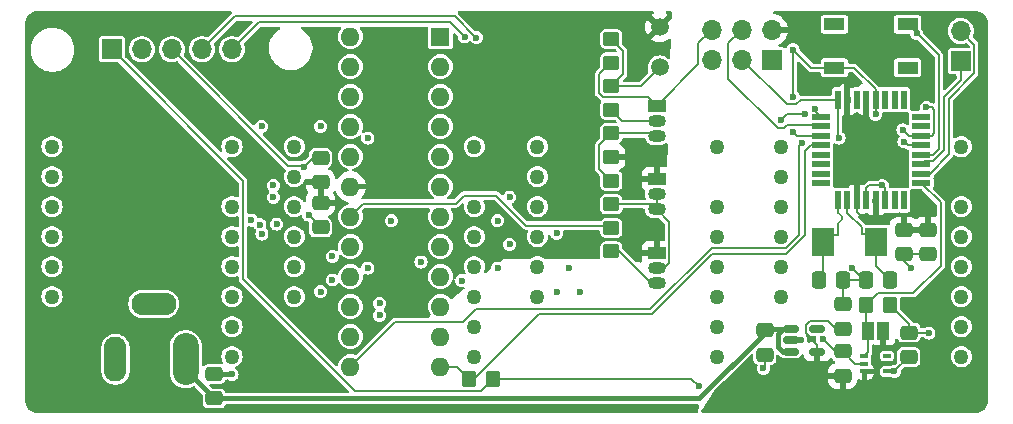
<source format=gbr>
%TF.GenerationSoftware,KiCad,Pcbnew,8.0.6*%
%TF.CreationDate,2025-03-23T20:06:33-04:00*%
%TF.ProjectId,co2_7seg,636f325f-3773-4656-972e-6b696361645f,rev?*%
%TF.SameCoordinates,Original*%
%TF.FileFunction,Copper,L4,Bot*%
%TF.FilePolarity,Positive*%
%FSLAX46Y46*%
G04 Gerber Fmt 4.6, Leading zero omitted, Abs format (unit mm)*
G04 Created by KiCad (PCBNEW 8.0.6) date 2025-03-23 20:06:33*
%MOMM*%
%LPD*%
G01*
G04 APERTURE LIST*
G04 Aperture macros list*
%AMRoundRect*
0 Rectangle with rounded corners*
0 $1 Rounding radius*
0 $2 $3 $4 $5 $6 $7 $8 $9 X,Y pos of 4 corners*
0 Add a 4 corners polygon primitive as box body*
4,1,4,$2,$3,$4,$5,$6,$7,$8,$9,$2,$3,0*
0 Add four circle primitives for the rounded corners*
1,1,$1+$1,$2,$3*
1,1,$1+$1,$4,$5*
1,1,$1+$1,$6,$7*
1,1,$1+$1,$8,$9*
0 Add four rect primitives between the rounded corners*
20,1,$1+$1,$2,$3,$4,$5,0*
20,1,$1+$1,$4,$5,$6,$7,0*
20,1,$1+$1,$6,$7,$8,$9,0*
20,1,$1+$1,$8,$9,$2,$3,0*%
G04 Aperture macros list end*
%TA.AperFunction,ComponentPad*%
%ADD10C,1.500000*%
%TD*%
%TA.AperFunction,SMDPad,CuDef*%
%ADD11R,1.800000X1.100000*%
%TD*%
%TA.AperFunction,ComponentPad*%
%ADD12C,1.270000*%
%TD*%
%TA.AperFunction,ComponentPad*%
%ADD13O,1.700000X1.700000*%
%TD*%
%TA.AperFunction,ComponentPad*%
%ADD14R,1.700000X1.700000*%
%TD*%
%TA.AperFunction,ComponentPad*%
%ADD15O,1.600000X1.600000*%
%TD*%
%TA.AperFunction,ComponentPad*%
%ADD16R,1.600000X1.600000*%
%TD*%
%TA.AperFunction,SMDPad,CuDef*%
%ADD17R,1.900000X2.400000*%
%TD*%
%TA.AperFunction,SMDPad,CuDef*%
%ADD18RoundRect,0.100000X-0.225000X-0.100000X0.225000X-0.100000X0.225000X0.100000X-0.225000X0.100000X0*%
%TD*%
%TA.AperFunction,SMDPad,CuDef*%
%ADD19RoundRect,0.150000X-0.512500X-0.150000X0.512500X-0.150000X0.512500X0.150000X-0.512500X0.150000X0*%
%TD*%
%TA.AperFunction,SMDPad,CuDef*%
%ADD20R,1.600000X0.550000*%
%TD*%
%TA.AperFunction,SMDPad,CuDef*%
%ADD21R,0.550000X1.600000*%
%TD*%
%TA.AperFunction,SMDPad,CuDef*%
%ADD22RoundRect,0.250000X-0.350000X-0.450000X0.350000X-0.450000X0.350000X0.450000X-0.350000X0.450000X0*%
%TD*%
%TA.AperFunction,SMDPad,CuDef*%
%ADD23RoundRect,0.250000X-0.450000X0.350000X-0.450000X-0.350000X0.450000X-0.350000X0.450000X0.350000X0*%
%TD*%
%TA.AperFunction,SMDPad,CuDef*%
%ADD24RoundRect,0.250000X0.450000X-0.350000X0.450000X0.350000X-0.450000X0.350000X-0.450000X-0.350000X0*%
%TD*%
%TA.AperFunction,SMDPad,CuDef*%
%ADD25RoundRect,0.250000X0.350000X0.450000X-0.350000X0.450000X-0.350000X-0.450000X0.350000X-0.450000X0*%
%TD*%
%TA.AperFunction,ComponentPad*%
%ADD26O,1.500000X1.050000*%
%TD*%
%TA.AperFunction,ComponentPad*%
%ADD27R,1.500000X1.050000*%
%TD*%
%TA.AperFunction,SMDPad,CuDef*%
%ADD28R,1.000000X1.500000*%
%TD*%
%TA.AperFunction,ComponentPad*%
%ADD29O,3.800000X1.900000*%
%TD*%
%TA.AperFunction,ComponentPad*%
%ADD30O,1.900000X3.800000*%
%TD*%
%TA.AperFunction,ComponentPad*%
%ADD31O,2.200000X4.400000*%
%TD*%
%TA.AperFunction,SMDPad,CuDef*%
%ADD32RoundRect,0.250000X0.475000X-0.337500X0.475000X0.337500X-0.475000X0.337500X-0.475000X-0.337500X0*%
%TD*%
%TA.AperFunction,SMDPad,CuDef*%
%ADD33RoundRect,0.250000X-0.475000X0.337500X-0.475000X-0.337500X0.475000X-0.337500X0.475000X0.337500X0*%
%TD*%
%TA.AperFunction,SMDPad,CuDef*%
%ADD34RoundRect,0.250000X0.337500X0.475000X-0.337500X0.475000X-0.337500X-0.475000X0.337500X-0.475000X0*%
%TD*%
%TA.AperFunction,SMDPad,CuDef*%
%ADD35RoundRect,0.250000X-0.337500X-0.475000X0.337500X-0.475000X0.337500X0.475000X-0.337500X0.475000X0*%
%TD*%
%TA.AperFunction,ViaPad*%
%ADD36C,0.600000*%
%TD*%
%TA.AperFunction,Conductor*%
%ADD37C,0.200000*%
%TD*%
%TA.AperFunction,Conductor*%
%ADD38C,0.400000*%
%TD*%
G04 APERTURE END LIST*
D10*
%TO.P,R7,2*%
%TO.N,Net-(R11-Pad1)*%
X102700000Y-31000000D03*
%TO.P,R7,1*%
%TO.N,+3V3*%
X102700000Y-27600000D03*
%TD*%
D11*
%TO.P,SW1,4*%
%TO.N,N/C*%
X123700000Y-31050000D03*
%TO.P,SW1,3*%
X117500000Y-27350000D03*
%TO.P,SW1,2,2*%
%TO.N,/mcu_reset*%
X123700000Y-27350000D03*
%TO.P,SW1,1,1*%
%TO.N,GND*%
X117500000Y-31050000D03*
%TD*%
D12*
%TO.P,LED4,1,1*%
%TO.N,/SEG_A*%
X113010000Y-37720000D03*
%TO.P,LED4,2,2*%
%TO.N,/SEG_F*%
X113010000Y-40260000D03*
%TO.P,LED4,3,3*%
%TO.N,/DIG_3*%
X113010000Y-42800000D03*
%TO.P,LED4,4,4*%
%TO.N,/SEG_E*%
X113010000Y-45340000D03*
%TO.P,LED4,5,5*%
%TO.N,/DIG_3*%
X113010000Y-47880000D03*
%TO.P,LED4,6,6*%
%TO.N,/SEG_LDP*%
X113010000Y-50420000D03*
%TO.P,LED4,9,9*%
%TO.N,GND*%
X128250000Y-55500000D03*
%TO.P,LED4,10,10*%
%TO.N,/SEG_D*%
X128250000Y-52960000D03*
%TO.P,LED4,11,11*%
%TO.N,/DIG_3*%
X128250000Y-50420000D03*
%TO.P,LED4,12,12*%
%TO.N,/SEG_C*%
X128250000Y-47880000D03*
%TO.P,LED4,13,13*%
%TO.N,/SEG_G*%
X128250000Y-45340000D03*
%TO.P,LED4,14,14*%
%TO.N,/SEG_B*%
X128250000Y-42800000D03*
%TO.P,LED4,16,16*%
%TO.N,/DIG_3*%
X128250000Y-37720000D03*
%TD*%
%TO.P,LED3,1,1*%
%TO.N,/SEG_A*%
X92360400Y-37720000D03*
%TO.P,LED3,2,2*%
%TO.N,/SEG_F*%
X92360400Y-40260000D03*
%TO.P,LED3,3,3*%
%TO.N,/DIG_2*%
X92360400Y-42800000D03*
%TO.P,LED3,4,4*%
%TO.N,/SEG_E*%
X92360400Y-45340000D03*
%TO.P,LED3,5,5*%
%TO.N,/DIG_2*%
X92360400Y-47880000D03*
%TO.P,LED3,6,6*%
%TO.N,/SEG_LDP*%
X92360400Y-50420000D03*
%TO.P,LED3,9,9*%
%TO.N,GND*%
X107600400Y-55500000D03*
%TO.P,LED3,10,10*%
%TO.N,/SEG_D*%
X107600400Y-52960000D03*
%TO.P,LED3,11,11*%
%TO.N,/DIG_2*%
X107600400Y-50420000D03*
%TO.P,LED3,12,12*%
%TO.N,/SEG_C*%
X107600400Y-47880000D03*
%TO.P,LED3,13,13*%
%TO.N,/SEG_G*%
X107600400Y-45340000D03*
%TO.P,LED3,14,14*%
%TO.N,/SEG_B*%
X107600400Y-42800000D03*
%TO.P,LED3,16,16*%
%TO.N,/DIG_2*%
X107600400Y-37720000D03*
%TD*%
%TO.P,LED2,1,1*%
%TO.N,/SEG_A*%
X71770000Y-37720000D03*
%TO.P,LED2,2,2*%
%TO.N,/SEG_F*%
X71770000Y-40260000D03*
%TO.P,LED2,3,3*%
%TO.N,/DIG_1*%
X71770000Y-42800000D03*
%TO.P,LED2,4,4*%
%TO.N,/SEG_E*%
X71770000Y-45340000D03*
%TO.P,LED2,5,5*%
%TO.N,/DIG_1*%
X71770000Y-47880000D03*
%TO.P,LED2,6,6*%
%TO.N,/SEG_LDP*%
X71770000Y-50420000D03*
%TO.P,LED2,9,9*%
%TO.N,GND*%
X87010000Y-55500000D03*
%TO.P,LED2,10,10*%
%TO.N,/SEG_D*%
X87010000Y-52960000D03*
%TO.P,LED2,11,11*%
%TO.N,/DIG_1*%
X87010000Y-50420000D03*
%TO.P,LED2,12,12*%
%TO.N,/SEG_C*%
X87010000Y-47880000D03*
%TO.P,LED2,13,13*%
%TO.N,/SEG_G*%
X87010000Y-45340000D03*
%TO.P,LED2,14,14*%
%TO.N,/SEG_B*%
X87010000Y-42800000D03*
%TO.P,LED2,16,16*%
%TO.N,/DIG_1*%
X87010000Y-37720000D03*
%TD*%
%TO.P,LED1,1,1*%
%TO.N,/SEG_A*%
X51260000Y-37720000D03*
%TO.P,LED1,2,2*%
%TO.N,/SEG_F*%
X51260000Y-40260000D03*
%TO.P,LED1,3,3*%
%TO.N,/DIG_0*%
X51260000Y-42800000D03*
%TO.P,LED1,4,4*%
%TO.N,/SEG_E*%
X51260000Y-45340000D03*
%TO.P,LED1,5,5*%
%TO.N,/DIG_0*%
X51260000Y-47880000D03*
%TO.P,LED1,6,6*%
%TO.N,/SEG_LDP*%
X51260000Y-50420000D03*
%TO.P,LED1,9,9*%
%TO.N,GND*%
X66500000Y-55500000D03*
%TO.P,LED1,10,10*%
%TO.N,/SEG_D*%
X66500000Y-52960000D03*
%TO.P,LED1,11,11*%
%TO.N,/DIG_0*%
X66500000Y-50420000D03*
%TO.P,LED1,12,12*%
%TO.N,/SEG_C*%
X66500000Y-47880000D03*
%TO.P,LED1,13,13*%
%TO.N,/SEG_G*%
X66500000Y-45340000D03*
%TO.P,LED1,14,14*%
%TO.N,/SEG_B*%
X66500000Y-42800000D03*
%TO.P,LED1,16,16*%
%TO.N,/DIG_0*%
X66500000Y-37720000D03*
%TD*%
D13*
%TO.P,U2,5,SDA*%
%TO.N,/i2c_sda*%
X66480000Y-29480000D03*
%TO.P,U2,4,SCL*%
%TO.N,/i2c_scl*%
X63940000Y-29480000D03*
%TO.P,U2,3,GND*%
%TO.N,GND*%
X61400000Y-29480000D03*
%TO.P,U2,2,3Vo*%
%TO.N,unconnected-(U2-3Vo-Pad2)*%
X58860000Y-29480000D03*
D14*
%TO.P,U2,1,vin*%
%TO.N,+5V*%
X56320000Y-29480000D03*
%TD*%
D15*
%TO.P,U3,24,DOUT*%
%TO.N,unconnected-(U3-DOUT-Pad24)*%
X76530000Y-28400000D03*
%TO.P,U3,23,SEG_D*%
%TO.N,/SEG_D*%
X76530000Y-30940000D03*
%TO.P,U3,22,SEG_DP*%
%TO.N,/SEG_LDP*%
X76530000Y-33480000D03*
%TO.P,U3,21,SEG_E*%
%TO.N,/SEG_E*%
X76530000Y-36020000D03*
%TO.P,U3,20,SEG_C*%
%TO.N,/SEG_C*%
X76530000Y-38560000D03*
%TO.P,U3,19,V+*%
%TO.N,+3V3*%
X76530000Y-41100000D03*
%TO.P,U3,18,ISET*%
%TO.N,/iset*%
X76530000Y-43640000D03*
%TO.P,U3,17,SEG_G*%
%TO.N,/SEG_G*%
X76530000Y-46180000D03*
%TO.P,U3,16,SEG_B*%
%TO.N,/SEG_B*%
X76530000Y-48720000D03*
%TO.P,U3,15,SEG_F*%
%TO.N,/SEG_F*%
X76530000Y-51260000D03*
%TO.P,U3,14,SEG_A*%
%TO.N,/SEG_A*%
X76530000Y-53800000D03*
%TO.P,U3,13,CLK*%
%TO.N,/spi_clk*%
X76530000Y-56340000D03*
%TO.P,U3,12,~{CS}*%
%TO.N,/spi_cs_max*%
X84150000Y-56340000D03*
%TO.P,U3,11,DIG_1*%
%TO.N,/DIG_1*%
X84150000Y-53800000D03*
%TO.P,U3,10,DIG_5*%
%TO.N,unconnected-(U3-DIG_5-Pad10)*%
X84150000Y-51260000D03*
%TO.P,U3,9,GND*%
%TO.N,GND*%
X84150000Y-48720000D03*
%TO.P,U3,8,DIG_7*%
%TO.N,unconnected-(U3-DIG_7-Pad8)*%
X84150000Y-46180000D03*
%TO.P,U3,7,DIG_3*%
%TO.N,/DIG_3*%
X84150000Y-43640000D03*
%TO.P,U3,6,DIG_2*%
%TO.N,/DIG_2*%
X84150000Y-41100000D03*
%TO.P,U3,5,DIG_6*%
%TO.N,unconnected-(U3-DIG_6-Pad5)*%
X84150000Y-38560000D03*
%TO.P,U3,4,GND*%
%TO.N,GND*%
X84150000Y-36020000D03*
%TO.P,U3,3,DIG_4*%
%TO.N,unconnected-(U3-DIG_4-Pad3)*%
X84150000Y-33480000D03*
%TO.P,U3,2,DIG_0*%
%TO.N,/DIG_0*%
X84150000Y-30940000D03*
D16*
%TO.P,U3,1,DIN*%
%TO.N,/spi_mosi*%
X84150000Y-28400000D03*
%TD*%
D17*
%TO.P,Y1,2,2*%
%TO.N,Net-(U1-XTAL1{slash}PB6)*%
X121050000Y-45800000D03*
%TO.P,Y1,1,1*%
%TO.N,Net-(U1-XTAL2{slash}PB7)*%
X116550000Y-45800000D03*
%TD*%
D18*
%TO.P,U5,1,VIN*%
%TO.N,+5V*%
X120050000Y-56750000D03*
%TO.P,U5,2,GND*%
%TO.N,GND*%
X120050000Y-56100000D03*
%TO.P,U5,3,EN*%
%TO.N,/3v3_en*%
X120050000Y-55450000D03*
%TO.P,U5,4,NC*%
%TO.N,unconnected-(U5-NC-Pad4)*%
X121950000Y-55450000D03*
%TO.P,U5,5,VOUT*%
%TO.N,+3V3*%
X121950000Y-56750000D03*
%TD*%
D19*
%TO.P,U4,1,IN*%
%TO.N,/v_in_raw*%
X113792500Y-55080000D03*
%TO.P,U4,2,GND*%
%TO.N,GND*%
X113792500Y-54130000D03*
%TO.P,U4,3,EN*%
%TO.N,/v_in_raw*%
X113792500Y-53180000D03*
%TO.P,U4,4,BP*%
%TO.N,unconnected-(U4-BP-Pad4)*%
X116067500Y-53180000D03*
%TO.P,U4,5,OUT*%
%TO.N,+5V*%
X116067500Y-55080000D03*
%TD*%
D20*
%TO.P,U1,32,PD2*%
%TO.N,/3v3_en*%
X124850000Y-40800000D03*
%TO.P,U1,31,PD1*%
%TO.N,/uart_txd*%
X124850000Y-40000000D03*
%TO.P,U1,30,PD0*%
%TO.N,/uart_rxd*%
X124850000Y-39200000D03*
%TO.P,U1,29,~{RESET}/PC6*%
%TO.N,/mcu_reset*%
X124850000Y-38400000D03*
%TO.P,U1,28,PC5*%
%TO.N,/i2c_scl*%
X124850000Y-37600000D03*
%TO.P,U1,27,PC4*%
%TO.N,/i2c_sda*%
X124850000Y-36800000D03*
%TO.P,U1,26,PC3*%
%TO.N,unconnected-(U1-PC3-Pad26)*%
X124850000Y-36000000D03*
%TO.P,U1,25,PC2*%
%TO.N,unconnected-(U1-PC2-Pad25)*%
X124850000Y-35200000D03*
D21*
%TO.P,U1,24,PC1*%
%TO.N,unconnected-(U1-PC1-Pad24)*%
X123400000Y-33750000D03*
%TO.P,U1,23,PC0*%
%TO.N,unconnected-(U1-PC0-Pad23)*%
X122600000Y-33750000D03*
%TO.P,U1,22,ADC7*%
%TO.N,unconnected-(U1-ADC7-Pad22)*%
X121800000Y-33750000D03*
%TO.P,U1,21,GND*%
%TO.N,GND*%
X121000000Y-33750000D03*
%TO.P,U1,20,AREF*%
%TO.N,+5V*%
X120200000Y-33750000D03*
%TO.P,U1,19,ADC6*%
%TO.N,unconnected-(U1-ADC6-Pad19)*%
X119400000Y-33750000D03*
%TO.P,U1,18,AVCC*%
%TO.N,+5V*%
X118600000Y-33750000D03*
%TO.P,U1,17,PB5*%
%TO.N,/spi_clk*%
X117800000Y-33750000D03*
D20*
%TO.P,U1,16,PB4*%
%TO.N,/spi_miso*%
X116350000Y-35200000D03*
%TO.P,U1,15,PB3*%
%TO.N,/spi_mosi*%
X116350000Y-36000000D03*
%TO.P,U1,14,PB2*%
%TO.N,GND*%
X116350000Y-36800000D03*
%TO.P,U1,13,PB1*%
%TO.N,/spi_cs_max*%
X116350000Y-37600000D03*
%TO.P,U1,12,PB0*%
%TO.N,unconnected-(U1-PB0-Pad12)*%
X116350000Y-38400000D03*
%TO.P,U1,11,PD7*%
%TO.N,unconnected-(U1-PD7-Pad11)*%
X116350000Y-39200000D03*
%TO.P,U1,10,PD6*%
%TO.N,unconnected-(U1-PD6-Pad10)*%
X116350000Y-40000000D03*
%TO.P,U1,9,PD5*%
%TO.N,unconnected-(U1-PD5-Pad9)*%
X116350000Y-40800000D03*
D21*
%TO.P,U1,8,XTAL2/PB7*%
%TO.N,Net-(U1-XTAL2{slash}PB7)*%
X117800000Y-42250000D03*
%TO.P,U1,7,XTAL1/PB6*%
%TO.N,Net-(U1-XTAL1{slash}PB6)*%
X118600000Y-42250000D03*
%TO.P,U1,6,VCC*%
%TO.N,+5V*%
X119400000Y-42250000D03*
%TO.P,U1,5,GND*%
%TO.N,GND*%
X120200000Y-42250000D03*
%TO.P,U1,4,VCC*%
%TO.N,+5V*%
X121000000Y-42250000D03*
%TO.P,U1,3,GND*%
%TO.N,GND*%
X121800000Y-42250000D03*
%TO.P,U1,2,PD4*%
%TO.N,unconnected-(U1-PD4-Pad2)*%
X122600000Y-42250000D03*
%TO.P,U1,1,PD3*%
%TO.N,unconnected-(U1-PD3-Pad1)*%
X123400000Y-42250000D03*
%TD*%
D22*
%TO.P,R12,1*%
%TO.N,/3v3_en*%
X120200000Y-51100000D03*
%TO.P,R12,2*%
%TO.N,GND*%
X122200000Y-51100000D03*
%TD*%
D23*
%TO.P,R11,2*%
%TO.N,GND*%
X98600000Y-30600000D03*
%TO.P,R11,1*%
%TO.N,Net-(R11-Pad1)*%
X98600000Y-28600000D03*
%TD*%
D24*
%TO.P,R10,1*%
%TO.N,Net-(Q2-C)*%
X98600000Y-46600000D03*
%TO.P,R10,2*%
%TO.N,/iset*%
X98600000Y-44600000D03*
%TD*%
D23*
%TO.P,R9,2*%
%TO.N,Net-(Q3-B)*%
X98600000Y-34600000D03*
%TO.P,R9,1*%
%TO.N,Net-(R11-Pad1)*%
X98600000Y-32600000D03*
%TD*%
D25*
%TO.P,R8,2*%
%TO.N,/spi_cs_max*%
X86600000Y-57400000D03*
%TO.P,R8,1*%
%TO.N,+5V*%
X88600000Y-57400000D03*
%TD*%
D23*
%TO.P,R6,1*%
%TO.N,Net-(Q3-C)*%
X98600000Y-40600000D03*
%TO.P,R6,2*%
%TO.N,Net-(Q1-B)*%
X98600000Y-42600000D03*
%TD*%
D24*
%TO.P,R5,2*%
%TO.N,Net-(Q3-C)*%
X98600000Y-36600000D03*
%TO.P,R5,1*%
%TO.N,+3V3*%
X98600000Y-38600000D03*
%TD*%
D26*
%TO.P,Q3,3,C*%
%TO.N,Net-(Q3-C)*%
X102450000Y-36800000D03*
%TO.P,Q3,2,B*%
%TO.N,Net-(Q3-B)*%
X102450000Y-35530000D03*
D27*
%TO.P,Q3,1,E*%
%TO.N,GND*%
X102450000Y-34260000D03*
%TD*%
D26*
%TO.P,Q2,3,C*%
%TO.N,Net-(Q2-C)*%
X102450000Y-49300000D03*
%TO.P,Q2,2,B*%
%TO.N,Net-(Q1-B)*%
X102450000Y-48030000D03*
D27*
%TO.P,Q2,1,E*%
%TO.N,+3V3*%
X102450000Y-46760000D03*
%TD*%
%TO.P,Q1,1,E*%
%TO.N,+3V3*%
X102450000Y-40490000D03*
D26*
%TO.P,Q1,2,B*%
%TO.N,Net-(Q1-B)*%
X102450000Y-41760000D03*
%TO.P,Q1,3,C*%
X102450000Y-43030000D03*
%TD*%
D28*
%TO.P,JP1,1,A*%
%TO.N,/3v3_en*%
X120350000Y-53300000D03*
%TO.P,JP1,2,B*%
%TO.N,+5V*%
X121650000Y-53300000D03*
%TD*%
D29*
%TO.P,J3,3,Pin_3*%
%TO.N,GND*%
X59882500Y-51030000D03*
D30*
%TO.P,J3,2,Pin_2*%
X56632500Y-55720000D03*
D31*
%TO.P,J3,1,Pin_1*%
%TO.N,/v_in_raw*%
X62587500Y-55720000D03*
%TD*%
D14*
%TO.P,J2,1,Pin_1*%
%TO.N,/spi_miso*%
X112225000Y-30375000D03*
D13*
%TO.P,J2,2,Pin_2*%
%TO.N,+5V*%
X112225000Y-27835000D03*
%TO.P,J2,3,Pin_3*%
%TO.N,/spi_clk*%
X109685000Y-30375000D03*
%TO.P,J2,4,Pin_4*%
%TO.N,/spi_mosi*%
X109685000Y-27835000D03*
%TO.P,J2,5,Pin_5*%
%TO.N,/mcu_reset*%
X107145000Y-30375000D03*
%TO.P,J2,6,Pin_6*%
%TO.N,GND*%
X107145000Y-27835000D03*
%TD*%
%TO.P,J1,2,Pin_2*%
%TO.N,/uart_txd*%
X128200000Y-27935000D03*
D14*
%TO.P,J1,1,Pin_1*%
%TO.N,/uart_rxd*%
X128200000Y-30475000D03*
%TD*%
D32*
%TO.P,C15,1*%
%TO.N,+3V3*%
X123800000Y-55537500D03*
%TO.P,C15,2*%
%TO.N,GND*%
X123800000Y-53462500D03*
%TD*%
%TO.P,C14,1*%
%TO.N,+5V*%
X118200000Y-57137500D03*
%TO.P,C14,2*%
%TO.N,GND*%
X118200000Y-55062500D03*
%TD*%
%TO.P,C13,1*%
%TO.N,+5V*%
X118200000Y-53137500D03*
%TO.P,C13,2*%
%TO.N,GND*%
X118200000Y-51062500D03*
%TD*%
D33*
%TO.P,C12,2*%
%TO.N,GND*%
X111600000Y-55337500D03*
%TO.P,C12,1*%
%TO.N,/v_in_raw*%
X111600000Y-53262500D03*
%TD*%
D32*
%TO.P,C11,2*%
%TO.N,GND*%
X65000000Y-56962500D03*
%TO.P,C11,1*%
%TO.N,/v_in_raw*%
X65000000Y-59037500D03*
%TD*%
%TO.P,C10,1*%
%TO.N,+3V3*%
X74000000Y-40737500D03*
%TO.P,C10,2*%
%TO.N,GND*%
X74000000Y-38662500D03*
%TD*%
D33*
%TO.P,C9,1*%
%TO.N,+3V3*%
X74000000Y-42487500D03*
%TO.P,C9,2*%
%TO.N,GND*%
X74000000Y-44562500D03*
%TD*%
%TO.P,C8,2*%
%TO.N,GND*%
X123400000Y-46837500D03*
%TO.P,C8,1*%
%TO.N,+5V*%
X123400000Y-44762500D03*
%TD*%
%TO.P,C4,2*%
%TO.N,GND*%
X125400000Y-46837500D03*
%TO.P,C4,1*%
%TO.N,+5V*%
X125400000Y-44762500D03*
%TD*%
D34*
%TO.P,C2,1*%
%TO.N,Net-(U1-XTAL1{slash}PB6)*%
X122237500Y-49000000D03*
%TO.P,C2,2*%
%TO.N,GND*%
X120162500Y-49000000D03*
%TD*%
D35*
%TO.P,C1,1*%
%TO.N,Net-(U1-XTAL2{slash}PB7)*%
X116162500Y-49000000D03*
%TO.P,C1,2*%
%TO.N,GND*%
X118237500Y-49000000D03*
%TD*%
D36*
%TO.N,GND*%
X113000000Y-35500000D03*
X115000000Y-35000000D03*
%TO.N,+5V*%
X115500000Y-27000000D03*
%TO.N,GND*%
X114000000Y-29500000D03*
%TO.N,+5V*%
X126500000Y-28500000D03*
X121149319Y-32105080D03*
X118991178Y-32468240D03*
X117000000Y-32500000D03*
%TO.N,GND*%
X114000000Y-36500000D03*
X121000000Y-35000000D03*
%TO.N,+5V*%
X127500000Y-40500000D03*
X123000000Y-40000000D03*
%TO.N,GND*%
X121550000Y-41000000D03*
X124000000Y-48000000D03*
X119000000Y-48000000D03*
%TO.N,+3V3*%
X122587500Y-56750000D03*
%TO.N,GND*%
X73000000Y-43500000D03*
X72556250Y-39441439D03*
%TO.N,+5V*%
X107500000Y-59000000D03*
X106000000Y-58000000D03*
%TO.N,GND*%
X66500000Y-57000000D03*
X125500000Y-53500000D03*
X116500000Y-54000000D03*
X114661036Y-54108964D03*
X111500000Y-56500000D03*
%TO.N,/SEG_C*%
X89000000Y-48000000D03*
X94000000Y-50000000D03*
X96000000Y-50000000D03*
%TO.N,/SEG_G*%
X95000000Y-48000000D03*
%TO.N,/SEG_B*%
X90000000Y-46000000D03*
X85944103Y-49055633D03*
X94000000Y-45055000D03*
%TO.N,/SEG_LDP*%
X79000000Y-52000000D03*
%TO.N,/DIG_1*%
X70285000Y-44285000D03*
X69000000Y-36000000D03*
X74000000Y-36000000D03*
%TO.N,/DIG_3*%
X89000000Y-44000000D03*
%TO.N,/DIG_2*%
X90000000Y-42000000D03*
%TO.N,/SEG_F*%
X82500000Y-47500000D03*
X79000000Y-51000000D03*
%TO.N,/SEG_G*%
X80000000Y-44000000D03*
%TO.N,/SEG_A*%
X78000000Y-37000000D03*
X78000000Y-48000000D03*
%TO.N,/SEG_F*%
X74000000Y-50000000D03*
X75000000Y-49000000D03*
%TO.N,/SEG_LDP*%
X70000000Y-42000000D03*
X68856775Y-44319159D03*
%TO.N,/DIG_1*%
X69031430Y-45117213D03*
%TO.N,/SEG_C*%
X75000000Y-47000000D03*
%TO.N,/SEG_D*%
X70000000Y-41000000D03*
X68097860Y-43936338D03*
%TO.N,/i2c_scl*%
X87200000Y-28500000D03*
%TO.N,/i2c_sda*%
X86205038Y-28424278D03*
%TO.N,/spi_clk*%
X114728905Y-37450000D03*
X117900000Y-37000000D03*
%TO.N,/i2c_sda*%
X123300000Y-36300000D03*
%TO.N,/mcu_reset*%
X124475000Y-28125000D03*
%TO.N,/i2c_scl*%
X123400000Y-37300000D03*
%TO.N,/i2c_sda*%
X125300008Y-34400000D03*
%TO.N,/spi_miso*%
X115863797Y-34544557D03*
%TO.N,GND*%
X114000000Y-33500000D03*
%TD*%
D37*
%TO.N,+5V*%
X115444448Y-52500000D02*
X117000000Y-52500000D01*
X115105000Y-52839448D02*
X115444448Y-52500000D01*
X115105000Y-53520552D02*
X115105000Y-52839448D01*
X116067500Y-54483052D02*
X115105000Y-53520552D01*
X116067500Y-55080000D02*
X116067500Y-54483052D01*
%TO.N,GND*%
X114640000Y-54130000D02*
X114661036Y-54108964D01*
X113792500Y-54130000D02*
X114640000Y-54130000D01*
X123800000Y-52700000D02*
X122200000Y-51100000D01*
X123800000Y-53462500D02*
X123800000Y-52700000D01*
X119175000Y-31050000D02*
X117500000Y-31050000D01*
X121000000Y-33750000D02*
X121000000Y-32875000D01*
X121000000Y-32875000D02*
X119175000Y-31050000D01*
X113500000Y-35000000D02*
X113000000Y-35500000D01*
X115000000Y-35000000D02*
X113500000Y-35000000D01*
%TO.N,/spi_mosi*%
X108535000Y-28985000D02*
X109685000Y-27835000D01*
X112730761Y-36150000D02*
X108535000Y-31954239D01*
X113519239Y-35900000D02*
X113269239Y-36150000D01*
X108535000Y-31954239D02*
X108535000Y-28985000D01*
X113269239Y-36150000D02*
X112730761Y-36150000D01*
X116250000Y-35900000D02*
X113519239Y-35900000D01*
X116350000Y-36000000D02*
X116250000Y-35900000D01*
%TO.N,/spi_clk*%
X114269239Y-34150000D02*
X113460000Y-34150000D01*
%TO.N,GND*%
X114000000Y-29500000D02*
X114000000Y-33500000D01*
%TO.N,/spi_clk*%
X113460000Y-34150000D02*
X109685000Y-30375000D01*
X117800000Y-33750000D02*
X114669239Y-33750000D01*
X114669239Y-33750000D02*
X114269239Y-34150000D01*
%TO.N,GND*%
X115550000Y-31050000D02*
X117500000Y-31050000D01*
X114000000Y-29500000D02*
X115550000Y-31050000D01*
%TO.N,/spi_cs_max*%
X114998144Y-38100000D02*
X115498144Y-37600000D01*
X114998144Y-45239832D02*
X114998144Y-38100000D01*
X107165686Y-46800000D02*
X113437976Y-46800000D01*
X87015256Y-57400000D02*
X92515256Y-51900000D01*
X86600000Y-57400000D02*
X87015256Y-57400000D01*
%TO.N,/spi_clk*%
X114500000Y-37678905D02*
X114728905Y-37450000D01*
%TO.N,/spi_cs_max*%
X102065686Y-51900000D02*
X107165686Y-46800000D01*
%TO.N,/spi_clk*%
X114500000Y-45172290D02*
X114500000Y-37678905D01*
X113372290Y-46300000D02*
X114500000Y-45172290D01*
%TO.N,/spi_cs_max*%
X113437976Y-46800000D02*
X114998144Y-45239832D01*
%TO.N,/spi_clk*%
X107100000Y-46300000D02*
X113372290Y-46300000D01*
X101900000Y-51500000D02*
X107100000Y-46300000D01*
%TO.N,GND*%
X116350000Y-36800000D02*
X114300000Y-36800000D01*
%TO.N,/spi_clk*%
X87147710Y-51500000D02*
X101900000Y-51500000D01*
X86075000Y-52572710D02*
X87147710Y-51500000D01*
X80297290Y-52572710D02*
X86075000Y-52572710D01*
%TO.N,/spi_cs_max*%
X115498144Y-37600000D02*
X116350000Y-37600000D01*
%TO.N,/spi_clk*%
X76530000Y-56340000D02*
X80297290Y-52572710D01*
%TO.N,/spi_cs_max*%
X92515256Y-51900000D02*
X102065686Y-51900000D01*
%TO.N,GND*%
X114300000Y-36800000D02*
X114000000Y-36500000D01*
X121000000Y-33750000D02*
X121000000Y-35000000D01*
D38*
%TO.N,+5V*%
X119400000Y-40100000D02*
X119500000Y-40000000D01*
X119500000Y-40000000D02*
X123000000Y-40000000D01*
X119400000Y-42250000D02*
X119400000Y-40100000D01*
D37*
X119650000Y-43500000D02*
X120000000Y-43500000D01*
X119400000Y-43250000D02*
X119650000Y-43500000D01*
X119400000Y-42250000D02*
X119400000Y-43250000D01*
%TO.N,GND*%
X120450000Y-41000000D02*
X120200000Y-41250000D01*
X121550000Y-41000000D02*
X120450000Y-41000000D01*
X121800000Y-41250000D02*
X121550000Y-41000000D01*
X120200000Y-41250000D02*
X120200000Y-42250000D01*
X121800000Y-42250000D02*
X121800000Y-41250000D01*
X123400000Y-47400000D02*
X124000000Y-48000000D01*
X123400000Y-46837500D02*
X123400000Y-47400000D01*
X125400000Y-46837500D02*
X123400000Y-46837500D01*
X120162500Y-49000000D02*
X120000000Y-49000000D01*
X120000000Y-49000000D02*
X119000000Y-48000000D01*
X118200000Y-49037500D02*
X118237500Y-49000000D01*
X118200000Y-51062500D02*
X118200000Y-49037500D01*
X120162500Y-49000000D02*
X118237500Y-49000000D01*
%TO.N,+5V*%
X117637500Y-53137500D02*
X117000000Y-52500000D01*
X118200000Y-53137500D02*
X117637500Y-53137500D01*
%TO.N,GND*%
X119237500Y-56100000D02*
X118200000Y-55062500D01*
X120050000Y-56100000D02*
X119237500Y-56100000D01*
%TO.N,+3V3*%
X122587500Y-56750000D02*
X123800000Y-55537500D01*
X121950000Y-56750000D02*
X122587500Y-56750000D01*
%TO.N,/iset*%
X98405000Y-44405000D02*
X98600000Y-44600000D01*
X91405000Y-44405000D02*
X98405000Y-44405000D01*
X88865000Y-41865000D02*
X91405000Y-44405000D01*
X86102710Y-41865000D02*
X88865000Y-41865000D01*
X85427710Y-42540000D02*
X86102710Y-41865000D01*
X76530000Y-43640000D02*
X77630000Y-42540000D01*
X77630000Y-42540000D02*
X85427710Y-42540000D01*
%TO.N,GND*%
X71245000Y-39325000D02*
X72439811Y-39325000D01*
X61400000Y-29480000D02*
X71245000Y-39325000D01*
X72439811Y-39325000D02*
X72556250Y-39441439D01*
X74000000Y-44562500D02*
X74000000Y-44500000D01*
X74000000Y-44500000D02*
X73000000Y-43500000D01*
X74000000Y-38662500D02*
X73335189Y-38662500D01*
X73335189Y-38662500D02*
X72556250Y-39441439D01*
X105995000Y-28985000D02*
X107145000Y-27835000D01*
X105995000Y-30715000D02*
X105995000Y-28985000D01*
X102450000Y-34260000D02*
X105995000Y-30715000D01*
X101690000Y-33500000D02*
X102450000Y-34260000D01*
X97915256Y-33500000D02*
X101690000Y-33500000D01*
X97600000Y-31600000D02*
X97600000Y-33184744D01*
X98600000Y-30600000D02*
X97600000Y-31600000D01*
X97600000Y-33184744D02*
X97915256Y-33500000D01*
%TO.N,+5V*%
X67435000Y-48935000D02*
X67435000Y-40595000D01*
X76900000Y-58400000D02*
X67435000Y-48935000D01*
X67435000Y-40595000D02*
X56320000Y-29480000D01*
X87600000Y-58400000D02*
X76900000Y-58400000D01*
X88600000Y-57400000D02*
X87600000Y-58400000D01*
X105400000Y-57400000D02*
X106000000Y-58000000D01*
X88600000Y-57400000D02*
X105400000Y-57400000D01*
D38*
%TO.N,/v_in_raw*%
X106023161Y-59037500D02*
X65000000Y-59037500D01*
X111600000Y-53460661D02*
X106023161Y-59037500D01*
X111600000Y-53262500D02*
X111600000Y-53460661D01*
%TO.N,GND*%
X66462500Y-56962500D02*
X66500000Y-57000000D01*
X65000000Y-56962500D02*
X66462500Y-56962500D01*
%TO.N,/v_in_raw*%
X62587500Y-56625000D02*
X62587500Y-55720000D01*
X65000000Y-59037500D02*
X62587500Y-56625000D01*
X112730000Y-53580001D02*
X113130001Y-53180000D01*
X113130001Y-53180000D02*
X113792500Y-53180000D01*
X112730000Y-54679999D02*
X112730000Y-53580001D01*
X113130001Y-55080000D02*
X112730000Y-54679999D01*
X113792500Y-55080000D02*
X113130001Y-55080000D01*
X113792500Y-53180000D02*
X111682500Y-53180000D01*
X111682500Y-53180000D02*
X111600000Y-53262500D01*
D37*
%TO.N,GND*%
X125462500Y-53462500D02*
X125500000Y-53500000D01*
X123800000Y-53462500D02*
X125462500Y-53462500D01*
X117562500Y-55062500D02*
X116500000Y-54000000D01*
X118200000Y-55062500D02*
X117562500Y-55062500D01*
X111600000Y-56400000D02*
X111500000Y-56500000D01*
X111600000Y-55337500D02*
X111600000Y-56400000D01*
%TO.N,/i2c_sda*%
X66480000Y-29480000D02*
X68760000Y-27200000D01*
X84980760Y-27200000D02*
X86205038Y-28424278D01*
X68760000Y-27200000D02*
X84980760Y-27200000D01*
%TO.N,/spi_clk*%
X117800000Y-33750000D02*
X117800000Y-36900000D01*
X117800000Y-36900000D02*
X117900000Y-37000000D01*
%TO.N,Net-(Q2-C)*%
X102000000Y-49300000D02*
X102450000Y-49300000D01*
X99300000Y-46600000D02*
X102000000Y-49300000D01*
X98600000Y-46600000D02*
X99300000Y-46600000D01*
%TO.N,/spi_cs_max*%
X85540000Y-56340000D02*
X86600000Y-57400000D01*
X84150000Y-56340000D02*
X85540000Y-56340000D01*
%TO.N,/i2c_sda*%
X123300000Y-36300000D02*
X123800000Y-36800000D01*
X123800000Y-36800000D02*
X124850000Y-36800000D01*
%TO.N,/spi_miso*%
X116350000Y-35200000D02*
X115863797Y-34713797D01*
X115863797Y-34713797D02*
X115863797Y-34544557D01*
%TO.N,Net-(Q1-B)*%
X103500000Y-47585000D02*
X103500000Y-44080000D01*
X103055000Y-48030000D02*
X103500000Y-47585000D01*
X102450000Y-48030000D02*
X103055000Y-48030000D01*
X103500000Y-44080000D02*
X102450000Y-43030000D01*
X102450000Y-43030000D02*
X102450000Y-41760000D01*
X102020000Y-42600000D02*
X102450000Y-43030000D01*
X98600000Y-42600000D02*
X102020000Y-42600000D01*
%TO.N,Net-(Q3-C)*%
X97600000Y-37600000D02*
X98600000Y-36600000D01*
X97600000Y-39600000D02*
X97600000Y-37600000D01*
X98600000Y-40600000D02*
X97600000Y-39600000D01*
X102250000Y-36600000D02*
X102450000Y-36800000D01*
X98600000Y-36600000D02*
X102250000Y-36600000D01*
%TO.N,Net-(Q3-B)*%
X99530000Y-35530000D02*
X102450000Y-35530000D01*
X98600000Y-34600000D02*
X99530000Y-35530000D01*
%TO.N,Net-(R11-Pad1)*%
X101100000Y-32600000D02*
X102700000Y-31000000D01*
X98600000Y-32600000D02*
X101100000Y-32600000D01*
X99600000Y-29600000D02*
X99600000Y-31600000D01*
X99600000Y-31600000D02*
X98600000Y-32600000D01*
X98600000Y-28600000D02*
X99600000Y-29600000D01*
%TO.N,/mcu_reset*%
X124475000Y-28125000D02*
X123700000Y-27350000D01*
X126350000Y-30000000D02*
X124475000Y-28125000D01*
%TO.N,/uart_txd*%
X129350000Y-31515686D02*
X129350000Y-29085000D01*
X127200000Y-33665686D02*
X129350000Y-31515686D01*
X129350000Y-29085000D02*
X128200000Y-27935000D01*
X127200000Y-38375000D02*
X127200000Y-33665686D01*
X124850000Y-40000000D02*
X125575000Y-40000000D01*
X125575000Y-40000000D02*
X127200000Y-38375000D01*
%TO.N,/uart_rxd*%
X128200000Y-32100000D02*
X128200000Y-30475000D01*
X126800000Y-33500000D02*
X128200000Y-32100000D01*
X126800000Y-38015686D02*
X126800000Y-33500000D01*
X125840686Y-38975000D02*
X126800000Y-38015686D01*
X124850000Y-39200000D02*
X125075000Y-38975000D01*
X125075000Y-38975000D02*
X125840686Y-38975000D01*
%TO.N,/i2c_sda*%
X125725000Y-34400000D02*
X125300008Y-34400000D01*
X125950000Y-34625000D02*
X125725000Y-34400000D01*
X125950000Y-36575000D02*
X125950000Y-34625000D01*
X125725000Y-36800000D02*
X125950000Y-36575000D01*
%TO.N,/mcu_reset*%
X125850000Y-38400000D02*
X126350000Y-37900000D01*
%TO.N,/i2c_sda*%
X124850000Y-36800000D02*
X125725000Y-36800000D01*
%TO.N,/mcu_reset*%
X124850000Y-38400000D02*
X125850000Y-38400000D01*
X126350000Y-37900000D02*
X126350000Y-30000000D01*
%TO.N,/3v3_en*%
X120350000Y-55150000D02*
X120050000Y-55450000D01*
X120350000Y-53300000D02*
X120350000Y-55150000D01*
X120200000Y-53150000D02*
X120350000Y-53300000D01*
X120200000Y-51100000D02*
X120200000Y-53150000D01*
%TO.N,Net-(U1-XTAL1{slash}PB6)*%
X121050000Y-47812500D02*
X122237500Y-49000000D01*
X121050000Y-45800000D02*
X121050000Y-47812500D01*
%TO.N,Net-(U1-XTAL2{slash}PB7)*%
X116550000Y-48612500D02*
X116162500Y-49000000D01*
X116550000Y-45800000D02*
X116550000Y-48612500D01*
%TO.N,Net-(U1-XTAL1{slash}PB6)*%
X120350000Y-45100000D02*
X121050000Y-45800000D01*
X119800000Y-45100000D02*
X120350000Y-45100000D01*
%TO.N,Net-(U1-XTAL2{slash}PB7)*%
X117150000Y-45200000D02*
X116550000Y-45800000D01*
X117800000Y-45200000D02*
X117150000Y-45200000D01*
X118150000Y-43890000D02*
G75*
G02*
X117975000Y-44065000I-175000J0D01*
G01*
X117975000Y-44065000D02*
G75*
G03*
X117800000Y-44240000I0J-175000D01*
G01*
X117975000Y-43475000D02*
G75*
G02*
X118150000Y-43650000I0J-175000D01*
G01*
X117800000Y-43300000D02*
G75*
G03*
X117975000Y-43475000I175000J0D01*
G01*
X117800000Y-44480000D02*
X117800000Y-44500000D01*
X117800000Y-44240000D02*
X117800000Y-44480000D01*
X118150000Y-43650000D02*
X118150000Y-43890000D01*
X117800000Y-42250000D02*
X117800000Y-43300000D01*
X117800000Y-44500000D02*
X117800000Y-45200000D01*
%TO.N,Net-(U1-XTAL1{slash}PB6)*%
X119800000Y-44550000D02*
X119800000Y-45100000D01*
X118600000Y-43350000D02*
X119800000Y-44550000D01*
X118600000Y-42250000D02*
X118600000Y-43350000D01*
%TO.N,/i2c_scl*%
X123700000Y-37600000D02*
X123400000Y-37300000D01*
X124850000Y-37600000D02*
X123700000Y-37600000D01*
X66720000Y-26700000D02*
X63940000Y-29480000D01*
X85400000Y-26700000D02*
X66720000Y-26700000D01*
X87200000Y-28500000D02*
X85400000Y-26700000D01*
%TO.N,/3v3_en*%
X126500000Y-42450000D02*
X124850000Y-40800000D01*
X126500000Y-47800000D02*
X126500000Y-42450000D01*
X121200000Y-50100000D02*
X124200000Y-50100000D01*
X120200000Y-51100000D02*
X121200000Y-50100000D01*
X124200000Y-50100000D02*
X126500000Y-47800000D01*
%TD*%
%TA.AperFunction,Conductor*%
%TO.N,+5V*%
G36*
X129505394Y-26250972D02*
G01*
X129527786Y-26252931D01*
X129662755Y-26264739D01*
X129684035Y-26268491D01*
X129747285Y-26285439D01*
X129831369Y-26307969D01*
X129851681Y-26315362D01*
X129989915Y-26379822D01*
X130008633Y-26390629D01*
X130133582Y-26478119D01*
X130150140Y-26492013D01*
X130257986Y-26599859D01*
X130271880Y-26616417D01*
X130359370Y-26741366D01*
X130370177Y-26760084D01*
X130434637Y-26898318D01*
X130442030Y-26918630D01*
X130481507Y-27065961D01*
X130485260Y-27087246D01*
X130499028Y-27244605D01*
X130499500Y-27255413D01*
X130499500Y-59244586D01*
X130499028Y-59255394D01*
X130485260Y-59412753D01*
X130481507Y-59434038D01*
X130442030Y-59581369D01*
X130434637Y-59601681D01*
X130370177Y-59739915D01*
X130359370Y-59758633D01*
X130271880Y-59883582D01*
X130257986Y-59900140D01*
X130150140Y-60007986D01*
X130133582Y-60021880D01*
X130008633Y-60109370D01*
X129989915Y-60120177D01*
X129851681Y-60184637D01*
X129831369Y-60192030D01*
X129684038Y-60231507D01*
X129662753Y-60235260D01*
X129505395Y-60249028D01*
X129494587Y-60249500D01*
X106325886Y-60249500D01*
X106258847Y-60229815D01*
X106213092Y-60177011D01*
X106203148Y-60107853D01*
X106214977Y-60070046D01*
X106246660Y-60006679D01*
X106254106Y-59993784D01*
X107318504Y-58382803D01*
X107334265Y-58363498D01*
X108172777Y-57524986D01*
X116975001Y-57524986D01*
X116985494Y-57627697D01*
X117040641Y-57794119D01*
X117040643Y-57794124D01*
X117132684Y-57943345D01*
X117256654Y-58067315D01*
X117405875Y-58159356D01*
X117405880Y-58159358D01*
X117572302Y-58214505D01*
X117572309Y-58214506D01*
X117675019Y-58224999D01*
X117949999Y-58224999D01*
X117950000Y-58224998D01*
X117950000Y-57387500D01*
X116975001Y-57387500D01*
X116975001Y-57524986D01*
X108172777Y-57524986D01*
X110412821Y-55284941D01*
X110474142Y-55251458D01*
X110543834Y-55256442D01*
X110599767Y-55298314D01*
X110624184Y-55363778D01*
X110624500Y-55372624D01*
X110624500Y-55722869D01*
X110624501Y-55722876D01*
X110630908Y-55782483D01*
X110681202Y-55917328D01*
X110681206Y-55917335D01*
X110767452Y-56032544D01*
X110767455Y-56032547D01*
X110882664Y-56118793D01*
X110882671Y-56118797D01*
X110917633Y-56131837D01*
X110973567Y-56173708D01*
X110997984Y-56239172D01*
X110988862Y-56295470D01*
X110963670Y-56356290D01*
X110963670Y-56356291D01*
X110945623Y-56493372D01*
X110944750Y-56500000D01*
X110960119Y-56616740D01*
X110963670Y-56643708D01*
X110963671Y-56643712D01*
X111019137Y-56777622D01*
X111019138Y-56777624D01*
X111019139Y-56777625D01*
X111107379Y-56892621D01*
X111222375Y-56980861D01*
X111356291Y-57036330D01*
X111483280Y-57053048D01*
X111499999Y-57055250D01*
X111500000Y-57055250D01*
X111500001Y-57055250D01*
X111514977Y-57053278D01*
X111643709Y-57036330D01*
X111777625Y-56980861D01*
X111892621Y-56892621D01*
X111980861Y-56777625D01*
X112036330Y-56643709D01*
X112055250Y-56500000D01*
X112036330Y-56356291D01*
X112031715Y-56345149D01*
X112024246Y-56275680D01*
X112055521Y-56213201D01*
X112115610Y-56177549D01*
X112133016Y-56174408D01*
X112182483Y-56169091D01*
X112317331Y-56118796D01*
X112432546Y-56032546D01*
X112518796Y-55917331D01*
X112569091Y-55782483D01*
X112575500Y-55722873D01*
X112575499Y-55461962D01*
X112595183Y-55394925D01*
X112647987Y-55349170D01*
X112717146Y-55339226D01*
X112780701Y-55368251D01*
X112787180Y-55374283D01*
X112853387Y-55440490D01*
X112956114Y-55499799D01*
X112961296Y-55501187D01*
X113016889Y-55533281D01*
X113041658Y-55558050D01*
X113141643Y-55608995D01*
X113154698Y-55615647D01*
X113248475Y-55630499D01*
X113248481Y-55630500D01*
X114336518Y-55630499D01*
X114430304Y-55615646D01*
X114543342Y-55558050D01*
X114633050Y-55468342D01*
X114690646Y-55355304D01*
X114690646Y-55355301D01*
X114691043Y-55354523D01*
X114739017Y-55303726D01*
X114806838Y-55286931D01*
X114872973Y-55309468D01*
X114916425Y-55364183D01*
X114920604Y-55376222D01*
X114953716Y-55490193D01*
X114953717Y-55490196D01*
X115037314Y-55631552D01*
X115037321Y-55631561D01*
X115153438Y-55747678D01*
X115153447Y-55747685D01*
X115294803Y-55831282D01*
X115294806Y-55831283D01*
X115452504Y-55877099D01*
X115452510Y-55877100D01*
X115489350Y-55879999D01*
X115489366Y-55880000D01*
X115817500Y-55880000D01*
X115817500Y-54954000D01*
X115837185Y-54886961D01*
X115889989Y-54841206D01*
X115941500Y-54830000D01*
X116193500Y-54830000D01*
X116260539Y-54849685D01*
X116306294Y-54902489D01*
X116317500Y-54954000D01*
X116317500Y-55880000D01*
X116645634Y-55880000D01*
X116645649Y-55879999D01*
X116682489Y-55877100D01*
X116682495Y-55877099D01*
X116840193Y-55831283D01*
X116840196Y-55831282D01*
X116981552Y-55747685D01*
X116981557Y-55747681D01*
X117096833Y-55632405D01*
X117158156Y-55598920D01*
X117227848Y-55603904D01*
X117283781Y-55645774D01*
X117367455Y-55757547D01*
X117482664Y-55843793D01*
X117482673Y-55843798D01*
X117502468Y-55851181D01*
X117558402Y-55893051D01*
X117582820Y-55958515D01*
X117567969Y-56026788D01*
X117518565Y-56076194D01*
X117498141Y-56085069D01*
X117405878Y-56115642D01*
X117405875Y-56115643D01*
X117256654Y-56207684D01*
X117132684Y-56331654D01*
X117040643Y-56480875D01*
X117040641Y-56480880D01*
X116985494Y-56647302D01*
X116985493Y-56647309D01*
X116975000Y-56750013D01*
X116975000Y-56887500D01*
X118326000Y-56887500D01*
X118393039Y-56907185D01*
X118438794Y-56959989D01*
X118450000Y-57011500D01*
X118450000Y-58224999D01*
X118724972Y-58224999D01*
X118724986Y-58224998D01*
X118827697Y-58214505D01*
X118994119Y-58159358D01*
X118994124Y-58159356D01*
X119143345Y-58067315D01*
X119267315Y-57943345D01*
X119359356Y-57794124D01*
X119359358Y-57794119D01*
X119414505Y-57627697D01*
X119414506Y-57627690D01*
X119424999Y-57524985D01*
X119424999Y-57519342D01*
X119444676Y-57452300D01*
X119497475Y-57406539D01*
X119566632Y-57396588D01*
X119596451Y-57404767D01*
X119668365Y-57434554D01*
X119668369Y-57434555D01*
X119785676Y-57449999D01*
X120250000Y-57449999D01*
X120314324Y-57449999D01*
X120431628Y-57434557D01*
X120431633Y-57434555D01*
X120577585Y-57374100D01*
X120702924Y-57277924D01*
X120799100Y-57152586D01*
X120859555Y-57006631D01*
X120867012Y-56950000D01*
X120250000Y-56950000D01*
X120250000Y-57449999D01*
X119785676Y-57449999D01*
X119849999Y-57449998D01*
X119850000Y-57449998D01*
X119850000Y-56674500D01*
X119866961Y-56616739D01*
X121374500Y-56616739D01*
X121374500Y-56883260D01*
X121384426Y-56951391D01*
X121435803Y-57056485D01*
X121518514Y-57139196D01*
X121518515Y-57139196D01*
X121518517Y-57139198D01*
X121623607Y-57190573D01*
X121639592Y-57192902D01*
X121691739Y-57200500D01*
X121691740Y-57200500D01*
X122208254Y-57200500D01*
X122208260Y-57200500D01*
X122208579Y-57200453D01*
X122208689Y-57200469D01*
X122212731Y-57200176D01*
X122212794Y-57201051D01*
X122277754Y-57210260D01*
X122301946Y-57224777D01*
X122309875Y-57230861D01*
X122443791Y-57286330D01*
X122570780Y-57303048D01*
X122587499Y-57305250D01*
X122587500Y-57305250D01*
X122587501Y-57305250D01*
X122602477Y-57303278D01*
X122731209Y-57286330D01*
X122865125Y-57230861D01*
X122980121Y-57142621D01*
X123068361Y-57027625D01*
X123123830Y-56893709D01*
X123142750Y-56750000D01*
X123142750Y-56749999D01*
X123142750Y-56741871D01*
X123146549Y-56741871D01*
X123153888Y-56690418D01*
X123179056Y-56654124D01*
X123421363Y-56411818D01*
X123482686Y-56378333D01*
X123509044Y-56375499D01*
X124322871Y-56375499D01*
X124322872Y-56375499D01*
X124382483Y-56369091D01*
X124517331Y-56318796D01*
X124632546Y-56232546D01*
X124718796Y-56117331D01*
X124769091Y-55982483D01*
X124775500Y-55922873D01*
X124775499Y-55500000D01*
X127359622Y-55500000D01*
X127379079Y-55685122D01*
X127379080Y-55685124D01*
X127436596Y-55862143D01*
X127436599Y-55862149D01*
X127529669Y-56023351D01*
X127553752Y-56050098D01*
X127654215Y-56161675D01*
X127654218Y-56161677D01*
X127654221Y-56161680D01*
X127760880Y-56239172D01*
X127804811Y-56271090D01*
X127974852Y-56346798D01*
X127974858Y-56346800D01*
X128156930Y-56385500D01*
X128156931Y-56385500D01*
X128343069Y-56385500D01*
X128343070Y-56385500D01*
X128525142Y-56346800D01*
X128525144Y-56346798D01*
X128525147Y-56346798D01*
X128614316Y-56307097D01*
X128695189Y-56271090D01*
X128845779Y-56161680D01*
X128848698Y-56158439D01*
X128884392Y-56118796D01*
X128970331Y-56023351D01*
X129063401Y-55862149D01*
X129120921Y-55685120D01*
X129140378Y-55500000D01*
X129120921Y-55314880D01*
X129090152Y-55220182D01*
X129063403Y-55137856D01*
X129063400Y-55137850D01*
X129037227Y-55092517D01*
X128970331Y-54976649D01*
X128903557Y-54902489D01*
X128845784Y-54838324D01*
X128845781Y-54838322D01*
X128845780Y-54838321D01*
X128845779Y-54838320D01*
X128695189Y-54728910D01*
X128695188Y-54728909D01*
X128525147Y-54653201D01*
X128525141Y-54653199D01*
X128381769Y-54622725D01*
X128343070Y-54614500D01*
X128156930Y-54614500D01*
X128142741Y-54617516D01*
X127974858Y-54653199D01*
X127974852Y-54653201D01*
X127804811Y-54728909D01*
X127654218Y-54838322D01*
X127654215Y-54838324D01*
X127529668Y-54976650D01*
X127436599Y-55137850D01*
X127436596Y-55137856D01*
X127379080Y-55314875D01*
X127379079Y-55314877D01*
X127359622Y-55500000D01*
X124775499Y-55500000D01*
X124775499Y-55152128D01*
X124769091Y-55092517D01*
X124757262Y-55060803D01*
X124718797Y-54957671D01*
X124718793Y-54957664D01*
X124632547Y-54842455D01*
X124632544Y-54842452D01*
X124517335Y-54756206D01*
X124517328Y-54756202D01*
X124382482Y-54705908D01*
X124382483Y-54705908D01*
X124322883Y-54699501D01*
X124322881Y-54699500D01*
X124322873Y-54699500D01*
X124322864Y-54699500D01*
X123277129Y-54699500D01*
X123277123Y-54699501D01*
X123217516Y-54705908D01*
X123082671Y-54756202D01*
X123082664Y-54756206D01*
X122967455Y-54842452D01*
X122967452Y-54842455D01*
X122881206Y-54957664D01*
X122881202Y-54957671D01*
X122838090Y-55073263D01*
X122830909Y-55092517D01*
X122824500Y-55152127D01*
X122824500Y-55152134D01*
X122824500Y-55152135D01*
X122824500Y-55922870D01*
X122824501Y-55922876D01*
X122827327Y-55949164D01*
X122814920Y-56017924D01*
X122791718Y-56050098D01*
X122683377Y-56158439D01*
X122622054Y-56191924D01*
X122595628Y-56193208D01*
X122595628Y-56194750D01*
X122587500Y-56194750D01*
X122443791Y-56213670D01*
X122443787Y-56213671D01*
X122309876Y-56269138D01*
X122301944Y-56275224D01*
X122236773Y-56300414D01*
X122212739Y-56299676D01*
X122212729Y-56299824D01*
X122209183Y-56299566D01*
X122208600Y-56299549D01*
X122208265Y-56299500D01*
X122208260Y-56299500D01*
X121691740Y-56299500D01*
X121691739Y-56299500D01*
X121623608Y-56309426D01*
X121518514Y-56360803D01*
X121435803Y-56443514D01*
X121384426Y-56548608D01*
X121374500Y-56616739D01*
X119866961Y-56616739D01*
X119869685Y-56607461D01*
X119922489Y-56561706D01*
X119974000Y-56550500D01*
X120308261Y-56550500D01*
X120310674Y-56550325D01*
X120319642Y-56550000D01*
X120867010Y-56550000D01*
X120867011Y-56549998D01*
X120859557Y-56493372D01*
X120859555Y-56493366D01*
X120799100Y-56347414D01*
X120702921Y-56222071D01*
X120674013Y-56199889D01*
X120632811Y-56143461D01*
X120625500Y-56101514D01*
X120625500Y-55966739D01*
X120615573Y-55898608D01*
X120612856Y-55893051D01*
X120581768Y-55829458D01*
X120570010Y-55760587D01*
X120581769Y-55720540D01*
X120615573Y-55651393D01*
X120625500Y-55583260D01*
X120625500Y-55407046D01*
X120642113Y-55345046D01*
X120658456Y-55316739D01*
X121374500Y-55316739D01*
X121374500Y-55583260D01*
X121384426Y-55651391D01*
X121435803Y-55756485D01*
X121518514Y-55839196D01*
X121518515Y-55839196D01*
X121518517Y-55839198D01*
X121623607Y-55890573D01*
X121657673Y-55895536D01*
X121691739Y-55900500D01*
X121691740Y-55900500D01*
X122208261Y-55900500D01*
X122230971Y-55897191D01*
X122276393Y-55890573D01*
X122381483Y-55839198D01*
X122464198Y-55756483D01*
X122515573Y-55651393D01*
X122525500Y-55583260D01*
X122525500Y-55316740D01*
X122524440Y-55309468D01*
X122517454Y-55261516D01*
X122515573Y-55248607D01*
X122464198Y-55143517D01*
X122464196Y-55143515D01*
X122464196Y-55143514D01*
X122381485Y-55060803D01*
X122276391Y-55009426D01*
X122208261Y-54999500D01*
X122208260Y-54999500D01*
X121691740Y-54999500D01*
X121691739Y-54999500D01*
X121623608Y-55009426D01*
X121518514Y-55060803D01*
X121435803Y-55143514D01*
X121384426Y-55248608D01*
X121374500Y-55316739D01*
X120658456Y-55316739D01*
X120659532Y-55314875D01*
X120676614Y-55285288D01*
X120682983Y-55261518D01*
X120700500Y-55196144D01*
X120700500Y-54585807D01*
X120720185Y-54518768D01*
X120772989Y-54473013D01*
X120842147Y-54463069D01*
X120898814Y-54486542D01*
X120907913Y-54493354D01*
X121042620Y-54543596D01*
X121042627Y-54543598D01*
X121102155Y-54549999D01*
X121102172Y-54550000D01*
X121400000Y-54550000D01*
X121400000Y-53174000D01*
X121419685Y-53106961D01*
X121472489Y-53061206D01*
X121524000Y-53050000D01*
X121776000Y-53050000D01*
X121843039Y-53069685D01*
X121888794Y-53122489D01*
X121900000Y-53174000D01*
X121900000Y-54550000D01*
X122197828Y-54550000D01*
X122197844Y-54549999D01*
X122257372Y-54543598D01*
X122257379Y-54543596D01*
X122392086Y-54493354D01*
X122392093Y-54493350D01*
X122507187Y-54407190D01*
X122507190Y-54407187D01*
X122593350Y-54292093D01*
X122593354Y-54292086D01*
X122643596Y-54157379D01*
X122643598Y-54157372D01*
X122649996Y-54097864D01*
X122649999Y-54097826D01*
X122650001Y-54097817D01*
X122650356Y-54094525D01*
X122651132Y-54094608D01*
X122673220Y-54031928D01*
X122728382Y-53989045D01*
X122797972Y-53982793D01*
X122859894Y-54015156D01*
X122875457Y-54035553D01*
X122875888Y-54035231D01*
X122967452Y-54157544D01*
X122967455Y-54157547D01*
X123082664Y-54243793D01*
X123082671Y-54243797D01*
X123217517Y-54294091D01*
X123217516Y-54294091D01*
X123224444Y-54294835D01*
X123277127Y-54300500D01*
X124322872Y-54300499D01*
X124382483Y-54294091D01*
X124517331Y-54243796D01*
X124632546Y-54157546D01*
X124718796Y-54042331D01*
X124741723Y-53980861D01*
X124771802Y-53900215D01*
X124773255Y-53900757D01*
X124803424Y-53847772D01*
X124865334Y-53815384D01*
X124889531Y-53813000D01*
X124985133Y-53813000D01*
X125052172Y-53832685D01*
X125083508Y-53861513D01*
X125107375Y-53892617D01*
X125107377Y-53892618D01*
X125107379Y-53892621D01*
X125222375Y-53980861D01*
X125356291Y-54036330D01*
X125480153Y-54052637D01*
X125499999Y-54055250D01*
X125500000Y-54055250D01*
X125500001Y-54055250D01*
X125519847Y-54052637D01*
X125643709Y-54036330D01*
X125777625Y-53980861D01*
X125892621Y-53892621D01*
X125980861Y-53777625D01*
X126036330Y-53643709D01*
X126055250Y-53500000D01*
X126036330Y-53356291D01*
X125980861Y-53222375D01*
X125892621Y-53107379D01*
X125777625Y-53019139D01*
X125777624Y-53019138D01*
X125777622Y-53019137D01*
X125643712Y-52963671D01*
X125643710Y-52963670D01*
X125643709Y-52963670D01*
X125615833Y-52960000D01*
X127359622Y-52960000D01*
X127379079Y-53145122D01*
X127379080Y-53145124D01*
X127436596Y-53322143D01*
X127436599Y-53322149D01*
X127529669Y-53483351D01*
X127544659Y-53499999D01*
X127654215Y-53621675D01*
X127654218Y-53621677D01*
X127654221Y-53621680D01*
X127792816Y-53722375D01*
X127804811Y-53731090D01*
X127974852Y-53806798D01*
X127974858Y-53806800D01*
X128156930Y-53845500D01*
X128156931Y-53845500D01*
X128343069Y-53845500D01*
X128343070Y-53845500D01*
X128525142Y-53806800D01*
X128525144Y-53806798D01*
X128525147Y-53806798D01*
X128616524Y-53766114D01*
X128695189Y-53731090D01*
X128845779Y-53621680D01*
X128970331Y-53483351D01*
X129063401Y-53322149D01*
X129120921Y-53145120D01*
X129140378Y-52960000D01*
X129120921Y-52774880D01*
X129073685Y-52629501D01*
X129063403Y-52597856D01*
X129063400Y-52597850D01*
X128970331Y-52436649D01*
X128909779Y-52369399D01*
X128845784Y-52298324D01*
X128845781Y-52298322D01*
X128845780Y-52298321D01*
X128845779Y-52298320D01*
X128721029Y-52207684D01*
X128695188Y-52188909D01*
X128525147Y-52113201D01*
X128525141Y-52113199D01*
X128381769Y-52082725D01*
X128343070Y-52074500D01*
X128156930Y-52074500D01*
X128125014Y-52081283D01*
X127974858Y-52113199D01*
X127974852Y-52113201D01*
X127804811Y-52188909D01*
X127654218Y-52298322D01*
X127654215Y-52298324D01*
X127529668Y-52436650D01*
X127436599Y-52597850D01*
X127436596Y-52597856D01*
X127379080Y-52774875D01*
X127379079Y-52774877D01*
X127359622Y-52960000D01*
X125615833Y-52960000D01*
X125571854Y-52954210D01*
X125500001Y-52944750D01*
X125499999Y-52944750D01*
X125356291Y-52963670D01*
X125356287Y-52963671D01*
X125222376Y-53019138D01*
X125222373Y-53019139D01*
X125134752Y-53086375D01*
X125069583Y-53111570D01*
X125059265Y-53112000D01*
X124889531Y-53112000D01*
X124822492Y-53092315D01*
X124776737Y-53039511D01*
X124770408Y-53021048D01*
X124718797Y-52882671D01*
X124718793Y-52882664D01*
X124632547Y-52767455D01*
X124632544Y-52767452D01*
X124517335Y-52681206D01*
X124517328Y-52681202D01*
X124382482Y-52630908D01*
X124382483Y-52630908D01*
X124322883Y-52624501D01*
X124322881Y-52624500D01*
X124322873Y-52624500D01*
X124322865Y-52624500D01*
X124232724Y-52624500D01*
X124165685Y-52604815D01*
X124125336Y-52562499D01*
X124122417Y-52557442D01*
X124080470Y-52484788D01*
X123086818Y-51491136D01*
X123053333Y-51429813D01*
X123050499Y-51403455D01*
X123050499Y-50602129D01*
X123050498Y-50602121D01*
X123048954Y-50587752D01*
X123061361Y-50518993D01*
X123108973Y-50467857D01*
X123172244Y-50450500D01*
X124246142Y-50450500D01*
X124246144Y-50450500D01*
X124335288Y-50426614D01*
X124346744Y-50420000D01*
X127359622Y-50420000D01*
X127379079Y-50605122D01*
X127379080Y-50605124D01*
X127436596Y-50782143D01*
X127436599Y-50782149D01*
X127529669Y-50943351D01*
X127573055Y-50991536D01*
X127654215Y-51081675D01*
X127654218Y-51081677D01*
X127654221Y-51081680D01*
X127804811Y-51191090D01*
X127974852Y-51266798D01*
X127974858Y-51266800D01*
X128156930Y-51305500D01*
X128156931Y-51305500D01*
X128343069Y-51305500D01*
X128343070Y-51305500D01*
X128525142Y-51266800D01*
X128525144Y-51266798D01*
X128525147Y-51266798D01*
X128582424Y-51241296D01*
X128695189Y-51191090D01*
X128845779Y-51081680D01*
X128970331Y-50943351D01*
X129063401Y-50782149D01*
X129120921Y-50605120D01*
X129140378Y-50420000D01*
X129120921Y-50234880D01*
X129063401Y-50057851D01*
X128970331Y-49896649D01*
X128912613Y-49832547D01*
X128845784Y-49758324D01*
X128845781Y-49758322D01*
X128845780Y-49758321D01*
X128845779Y-49758320D01*
X128695189Y-49648910D01*
X128695188Y-49648909D01*
X128525147Y-49573201D01*
X128525141Y-49573199D01*
X128381769Y-49542725D01*
X128343070Y-49534500D01*
X128156930Y-49534500D01*
X128125014Y-49541283D01*
X127974858Y-49573199D01*
X127974852Y-49573201D01*
X127804811Y-49648909D01*
X127654218Y-49758322D01*
X127654215Y-49758324D01*
X127529668Y-49896650D01*
X127436599Y-50057850D01*
X127436596Y-50057856D01*
X127379080Y-50234875D01*
X127379079Y-50234877D01*
X127359622Y-50420000D01*
X124346744Y-50420000D01*
X124415212Y-50380470D01*
X126780470Y-48015212D01*
X126826614Y-47935288D01*
X126841428Y-47880000D01*
X127359622Y-47880000D01*
X127379079Y-48065122D01*
X127379080Y-48065124D01*
X127436596Y-48242143D01*
X127436599Y-48242149D01*
X127529669Y-48403351D01*
X127558441Y-48435305D01*
X127654215Y-48541675D01*
X127654218Y-48541677D01*
X127654221Y-48541680D01*
X127802623Y-48649500D01*
X127804811Y-48651090D01*
X127974852Y-48726798D01*
X127974858Y-48726800D01*
X128156930Y-48765500D01*
X128156931Y-48765500D01*
X128343069Y-48765500D01*
X128343070Y-48765500D01*
X128525142Y-48726800D01*
X128525144Y-48726798D01*
X128525147Y-48726798D01*
X128624223Y-48682686D01*
X128695189Y-48651090D01*
X128845779Y-48541680D01*
X128850597Y-48536330D01*
X128891408Y-48491004D01*
X128970331Y-48403351D01*
X129063401Y-48242149D01*
X129120921Y-48065120D01*
X129140378Y-47880000D01*
X129120921Y-47694880D01*
X129068175Y-47532544D01*
X129063403Y-47517856D01*
X129063400Y-47517850D01*
X128970331Y-47356649D01*
X128903552Y-47282483D01*
X128845784Y-47218324D01*
X128845781Y-47218322D01*
X128845780Y-47218321D01*
X128845779Y-47218320D01*
X128727107Y-47132100D01*
X128695188Y-47108909D01*
X128525147Y-47033201D01*
X128525141Y-47033199D01*
X128381769Y-47002725D01*
X128343070Y-46994500D01*
X128156930Y-46994500D01*
X128125014Y-47001283D01*
X127974858Y-47033199D01*
X127974852Y-47033201D01*
X127804811Y-47108909D01*
X127654218Y-47218322D01*
X127654215Y-47218324D01*
X127529668Y-47356650D01*
X127436599Y-47517850D01*
X127436596Y-47517856D01*
X127379080Y-47694875D01*
X127379079Y-47694877D01*
X127359622Y-47880000D01*
X126841428Y-47880000D01*
X126850500Y-47846144D01*
X126850500Y-45340000D01*
X127359622Y-45340000D01*
X127379079Y-45525122D01*
X127379080Y-45525124D01*
X127436596Y-45702143D01*
X127436599Y-45702149D01*
X127529669Y-45863351D01*
X127564160Y-45901657D01*
X127654215Y-46001675D01*
X127654218Y-46001677D01*
X127654221Y-46001680D01*
X127729267Y-46056204D01*
X127804811Y-46111090D01*
X127974852Y-46186798D01*
X127974858Y-46186800D01*
X128156930Y-46225500D01*
X128156931Y-46225500D01*
X128343069Y-46225500D01*
X128343070Y-46225500D01*
X128525142Y-46186800D01*
X128525144Y-46186798D01*
X128525147Y-46186798D01*
X128624749Y-46142452D01*
X128695189Y-46111090D01*
X128845779Y-46001680D01*
X128970331Y-45863351D01*
X129063401Y-45702149D01*
X129120921Y-45525120D01*
X129140378Y-45340000D01*
X129120921Y-45154880D01*
X129063401Y-44977851D01*
X128970331Y-44816649D01*
X128921547Y-44762469D01*
X128845784Y-44678324D01*
X128845781Y-44678322D01*
X128845780Y-44678321D01*
X128845779Y-44678320D01*
X128695189Y-44568910D01*
X128695188Y-44568909D01*
X128525147Y-44493201D01*
X128525141Y-44493199D01*
X128381769Y-44462725D01*
X128343070Y-44454500D01*
X128156930Y-44454500D01*
X128125014Y-44461283D01*
X127974858Y-44493199D01*
X127974852Y-44493201D01*
X127804811Y-44568909D01*
X127654218Y-44678322D01*
X127654215Y-44678324D01*
X127529668Y-44816650D01*
X127436599Y-44977850D01*
X127436596Y-44977856D01*
X127379080Y-45154875D01*
X127379079Y-45154877D01*
X127359622Y-45340000D01*
X126850500Y-45340000D01*
X126850500Y-42800000D01*
X127359622Y-42800000D01*
X127379079Y-42985122D01*
X127379080Y-42985124D01*
X127436596Y-43162143D01*
X127436599Y-43162149D01*
X127529669Y-43323351D01*
X127553834Y-43350189D01*
X127654215Y-43461675D01*
X127654218Y-43461677D01*
X127654221Y-43461680D01*
X127775782Y-43549999D01*
X127804811Y-43571090D01*
X127974852Y-43646798D01*
X127974858Y-43646800D01*
X128156930Y-43685500D01*
X128156931Y-43685500D01*
X128343069Y-43685500D01*
X128343070Y-43685500D01*
X128525142Y-43646800D01*
X128525144Y-43646798D01*
X128525147Y-43646798D01*
X128582424Y-43621296D01*
X128695189Y-43571090D01*
X128845779Y-43461680D01*
X128970331Y-43323351D01*
X129063401Y-43162149D01*
X129120921Y-42985120D01*
X129140378Y-42800000D01*
X129120921Y-42614880D01*
X129079953Y-42488794D01*
X129063403Y-42437856D01*
X129063400Y-42437850D01*
X129057431Y-42427511D01*
X128970331Y-42276649D01*
X128873882Y-42169531D01*
X128845784Y-42138324D01*
X128845781Y-42138322D01*
X128845780Y-42138321D01*
X128845779Y-42138320D01*
X128695189Y-42028910D01*
X128695188Y-42028909D01*
X128525147Y-41953201D01*
X128525141Y-41953199D01*
X128381769Y-41922725D01*
X128343070Y-41914500D01*
X128156930Y-41914500D01*
X128125014Y-41921283D01*
X127974858Y-41953199D01*
X127974852Y-41953201D01*
X127804811Y-42028909D01*
X127654218Y-42138322D01*
X127654215Y-42138324D01*
X127529668Y-42276650D01*
X127436599Y-42437850D01*
X127436596Y-42437856D01*
X127379080Y-42614875D01*
X127379079Y-42614877D01*
X127359622Y-42800000D01*
X126850500Y-42800000D01*
X126850500Y-42403856D01*
X126826614Y-42314712D01*
X126826611Y-42314706D01*
X126780473Y-42234794D01*
X126780470Y-42234791D01*
X126780469Y-42234788D01*
X126715212Y-42169531D01*
X125890815Y-41345134D01*
X125857330Y-41283811D01*
X125862314Y-41214119D01*
X125875394Y-41188562D01*
X125875573Y-41188294D01*
X125885966Y-41172740D01*
X125900500Y-41099674D01*
X125900500Y-40500326D01*
X125900500Y-40500323D01*
X125885356Y-40424192D01*
X125885356Y-40375808D01*
X125900500Y-40299676D01*
X125900500Y-40221544D01*
X125920185Y-40154505D01*
X125936819Y-40133863D01*
X126696182Y-39374500D01*
X127480470Y-38590212D01*
X127526614Y-38510288D01*
X127529556Y-38499306D01*
X127565920Y-38439646D01*
X127628766Y-38409116D01*
X127698142Y-38417410D01*
X127722210Y-38431077D01*
X127804811Y-38491090D01*
X127974852Y-38566798D01*
X127974858Y-38566800D01*
X128156930Y-38605500D01*
X128156931Y-38605500D01*
X128343069Y-38605500D01*
X128343070Y-38605500D01*
X128525142Y-38566800D01*
X128525144Y-38566798D01*
X128525147Y-38566798D01*
X128652065Y-38510290D01*
X128695189Y-38491090D01*
X128845779Y-38381680D01*
X128970331Y-38243351D01*
X129063401Y-38082149D01*
X129120921Y-37905120D01*
X129140378Y-37720000D01*
X129120921Y-37534880D01*
X129089871Y-37439319D01*
X129063403Y-37357856D01*
X129063400Y-37357850D01*
X129035753Y-37309964D01*
X128970331Y-37196649D01*
X128901224Y-37119898D01*
X128845784Y-37058324D01*
X128845781Y-37058322D01*
X128845780Y-37058321D01*
X128845779Y-37058320D01*
X128695189Y-36948910D01*
X128695188Y-36948909D01*
X128525147Y-36873201D01*
X128525141Y-36873199D01*
X128381769Y-36842725D01*
X128343070Y-36834500D01*
X128156930Y-36834500D01*
X128125014Y-36841283D01*
X127974858Y-36873199D01*
X127974852Y-36873201D01*
X127804811Y-36948909D01*
X127747386Y-36990632D01*
X127681579Y-37014112D01*
X127613525Y-36998287D01*
X127564830Y-36948181D01*
X127550500Y-36890314D01*
X127550500Y-33862230D01*
X127570185Y-33795191D01*
X127586819Y-33774549D01*
X128591969Y-32769399D01*
X129630470Y-31730898D01*
X129676614Y-31650974D01*
X129689270Y-31603740D01*
X129700500Y-31561830D01*
X129700500Y-29038856D01*
X129676614Y-28949712D01*
X129676613Y-28949711D01*
X129676613Y-28949709D01*
X129661971Y-28924350D01*
X129661969Y-28924347D01*
X129630470Y-28869788D01*
X129248576Y-28487894D01*
X129215091Y-28426571D01*
X129220075Y-28356879D01*
X129225251Y-28344954D01*
X129230582Y-28334250D01*
X129286397Y-28138083D01*
X129305215Y-27935000D01*
X129286397Y-27731917D01*
X129230582Y-27535750D01*
X129226719Y-27527993D01*
X129147588Y-27369075D01*
X129139673Y-27353179D01*
X129016764Y-27190421D01*
X129016762Y-27190418D01*
X128866041Y-27053019D01*
X128866039Y-27053017D01*
X128692642Y-26945655D01*
X128692635Y-26945651D01*
X128570453Y-26898318D01*
X128502456Y-26871976D01*
X128301976Y-26834500D01*
X128098024Y-26834500D01*
X127897544Y-26871976D01*
X127897541Y-26871976D01*
X127897541Y-26871977D01*
X127707364Y-26945651D01*
X127707357Y-26945655D01*
X127533960Y-27053017D01*
X127533958Y-27053019D01*
X127383237Y-27190418D01*
X127260327Y-27353178D01*
X127169422Y-27535739D01*
X127169417Y-27535752D01*
X127113602Y-27731917D01*
X127094785Y-27934999D01*
X127094785Y-27935000D01*
X127113602Y-28138082D01*
X127169417Y-28334247D01*
X127169422Y-28334260D01*
X127260327Y-28516821D01*
X127383237Y-28679581D01*
X127533958Y-28816980D01*
X127533960Y-28816982D01*
X127633141Y-28878392D01*
X127707363Y-28924348D01*
X127897544Y-28998024D01*
X128098024Y-29035500D01*
X128098026Y-29035500D01*
X128301974Y-29035500D01*
X128301976Y-29035500D01*
X128502456Y-28998024D01*
X128618037Y-28953247D01*
X128687658Y-28947385D01*
X128749399Y-28980094D01*
X128750511Y-28981193D01*
X128932137Y-29162819D01*
X128965622Y-29224142D01*
X128960638Y-29293834D01*
X128918766Y-29349767D01*
X128853302Y-29374184D01*
X128844456Y-29374500D01*
X127325323Y-29374500D01*
X127252264Y-29389032D01*
X127252260Y-29389033D01*
X127169399Y-29444399D01*
X127114033Y-29527260D01*
X127114032Y-29527264D01*
X127099500Y-29600321D01*
X127099500Y-31349678D01*
X127114032Y-31422735D01*
X127114033Y-31422739D01*
X127114034Y-31422740D01*
X127169399Y-31505601D01*
X127245076Y-31556166D01*
X127252260Y-31560966D01*
X127252264Y-31560967D01*
X127325321Y-31575499D01*
X127325324Y-31575500D01*
X127325326Y-31575500D01*
X127725500Y-31575500D01*
X127792539Y-31595185D01*
X127838294Y-31647989D01*
X127849500Y-31699500D01*
X127849500Y-31903456D01*
X127829815Y-31970495D01*
X127813181Y-31991137D01*
X126912181Y-32892137D01*
X126850858Y-32925622D01*
X126781166Y-32920638D01*
X126725233Y-32878766D01*
X126700816Y-32813302D01*
X126700500Y-32804456D01*
X126700500Y-29953858D01*
X126700500Y-29953856D01*
X126676614Y-29864712D01*
X126635314Y-29793179D01*
X126630473Y-29784794D01*
X126630470Y-29784791D01*
X126630469Y-29784788D01*
X126565212Y-29719531D01*
X125066559Y-28220878D01*
X125033074Y-28159555D01*
X125032172Y-28133129D01*
X125030250Y-28133129D01*
X125030250Y-28125000D01*
X125024984Y-28085000D01*
X125011330Y-27981291D01*
X124955861Y-27847375D01*
X124876123Y-27743459D01*
X124850930Y-27678291D01*
X124850500Y-27667974D01*
X124850500Y-26775323D01*
X124850499Y-26775321D01*
X124835967Y-26702264D01*
X124835966Y-26702260D01*
X124780601Y-26619399D01*
X124697740Y-26564034D01*
X124697739Y-26564033D01*
X124697735Y-26564032D01*
X124624677Y-26549500D01*
X124624674Y-26549500D01*
X122775326Y-26549500D01*
X122775323Y-26549500D01*
X122702264Y-26564032D01*
X122702260Y-26564033D01*
X122619399Y-26619399D01*
X122564033Y-26702260D01*
X122564032Y-26702264D01*
X122549500Y-26775321D01*
X122549500Y-27924678D01*
X122564032Y-27997735D01*
X122564033Y-27997739D01*
X122564034Y-27997740D01*
X122619399Y-28080601D01*
X122685848Y-28125000D01*
X122702260Y-28135966D01*
X122702264Y-28135967D01*
X122775321Y-28150499D01*
X122775324Y-28150500D01*
X122775326Y-28150500D01*
X123814363Y-28150500D01*
X123881402Y-28170185D01*
X123927157Y-28222989D01*
X123937302Y-28258316D01*
X123938669Y-28268707D01*
X123938671Y-28268712D01*
X123994137Y-28402622D01*
X123994138Y-28402624D01*
X123994139Y-28402625D01*
X124082379Y-28517621D01*
X124197375Y-28605861D01*
X124331291Y-28661330D01*
X124475000Y-28680250D01*
X124483129Y-28680250D01*
X124483129Y-28684084D01*
X124534346Y-28691281D01*
X124570878Y-28716559D01*
X125963181Y-30108862D01*
X125996666Y-30170185D01*
X125999500Y-30196543D01*
X125999500Y-33949087D01*
X125979815Y-34016126D01*
X125927011Y-34061881D01*
X125857853Y-34071825D01*
X125843408Y-34068862D01*
X125771147Y-34049500D01*
X125770677Y-34049439D01*
X125770309Y-34049276D01*
X125763295Y-34047397D01*
X125763588Y-34046302D01*
X125706782Y-34021170D01*
X125698757Y-34012751D01*
X125698380Y-34013129D01*
X125692635Y-34007384D01*
X125692629Y-34007379D01*
X125577633Y-33919139D01*
X125577632Y-33919138D01*
X125577630Y-33919137D01*
X125443720Y-33863671D01*
X125443718Y-33863670D01*
X125443717Y-33863670D01*
X125371862Y-33854210D01*
X125300009Y-33844750D01*
X125300007Y-33844750D01*
X125156299Y-33863670D01*
X125156295Y-33863671D01*
X125022385Y-33919137D01*
X124907387Y-34007379D01*
X124819145Y-34122377D01*
X124763679Y-34256287D01*
X124763678Y-34256291D01*
X124744758Y-34399999D01*
X124744758Y-34400000D01*
X124762441Y-34534314D01*
X124751676Y-34603350D01*
X124705296Y-34655606D01*
X124639502Y-34674500D01*
X124049500Y-34674500D01*
X123982461Y-34654815D01*
X123936706Y-34602011D01*
X123925500Y-34550500D01*
X123925500Y-32925323D01*
X123925499Y-32925321D01*
X123910967Y-32852264D01*
X123910966Y-32852260D01*
X123855601Y-32769399D01*
X123772740Y-32714034D01*
X123772739Y-32714033D01*
X123772735Y-32714032D01*
X123699677Y-32699500D01*
X123699674Y-32699500D01*
X123100326Y-32699500D01*
X123024190Y-32714644D01*
X122975810Y-32714644D01*
X122899674Y-32699500D01*
X122300326Y-32699500D01*
X122224190Y-32714644D01*
X122175810Y-32714644D01*
X122099674Y-32699500D01*
X121500326Y-32699500D01*
X121500323Y-32699500D01*
X121424189Y-32714644D01*
X121375806Y-32714644D01*
X121372740Y-32714034D01*
X121358743Y-32711249D01*
X121296833Y-32678865D01*
X121284559Y-32665118D01*
X121280472Y-32659791D01*
X121280470Y-32659788D01*
X119390212Y-30769530D01*
X119390211Y-30769529D01*
X119390208Y-30769527D01*
X119310290Y-30723387D01*
X119310289Y-30723386D01*
X119310288Y-30723386D01*
X119221144Y-30699500D01*
X119221143Y-30699500D01*
X118774500Y-30699500D01*
X118707461Y-30679815D01*
X118661706Y-30627011D01*
X118650500Y-30575500D01*
X118650500Y-30475323D01*
X118650499Y-30475321D01*
X122549500Y-30475321D01*
X122549500Y-31624678D01*
X122564032Y-31697735D01*
X122564033Y-31697739D01*
X122564034Y-31697740D01*
X122619399Y-31780601D01*
X122702260Y-31835966D01*
X122702264Y-31835967D01*
X122775321Y-31850499D01*
X122775324Y-31850500D01*
X122775326Y-31850500D01*
X124624676Y-31850500D01*
X124624677Y-31850499D01*
X124697740Y-31835966D01*
X124780601Y-31780601D01*
X124835966Y-31697740D01*
X124850500Y-31624674D01*
X124850500Y-30475326D01*
X124850500Y-30475323D01*
X124850499Y-30475321D01*
X124835967Y-30402264D01*
X124835966Y-30402260D01*
X124780601Y-30319399D01*
X124697740Y-30264034D01*
X124697739Y-30264033D01*
X124697735Y-30264032D01*
X124624677Y-30249500D01*
X124624674Y-30249500D01*
X122775326Y-30249500D01*
X122775323Y-30249500D01*
X122702264Y-30264032D01*
X122702260Y-30264033D01*
X122619399Y-30319399D01*
X122564033Y-30402260D01*
X122564032Y-30402264D01*
X122549500Y-30475321D01*
X118650499Y-30475321D01*
X118635967Y-30402264D01*
X118635966Y-30402260D01*
X118580601Y-30319399D01*
X118497740Y-30264034D01*
X118497739Y-30264033D01*
X118497735Y-30264032D01*
X118424677Y-30249500D01*
X118424674Y-30249500D01*
X116575326Y-30249500D01*
X116575323Y-30249500D01*
X116502264Y-30264032D01*
X116502260Y-30264033D01*
X116419399Y-30319399D01*
X116364033Y-30402260D01*
X116364032Y-30402264D01*
X116349500Y-30475321D01*
X116349500Y-30575500D01*
X116329815Y-30642539D01*
X116277011Y-30688294D01*
X116225500Y-30699500D01*
X115746544Y-30699500D01*
X115679505Y-30679815D01*
X115658863Y-30663181D01*
X114591560Y-29595878D01*
X114558075Y-29534555D01*
X114556983Y-29508129D01*
X114555250Y-29508129D01*
X114555250Y-29500000D01*
X114554331Y-29493017D01*
X114536330Y-29356291D01*
X114480861Y-29222375D01*
X114392621Y-29107379D01*
X114277625Y-29019139D01*
X114277624Y-29019138D01*
X114277622Y-29019137D01*
X114143712Y-28963671D01*
X114143710Y-28963670D01*
X114143709Y-28963670D01*
X114064548Y-28953248D01*
X114000001Y-28944750D01*
X113999999Y-28944750D01*
X113856291Y-28963670D01*
X113856287Y-28963671D01*
X113722377Y-29019137D01*
X113607379Y-29107379D01*
X113519138Y-29222376D01*
X113475863Y-29326852D01*
X113432022Y-29381255D01*
X113365728Y-29403320D01*
X113298028Y-29386041D01*
X113258200Y-29348289D01*
X113255601Y-29344399D01*
X113172740Y-29289034D01*
X113172739Y-29289033D01*
X113172735Y-29289032D01*
X113099677Y-29274500D01*
X113099674Y-29274500D01*
X112891682Y-29274500D01*
X112824643Y-29254815D01*
X112778888Y-29202011D01*
X112768944Y-29132853D01*
X112797969Y-29069297D01*
X112839277Y-29038118D01*
X112902578Y-29008600D01*
X113096082Y-28873105D01*
X113263105Y-28706082D01*
X113398600Y-28512578D01*
X113498429Y-28298492D01*
X113498432Y-28298486D01*
X113555636Y-28085000D01*
X112658012Y-28085000D01*
X112690925Y-28027993D01*
X112725000Y-27900826D01*
X112725000Y-27769174D01*
X112690925Y-27642007D01*
X112658012Y-27585000D01*
X113555636Y-27585000D01*
X113555635Y-27584999D01*
X113498432Y-27371513D01*
X113498429Y-27371507D01*
X113398600Y-27157422D01*
X113398599Y-27157420D01*
X113263113Y-26963926D01*
X113263108Y-26963920D01*
X113096082Y-26796894D01*
X113065273Y-26775321D01*
X116349500Y-26775321D01*
X116349500Y-27924678D01*
X116364032Y-27997735D01*
X116364033Y-27997739D01*
X116364034Y-27997740D01*
X116419399Y-28080601D01*
X116485848Y-28125000D01*
X116502260Y-28135966D01*
X116502264Y-28135967D01*
X116575321Y-28150499D01*
X116575324Y-28150500D01*
X116575326Y-28150500D01*
X118424676Y-28150500D01*
X118424677Y-28150499D01*
X118497740Y-28135966D01*
X118580601Y-28080601D01*
X118635966Y-27997740D01*
X118650500Y-27924674D01*
X118650500Y-26775326D01*
X118650500Y-26775323D01*
X118650499Y-26775321D01*
X118635967Y-26702264D01*
X118635966Y-26702260D01*
X118580601Y-26619399D01*
X118497740Y-26564034D01*
X118497739Y-26564033D01*
X118497735Y-26564032D01*
X118424677Y-26549500D01*
X118424674Y-26549500D01*
X116575326Y-26549500D01*
X116575323Y-26549500D01*
X116502264Y-26564032D01*
X116502260Y-26564033D01*
X116419399Y-26619399D01*
X116364033Y-26702260D01*
X116364032Y-26702264D01*
X116349500Y-26775321D01*
X113065273Y-26775321D01*
X112902578Y-26661399D01*
X112688492Y-26561570D01*
X112688483Y-26561566D01*
X112460326Y-26500432D01*
X112460315Y-26500430D01*
X112432854Y-26498028D01*
X112367785Y-26472576D01*
X112326806Y-26415985D01*
X112322928Y-26346223D01*
X112357382Y-26285439D01*
X112419229Y-26252931D01*
X112443661Y-26250500D01*
X129434108Y-26250500D01*
X129494587Y-26250500D01*
X129505394Y-26250972D01*
G37*
%TD.AperFunction*%
%TA.AperFunction,Conductor*%
G36*
X115307959Y-53653626D02*
G01*
X115307963Y-53653619D01*
X115308018Y-53653647D01*
X115313106Y-53655469D01*
X115316657Y-53658049D01*
X115316658Y-53658050D01*
X115413675Y-53707483D01*
X115429698Y-53715647D01*
X115523475Y-53730499D01*
X115523481Y-53730500D01*
X115838837Y-53730499D01*
X115905875Y-53750183D01*
X115951630Y-53802987D01*
X115961775Y-53870685D01*
X115944750Y-53999999D01*
X115944750Y-54000001D01*
X115963157Y-54139815D01*
X115952392Y-54208850D01*
X115906012Y-54261106D01*
X115840218Y-54280000D01*
X115489350Y-54280000D01*
X115452510Y-54282899D01*
X115452507Y-54282900D01*
X115365394Y-54308208D01*
X115295525Y-54308007D01*
X115236856Y-54270065D01*
X115208013Y-54206426D01*
X115207862Y-54172949D01*
X115216286Y-54108964D01*
X115197366Y-53965255D01*
X115141897Y-53831339D01*
X115141852Y-53831281D01*
X115141830Y-53831223D01*
X115137833Y-53824300D01*
X115138912Y-53823676D01*
X115116655Y-53766114D01*
X115130691Y-53697668D01*
X115179502Y-53647676D01*
X115247593Y-53632010D01*
X115307959Y-53653626D01*
G37*
%TD.AperFunction*%
%TA.AperFunction,Conductor*%
G36*
X124895495Y-41345185D02*
G01*
X124916137Y-41361819D01*
X126113181Y-42558862D01*
X126146666Y-42620185D01*
X126149500Y-42646543D01*
X126149500Y-43560624D01*
X126129815Y-43627663D01*
X126077011Y-43673418D01*
X126012897Y-43683982D01*
X125924986Y-43675000D01*
X125650000Y-43675000D01*
X125650000Y-44888500D01*
X125630315Y-44955539D01*
X125577511Y-45001294D01*
X125526000Y-45012500D01*
X123274000Y-45012500D01*
X123206961Y-44992815D01*
X123161206Y-44940011D01*
X123150000Y-44888500D01*
X123150000Y-44512500D01*
X123650000Y-44512500D01*
X125150000Y-44512500D01*
X125150000Y-43675000D01*
X124875029Y-43675000D01*
X124875012Y-43675001D01*
X124772302Y-43685494D01*
X124605880Y-43740641D01*
X124605875Y-43740643D01*
X124465097Y-43827477D01*
X124397704Y-43845917D01*
X124334903Y-43827477D01*
X124194124Y-43740643D01*
X124194119Y-43740641D01*
X124027697Y-43685494D01*
X124027690Y-43685493D01*
X123924986Y-43675000D01*
X123650000Y-43675000D01*
X123650000Y-44512500D01*
X123150000Y-44512500D01*
X123150000Y-43675000D01*
X122875029Y-43675000D01*
X122875012Y-43675001D01*
X122772302Y-43685494D01*
X122605880Y-43740641D01*
X122605875Y-43740643D01*
X122456654Y-43832684D01*
X122332684Y-43956654D01*
X122240643Y-44105875D01*
X122240641Y-44105880D01*
X122186008Y-44270752D01*
X122146235Y-44328197D01*
X122081719Y-44355020D01*
X122044113Y-44353366D01*
X122024675Y-44349500D01*
X122024674Y-44349500D01*
X120146543Y-44349500D01*
X120079504Y-44329815D01*
X120058862Y-44313181D01*
X119507362Y-43761681D01*
X119473877Y-43700358D01*
X119478861Y-43630666D01*
X119520733Y-43574733D01*
X119586197Y-43550316D01*
X119595043Y-43550000D01*
X119722828Y-43550000D01*
X119722844Y-43549999D01*
X119782372Y-43543598D01*
X119782379Y-43543596D01*
X119917086Y-43493354D01*
X119917093Y-43493350D01*
X120032185Y-43407191D01*
X120032190Y-43407186D01*
X120074859Y-43350189D01*
X120130793Y-43308318D01*
X120174126Y-43300500D01*
X120225874Y-43300500D01*
X120292913Y-43320185D01*
X120325141Y-43350189D01*
X120367809Y-43407186D01*
X120367814Y-43407191D01*
X120482906Y-43493350D01*
X120482913Y-43493354D01*
X120617620Y-43543596D01*
X120617627Y-43543598D01*
X120677155Y-43549999D01*
X120677172Y-43550000D01*
X120750000Y-43550000D01*
X120750000Y-42490174D01*
X120728334Y-42450496D01*
X120725500Y-42424138D01*
X120725500Y-42124000D01*
X120745185Y-42056961D01*
X120797989Y-42011206D01*
X120849500Y-42000000D01*
X121126000Y-42000000D01*
X121193039Y-42019685D01*
X121238794Y-42072489D01*
X121250000Y-42124000D01*
X121250000Y-43550000D01*
X121322828Y-43550000D01*
X121322844Y-43549999D01*
X121382372Y-43543598D01*
X121382379Y-43543596D01*
X121517086Y-43493354D01*
X121517093Y-43493350D01*
X121632185Y-43407191D01*
X121632190Y-43407186D01*
X121674859Y-43350189D01*
X121730793Y-43308318D01*
X121774126Y-43300500D01*
X122099676Y-43300500D01*
X122175808Y-43285356D01*
X122224192Y-43285356D01*
X122300323Y-43300500D01*
X122300326Y-43300500D01*
X122899676Y-43300500D01*
X122975808Y-43285356D01*
X123024192Y-43285356D01*
X123100323Y-43300500D01*
X123100326Y-43300500D01*
X123699676Y-43300500D01*
X123699677Y-43300499D01*
X123772740Y-43285966D01*
X123855601Y-43230601D01*
X123910966Y-43147740D01*
X123925500Y-43074674D01*
X123925500Y-41449500D01*
X123945185Y-41382461D01*
X123997989Y-41336706D01*
X124049500Y-41325500D01*
X124828456Y-41325500D01*
X124895495Y-41345185D01*
G37*
%TD.AperFunction*%
%TA.AperFunction,Conductor*%
G36*
X114555703Y-30551831D02*
G01*
X114562181Y-30557863D01*
X115334788Y-31330470D01*
X115393467Y-31364348D01*
X115414712Y-31376614D01*
X115503856Y-31400500D01*
X116225500Y-31400500D01*
X116292539Y-31420185D01*
X116338294Y-31472989D01*
X116349500Y-31524500D01*
X116349500Y-31624678D01*
X116364032Y-31697735D01*
X116364033Y-31697739D01*
X116364034Y-31697740D01*
X116419399Y-31780601D01*
X116502260Y-31835966D01*
X116502264Y-31835967D01*
X116575321Y-31850499D01*
X116575324Y-31850500D01*
X116575326Y-31850500D01*
X118424676Y-31850500D01*
X118424677Y-31850499D01*
X118497740Y-31835966D01*
X118580601Y-31780601D01*
X118635966Y-31697740D01*
X118650500Y-31624674D01*
X118650500Y-31524500D01*
X118670185Y-31457461D01*
X118722989Y-31411706D01*
X118774500Y-31400500D01*
X118978456Y-31400500D01*
X119045495Y-31420185D01*
X119066137Y-31436819D01*
X119877252Y-32247934D01*
X119910737Y-32309257D01*
X119905753Y-32378949D01*
X119863881Y-32434882D01*
X119824708Y-32453198D01*
X119824892Y-32453691D01*
X119818774Y-32455972D01*
X119818098Y-32456289D01*
X119817629Y-32456399D01*
X119682913Y-32506645D01*
X119682906Y-32506649D01*
X119567814Y-32592808D01*
X119567809Y-32592813D01*
X119525141Y-32649811D01*
X119469207Y-32691682D01*
X119425874Y-32699500D01*
X119374126Y-32699500D01*
X119307087Y-32679815D01*
X119274859Y-32649811D01*
X119232190Y-32592813D01*
X119232185Y-32592808D01*
X119117093Y-32506649D01*
X119117086Y-32506645D01*
X118982379Y-32456403D01*
X118982372Y-32456401D01*
X118922844Y-32450000D01*
X118850000Y-32450000D01*
X118850000Y-33509825D01*
X118871666Y-33549504D01*
X118874500Y-33575862D01*
X118874500Y-33924138D01*
X118854815Y-33991177D01*
X118850000Y-33997152D01*
X118850000Y-35050000D01*
X118922828Y-35050000D01*
X118922844Y-35049999D01*
X118982372Y-35043598D01*
X118982379Y-35043596D01*
X119117086Y-34993354D01*
X119117093Y-34993350D01*
X119232185Y-34907191D01*
X119232190Y-34907186D01*
X119274859Y-34850189D01*
X119330793Y-34808318D01*
X119374126Y-34800500D01*
X119425874Y-34800500D01*
X119492913Y-34820185D01*
X119525141Y-34850189D01*
X119567809Y-34907186D01*
X119567814Y-34907191D01*
X119682906Y-34993350D01*
X119682913Y-34993354D01*
X119817620Y-35043596D01*
X119817627Y-35043598D01*
X119877155Y-35049999D01*
X119877172Y-35050000D01*
X119950000Y-35050000D01*
X119950000Y-33990174D01*
X119928334Y-33950496D01*
X119925500Y-33924138D01*
X119925500Y-33624000D01*
X119945185Y-33556961D01*
X119997989Y-33511206D01*
X120049500Y-33500000D01*
X120326000Y-33500000D01*
X120393039Y-33519685D01*
X120438794Y-33572489D01*
X120450000Y-33624000D01*
X120450000Y-34951995D01*
X120448939Y-34968180D01*
X120445626Y-34993350D01*
X120444750Y-35000000D01*
X120447269Y-35019137D01*
X120448939Y-35031817D01*
X120450000Y-35048003D01*
X120450000Y-35073468D01*
X120455256Y-35083094D01*
X120457029Y-35093266D01*
X120463670Y-35143708D01*
X120463671Y-35143712D01*
X120519137Y-35277622D01*
X120519138Y-35277624D01*
X120519139Y-35277625D01*
X120607379Y-35392621D01*
X120722375Y-35480861D01*
X120856291Y-35536330D01*
X120983280Y-35553048D01*
X120999999Y-35555250D01*
X121000000Y-35555250D01*
X121000001Y-35555250D01*
X121014977Y-35553278D01*
X121143709Y-35536330D01*
X121277625Y-35480861D01*
X121392621Y-35392621D01*
X121480861Y-35277625D01*
X121536330Y-35143709D01*
X121555250Y-35000000D01*
X121554374Y-34993350D01*
X121547441Y-34940686D01*
X121558206Y-34871650D01*
X121604586Y-34819394D01*
X121670380Y-34800500D01*
X122099676Y-34800500D01*
X122175808Y-34785356D01*
X122224192Y-34785356D01*
X122300323Y-34800500D01*
X122300326Y-34800500D01*
X122899676Y-34800500D01*
X122975808Y-34785356D01*
X123024192Y-34785356D01*
X123100323Y-34800500D01*
X123675500Y-34800500D01*
X123742539Y-34820185D01*
X123788294Y-34872989D01*
X123799500Y-34924500D01*
X123799500Y-35499673D01*
X123814644Y-35575810D01*
X123814644Y-35624190D01*
X123799500Y-35700326D01*
X123799500Y-35737942D01*
X123779815Y-35804981D01*
X123727011Y-35850736D01*
X123657853Y-35860680D01*
X123600015Y-35836319D01*
X123577624Y-35819138D01*
X123443712Y-35763671D01*
X123443710Y-35763670D01*
X123443709Y-35763670D01*
X123371854Y-35754210D01*
X123300001Y-35744750D01*
X123299999Y-35744750D01*
X123156291Y-35763670D01*
X123156287Y-35763671D01*
X123022377Y-35819137D01*
X122907379Y-35907379D01*
X122819137Y-36022377D01*
X122763671Y-36156287D01*
X122763670Y-36156291D01*
X122744750Y-36300000D01*
X122761504Y-36427260D01*
X122763670Y-36443708D01*
X122763671Y-36443712D01*
X122819137Y-36577622D01*
X122819138Y-36577624D01*
X122819139Y-36577625D01*
X122907379Y-36692621D01*
X122975666Y-36745020D01*
X123016867Y-36801446D01*
X123021022Y-36871192D01*
X122998555Y-36918878D01*
X122975512Y-36948909D01*
X122919137Y-37022377D01*
X122863671Y-37156287D01*
X122863670Y-37156291D01*
X122844750Y-37299999D01*
X122844750Y-37300000D01*
X122863670Y-37443708D01*
X122863671Y-37443712D01*
X122919137Y-37577622D01*
X122919138Y-37577624D01*
X122919139Y-37577625D01*
X123007379Y-37692621D01*
X123122375Y-37780861D01*
X123256291Y-37836330D01*
X123400000Y-37855250D01*
X123408129Y-37855250D01*
X123408129Y-37858431D01*
X123462345Y-37866845D01*
X123483387Y-37879661D01*
X123484787Y-37880469D01*
X123484788Y-37880470D01*
X123564712Y-37926614D01*
X123653856Y-37950500D01*
X123678208Y-37950500D01*
X123745247Y-37970185D01*
X123791002Y-38022989D01*
X123800946Y-38092147D01*
X123799826Y-38098685D01*
X123799500Y-38100326D01*
X123799500Y-38699674D01*
X123802957Y-38717057D01*
X123814644Y-38775810D01*
X123814644Y-38824190D01*
X123799501Y-38900323D01*
X123799500Y-38900326D01*
X123799500Y-39499674D01*
X123802957Y-39517057D01*
X123814644Y-39575810D01*
X123814644Y-39624190D01*
X123799501Y-39700323D01*
X123799500Y-39700326D01*
X123799500Y-40299674D01*
X123802957Y-40317057D01*
X123814644Y-40375810D01*
X123814644Y-40424190D01*
X123799500Y-40500326D01*
X123799500Y-41075500D01*
X123779815Y-41142539D01*
X123727011Y-41188294D01*
X123675500Y-41199500D01*
X123100326Y-41199500D01*
X123024190Y-41214644D01*
X122975810Y-41214644D01*
X122899674Y-41199500D01*
X122300326Y-41199500D01*
X122300325Y-41199500D01*
X122270877Y-41205357D01*
X122201286Y-41199128D01*
X122146109Y-41156264D01*
X122129910Y-41122142D01*
X122129724Y-41122220D01*
X122128192Y-41118521D01*
X122126912Y-41115826D01*
X122126614Y-41114712D01*
X122117965Y-41099733D01*
X122101492Y-41031834D01*
X122102413Y-41021544D01*
X122105250Y-41000000D01*
X122086330Y-40856291D01*
X122030861Y-40722375D01*
X121942621Y-40607379D01*
X121827625Y-40519139D01*
X121827624Y-40519138D01*
X121827622Y-40519137D01*
X121693712Y-40463671D01*
X121693710Y-40463670D01*
X121693709Y-40463670D01*
X121621854Y-40454210D01*
X121550001Y-40444750D01*
X121549999Y-40444750D01*
X121406291Y-40463670D01*
X121406287Y-40463671D01*
X121272377Y-40519137D01*
X121157372Y-40607384D01*
X121151628Y-40613129D01*
X121149111Y-40610612D01*
X121105817Y-40642203D01*
X121063908Y-40649500D01*
X120403856Y-40649500D01*
X120320073Y-40671948D01*
X120320074Y-40671949D01*
X120314715Y-40673385D01*
X120314712Y-40673386D01*
X120234791Y-40719528D01*
X120234789Y-40719530D01*
X119995711Y-40958605D01*
X119934387Y-40992089D01*
X119864698Y-40987105D01*
X119782382Y-40956403D01*
X119782372Y-40956401D01*
X119722844Y-40950000D01*
X119650000Y-40950000D01*
X119650000Y-42009825D01*
X119671666Y-42049504D01*
X119674500Y-42075862D01*
X119674500Y-42376000D01*
X119654815Y-42443039D01*
X119602011Y-42488794D01*
X119550500Y-42500000D01*
X119274000Y-42500000D01*
X119206961Y-42480315D01*
X119161206Y-42427511D01*
X119150000Y-42376000D01*
X119150000Y-40950000D01*
X119077155Y-40950000D01*
X119017627Y-40956401D01*
X119017620Y-40956403D01*
X118882913Y-41006645D01*
X118882906Y-41006649D01*
X118767814Y-41092808D01*
X118767809Y-41092813D01*
X118725141Y-41149811D01*
X118669207Y-41191682D01*
X118625874Y-41199500D01*
X118300326Y-41199500D01*
X118224190Y-41214644D01*
X118175810Y-41214644D01*
X118099674Y-41199500D01*
X117524500Y-41199500D01*
X117457461Y-41179815D01*
X117411706Y-41127011D01*
X117400500Y-41075500D01*
X117400500Y-40500323D01*
X117385356Y-40424192D01*
X117385356Y-40375808D01*
X117400500Y-40299676D01*
X117400500Y-39700323D01*
X117385356Y-39624192D01*
X117385356Y-39575808D01*
X117400500Y-39499676D01*
X117400500Y-38900323D01*
X117385356Y-38824192D01*
X117385356Y-38775808D01*
X117400500Y-38699676D01*
X117400500Y-38100323D01*
X117385356Y-38024192D01*
X117385356Y-37975808D01*
X117400500Y-37899676D01*
X117400500Y-37562057D01*
X117420185Y-37495018D01*
X117472989Y-37449263D01*
X117542147Y-37439319D01*
X117599987Y-37463682D01*
X117622373Y-37480860D01*
X117622374Y-37480860D01*
X117622375Y-37480861D01*
X117756291Y-37536330D01*
X117883280Y-37553048D01*
X117899999Y-37555250D01*
X117900000Y-37555250D01*
X117900001Y-37555250D01*
X117914977Y-37553278D01*
X118043709Y-37536330D01*
X118177625Y-37480861D01*
X118292621Y-37392621D01*
X118380861Y-37277625D01*
X118436330Y-37143709D01*
X118455250Y-37000000D01*
X118455024Y-36998287D01*
X118452730Y-36980861D01*
X118436330Y-36856291D01*
X118380861Y-36722375D01*
X118292621Y-36607379D01*
X118227067Y-36557077D01*
X118199013Y-36535550D01*
X118157811Y-36479122D01*
X118150500Y-36437175D01*
X118150500Y-35174000D01*
X118170185Y-35106961D01*
X118222989Y-35061206D01*
X118274500Y-35050000D01*
X118350000Y-35050000D01*
X118350000Y-32450000D01*
X118277155Y-32450000D01*
X118217627Y-32456401D01*
X118217620Y-32456403D01*
X118082913Y-32506645D01*
X118082906Y-32506649D01*
X117967814Y-32592808D01*
X117967809Y-32592813D01*
X117925141Y-32649811D01*
X117869207Y-32691682D01*
X117825874Y-32699500D01*
X117500323Y-32699500D01*
X117427264Y-32714032D01*
X117427260Y-32714033D01*
X117344399Y-32769399D01*
X117289033Y-32852260D01*
X117289032Y-32852264D01*
X117274500Y-32925321D01*
X117274500Y-33275500D01*
X117254815Y-33342539D01*
X117202011Y-33388294D01*
X117150500Y-33399500D01*
X114637082Y-33399500D01*
X114570043Y-33379815D01*
X114524288Y-33327011D01*
X114522521Y-33322952D01*
X114480862Y-33222377D01*
X114480861Y-33222376D01*
X114480861Y-33222375D01*
X114392621Y-33107379D01*
X114392619Y-33107377D01*
X114392615Y-33107372D01*
X114386871Y-33101628D01*
X114389387Y-33099111D01*
X114357797Y-33055817D01*
X114350500Y-33013908D01*
X114350500Y-30645544D01*
X114370185Y-30578505D01*
X114422989Y-30532750D01*
X114492147Y-30522806D01*
X114555703Y-30551831D01*
G37*
%TD.AperFunction*%
%TD*%
%TA.AperFunction,Conductor*%
%TO.N,+3V3*%
G36*
X66441495Y-26270185D02*
G01*
X66487250Y-26322989D01*
X66497194Y-26392147D01*
X66468169Y-26455703D01*
X66462137Y-26462181D01*
X64490511Y-28433805D01*
X64429188Y-28467290D01*
X64359496Y-28462306D01*
X64358037Y-28461751D01*
X64242461Y-28416977D01*
X64242456Y-28416976D01*
X64041976Y-28379500D01*
X63838024Y-28379500D01*
X63637544Y-28416976D01*
X63637541Y-28416976D01*
X63637541Y-28416977D01*
X63447364Y-28490651D01*
X63447357Y-28490655D01*
X63273960Y-28598017D01*
X63273958Y-28598019D01*
X63123237Y-28735418D01*
X63000327Y-28898178D01*
X62909422Y-29080739D01*
X62909417Y-29080752D01*
X62853602Y-29276917D01*
X62834785Y-29479999D01*
X62834785Y-29480000D01*
X62853602Y-29683082D01*
X62909417Y-29879247D01*
X62909422Y-29879260D01*
X63000327Y-30061821D01*
X63123237Y-30224581D01*
X63273958Y-30361980D01*
X63273960Y-30361982D01*
X63343904Y-30405289D01*
X63447363Y-30469348D01*
X63637544Y-30543024D01*
X63838024Y-30580500D01*
X63838026Y-30580500D01*
X64041974Y-30580500D01*
X64041976Y-30580500D01*
X64242456Y-30543024D01*
X64432637Y-30469348D01*
X64606041Y-30361981D01*
X64756764Y-30224579D01*
X64879673Y-30061821D01*
X64970582Y-29879250D01*
X65026397Y-29683083D01*
X65045215Y-29480000D01*
X65042952Y-29455583D01*
X65026397Y-29276917D01*
X64970582Y-29080750D01*
X64965256Y-29070055D01*
X64952996Y-29001272D01*
X64979869Y-28936777D01*
X64988566Y-28927114D01*
X66828863Y-27086819D01*
X66890186Y-27053334D01*
X66916544Y-27050500D01*
X68114456Y-27050500D01*
X68181495Y-27070185D01*
X68227250Y-27122989D01*
X68237194Y-27192147D01*
X68208169Y-27255703D01*
X68202137Y-27262181D01*
X67030511Y-28433805D01*
X66969188Y-28467290D01*
X66899496Y-28462306D01*
X66898037Y-28461751D01*
X66782461Y-28416977D01*
X66782456Y-28416976D01*
X66581976Y-28379500D01*
X66378024Y-28379500D01*
X66177544Y-28416976D01*
X66177541Y-28416976D01*
X66177541Y-28416977D01*
X65987364Y-28490651D01*
X65987357Y-28490655D01*
X65813960Y-28598017D01*
X65813958Y-28598019D01*
X65663237Y-28735418D01*
X65540327Y-28898178D01*
X65449422Y-29080739D01*
X65449417Y-29080752D01*
X65393602Y-29276917D01*
X65374785Y-29479999D01*
X65374785Y-29480000D01*
X65393602Y-29683082D01*
X65449417Y-29879247D01*
X65449422Y-29879260D01*
X65540327Y-30061821D01*
X65663237Y-30224581D01*
X65813958Y-30361980D01*
X65813960Y-30361982D01*
X65883904Y-30405289D01*
X65987363Y-30469348D01*
X66177544Y-30543024D01*
X66378024Y-30580500D01*
X66378026Y-30580500D01*
X66581974Y-30580500D01*
X66581976Y-30580500D01*
X66782456Y-30543024D01*
X66972637Y-30469348D01*
X67146041Y-30361981D01*
X67296764Y-30224579D01*
X67419673Y-30061821D01*
X67510582Y-29879250D01*
X67566397Y-29683083D01*
X67585215Y-29480000D01*
X67582952Y-29455583D01*
X67566397Y-29276917D01*
X67510582Y-29080750D01*
X67505256Y-29070055D01*
X67492996Y-29001272D01*
X67519869Y-28936777D01*
X67528566Y-28927114D01*
X68868863Y-27586819D01*
X68930186Y-27553334D01*
X68956544Y-27550500D01*
X70471353Y-27550500D01*
X70538392Y-27570185D01*
X70584147Y-27622989D01*
X70594091Y-27692147D01*
X70565066Y-27755703D01*
X70533354Y-27781885D01*
X70444711Y-27833064D01*
X70444706Y-27833067D01*
X70252263Y-27980733D01*
X70252256Y-27980739D01*
X70080739Y-28152256D01*
X70080733Y-28152263D01*
X69933067Y-28344706D01*
X69811777Y-28554785D01*
X69811773Y-28554794D01*
X69718947Y-28778895D01*
X69656161Y-29013214D01*
X69624500Y-29253711D01*
X69624500Y-29496288D01*
X69654072Y-29720918D01*
X69656162Y-29736789D01*
X69660114Y-29751537D01*
X69718947Y-29971104D01*
X69802127Y-30171917D01*
X69811776Y-30195212D01*
X69933064Y-30405289D01*
X69933066Y-30405292D01*
X69933067Y-30405293D01*
X70080733Y-30597736D01*
X70080739Y-30597743D01*
X70252256Y-30769260D01*
X70252263Y-30769266D01*
X70297360Y-30803870D01*
X70444711Y-30916936D01*
X70654788Y-31038224D01*
X70878900Y-31131054D01*
X71113211Y-31193838D01*
X71293586Y-31217584D01*
X71353711Y-31225500D01*
X71353712Y-31225500D01*
X71596289Y-31225500D01*
X71648608Y-31218612D01*
X71836789Y-31193838D01*
X72071100Y-31131054D01*
X72295212Y-31038224D01*
X72465341Y-30940000D01*
X75474417Y-30940000D01*
X75494699Y-31145932D01*
X75523073Y-31239468D01*
X75554768Y-31343954D01*
X75652315Y-31526450D01*
X75678649Y-31558538D01*
X75783589Y-31686410D01*
X75880209Y-31765702D01*
X75943550Y-31817685D01*
X76126046Y-31915232D01*
X76324066Y-31975300D01*
X76324065Y-31975300D01*
X76342529Y-31977118D01*
X76530000Y-31995583D01*
X76735934Y-31975300D01*
X76933954Y-31915232D01*
X77116450Y-31817685D01*
X77276410Y-31686410D01*
X77407685Y-31526450D01*
X77505232Y-31343954D01*
X77565300Y-31145934D01*
X77585583Y-30940000D01*
X83094417Y-30940000D01*
X83114699Y-31145932D01*
X83143073Y-31239468D01*
X83174768Y-31343954D01*
X83272315Y-31526450D01*
X83298649Y-31558538D01*
X83403589Y-31686410D01*
X83500209Y-31765702D01*
X83563550Y-31817685D01*
X83746046Y-31915232D01*
X83944066Y-31975300D01*
X83944065Y-31975300D01*
X83962529Y-31977118D01*
X84150000Y-31995583D01*
X84355934Y-31975300D01*
X84553954Y-31915232D01*
X84736450Y-31817685D01*
X84896410Y-31686410D01*
X85027685Y-31526450D01*
X85125232Y-31343954D01*
X85185300Y-31145934D01*
X85205583Y-30940000D01*
X85185300Y-30734066D01*
X85125232Y-30536046D01*
X85027685Y-30353550D01*
X84963420Y-30275242D01*
X84896410Y-30193589D01*
X84743918Y-30068444D01*
X84736450Y-30062315D01*
X84553954Y-29964768D01*
X84355934Y-29904700D01*
X84355932Y-29904699D01*
X84355934Y-29904699D01*
X84150000Y-29884417D01*
X83944067Y-29904699D01*
X83746043Y-29964769D01*
X83665781Y-30007671D01*
X83563550Y-30062315D01*
X83563548Y-30062316D01*
X83563547Y-30062317D01*
X83403589Y-30193589D01*
X83279156Y-30345214D01*
X83272315Y-30353550D01*
X83255285Y-30385411D01*
X83174769Y-30536043D01*
X83114699Y-30734067D01*
X83094417Y-30940000D01*
X77585583Y-30940000D01*
X77565300Y-30734066D01*
X77505232Y-30536046D01*
X77407685Y-30353550D01*
X77343420Y-30275242D01*
X77276410Y-30193589D01*
X77123918Y-30068444D01*
X77116450Y-30062315D01*
X76933954Y-29964768D01*
X76735934Y-29904700D01*
X76735932Y-29904699D01*
X76735934Y-29904699D01*
X76530000Y-29884417D01*
X76324067Y-29904699D01*
X76126043Y-29964769D01*
X76045781Y-30007671D01*
X75943550Y-30062315D01*
X75943548Y-30062316D01*
X75943547Y-30062317D01*
X75783589Y-30193589D01*
X75659156Y-30345214D01*
X75652315Y-30353550D01*
X75635285Y-30385411D01*
X75554769Y-30536043D01*
X75494699Y-30734067D01*
X75474417Y-30940000D01*
X72465341Y-30940000D01*
X72505289Y-30916936D01*
X72697738Y-30769265D01*
X72869265Y-30597738D01*
X73016936Y-30405289D01*
X73138224Y-30195212D01*
X73231054Y-29971100D01*
X73293838Y-29736789D01*
X73325500Y-29496288D01*
X73325500Y-29253712D01*
X73324006Y-29242367D01*
X73313586Y-29163214D01*
X73293838Y-29013211D01*
X73231054Y-28778900D01*
X73138224Y-28554788D01*
X73016936Y-28344711D01*
X72937784Y-28241558D01*
X72869266Y-28152263D01*
X72869260Y-28152256D01*
X72697743Y-27980739D01*
X72697736Y-27980733D01*
X72505293Y-27833067D01*
X72505292Y-27833066D01*
X72505289Y-27833064D01*
X72416645Y-27781885D01*
X72368431Y-27731320D01*
X72355208Y-27662713D01*
X72381176Y-27597848D01*
X72438091Y-27557320D01*
X72478647Y-27550500D01*
X75606018Y-27550500D01*
X75673057Y-27570185D01*
X75718812Y-27622989D01*
X75728756Y-27692147D01*
X75701871Y-27753165D01*
X75652317Y-27813546D01*
X75554769Y-27996043D01*
X75494699Y-28194067D01*
X75474417Y-28400000D01*
X75494699Y-28605932D01*
X75508438Y-28651223D01*
X75554768Y-28803954D01*
X75652315Y-28986450D01*
X75652317Y-28986452D01*
X75783589Y-29146410D01*
X75839545Y-29192331D01*
X75943550Y-29277685D01*
X76126046Y-29375232D01*
X76324066Y-29435300D01*
X76324065Y-29435300D01*
X76342529Y-29437118D01*
X76530000Y-29455583D01*
X76735934Y-29435300D01*
X76933954Y-29375232D01*
X77116450Y-29277685D01*
X77276410Y-29146410D01*
X77407685Y-28986450D01*
X77505232Y-28803954D01*
X77565300Y-28605934D01*
X77585583Y-28400000D01*
X77565300Y-28194066D01*
X77505232Y-27996046D01*
X77407685Y-27813550D01*
X77401658Y-27806206D01*
X77358129Y-27753165D01*
X77330816Y-27688855D01*
X77342607Y-27619987D01*
X77389760Y-27568427D01*
X77453982Y-27550500D01*
X82975500Y-27550500D01*
X83042539Y-27570185D01*
X83088294Y-27622989D01*
X83099500Y-27674500D01*
X83099500Y-29224678D01*
X83114032Y-29297735D01*
X83114033Y-29297739D01*
X83120586Y-29307546D01*
X83169399Y-29380601D01*
X83217558Y-29412779D01*
X83252260Y-29435966D01*
X83252264Y-29435967D01*
X83325321Y-29450499D01*
X83325324Y-29450500D01*
X83325326Y-29450500D01*
X84974676Y-29450500D01*
X84974677Y-29450499D01*
X85047740Y-29435966D01*
X85130601Y-29380601D01*
X85185966Y-29297740D01*
X85200500Y-29224674D01*
X85200500Y-28214784D01*
X85220185Y-28147745D01*
X85272989Y-28101990D01*
X85342147Y-28092046D01*
X85405703Y-28121071D01*
X85412181Y-28127103D01*
X85613478Y-28328400D01*
X85646963Y-28389723D01*
X85648105Y-28416151D01*
X85649788Y-28416151D01*
X85649788Y-28424278D01*
X85658526Y-28490652D01*
X85668708Y-28567986D01*
X85668709Y-28567990D01*
X85724175Y-28701900D01*
X85724176Y-28701902D01*
X85724177Y-28701903D01*
X85812417Y-28816899D01*
X85927413Y-28905139D01*
X85927414Y-28905139D01*
X85927415Y-28905140D01*
X85972051Y-28923628D01*
X86061329Y-28960608D01*
X86188318Y-28977326D01*
X86205037Y-28979528D01*
X86205038Y-28979528D01*
X86205039Y-28979528D01*
X86220015Y-28977556D01*
X86348747Y-28960608D01*
X86482663Y-28905139D01*
X86594713Y-28819158D01*
X86659880Y-28793965D01*
X86728325Y-28808003D01*
X86768572Y-28842047D01*
X86807379Y-28892621D01*
X86922375Y-28980861D01*
X87056291Y-29036330D01*
X87183280Y-29053048D01*
X87199999Y-29055250D01*
X87200000Y-29055250D01*
X87200001Y-29055250D01*
X87214977Y-29053278D01*
X87343709Y-29036330D01*
X87477625Y-28980861D01*
X87592621Y-28892621D01*
X87680861Y-28777625D01*
X87736330Y-28643709D01*
X87755250Y-28500000D01*
X87736330Y-28356291D01*
X87680861Y-28222375D01*
X87592621Y-28107379D01*
X87477625Y-28019139D01*
X87477624Y-28019138D01*
X87477622Y-28019137D01*
X87343712Y-27963671D01*
X87343710Y-27963670D01*
X87343709Y-27963670D01*
X87252638Y-27951680D01*
X87200001Y-27944750D01*
X87191873Y-27944750D01*
X87191873Y-27941277D01*
X87138413Y-27932677D01*
X87104121Y-27908440D01*
X85657863Y-26462181D01*
X85624378Y-26400858D01*
X85629362Y-26331166D01*
X85671234Y-26275233D01*
X85736698Y-26250816D01*
X85745544Y-26250500D01*
X102076933Y-26250500D01*
X102143972Y-26270185D01*
X102189727Y-26322989D01*
X102199671Y-26392147D01*
X102170646Y-26455703D01*
X102129338Y-26486882D01*
X102072613Y-26513333D01*
X102010428Y-26556874D01*
X102653554Y-27200000D01*
X102647339Y-27200000D01*
X102545606Y-27227259D01*
X102454394Y-27279920D01*
X102379920Y-27354394D01*
X102327259Y-27445606D01*
X102300000Y-27547339D01*
X102300000Y-27553554D01*
X101656874Y-26910428D01*
X101613333Y-26972613D01*
X101520898Y-27170840D01*
X101520894Y-27170849D01*
X101464289Y-27382105D01*
X101464287Y-27382115D01*
X101445225Y-27599999D01*
X101445225Y-27600000D01*
X101464287Y-27817884D01*
X101464289Y-27817894D01*
X101520894Y-28029150D01*
X101520898Y-28029159D01*
X101613333Y-28227387D01*
X101656874Y-28289571D01*
X102300000Y-27646445D01*
X102300000Y-27652661D01*
X102327259Y-27754394D01*
X102379920Y-27845606D01*
X102454394Y-27920080D01*
X102545606Y-27972741D01*
X102647339Y-28000000D01*
X102653553Y-28000000D01*
X102010427Y-28643124D01*
X102072612Y-28686666D01*
X102270840Y-28779101D01*
X102270849Y-28779105D01*
X102482105Y-28835710D01*
X102482115Y-28835712D01*
X102699999Y-28854775D01*
X102700001Y-28854775D01*
X102917884Y-28835712D01*
X102917894Y-28835710D01*
X103129150Y-28779105D01*
X103129159Y-28779101D01*
X103327388Y-28686666D01*
X103327394Y-28686662D01*
X103473425Y-28584410D01*
X103539631Y-28562082D01*
X103607398Y-28579092D01*
X103655212Y-28630039D01*
X103668492Y-28689740D01*
X103622567Y-30205251D01*
X103600861Y-30271663D01*
X103546695Y-30315798D01*
X103477267Y-30323642D01*
X103414620Y-30292705D01*
X103410943Y-30289176D01*
X103410885Y-30289118D01*
X103258539Y-30164090D01*
X103258532Y-30164086D01*
X103084733Y-30071188D01*
X103084727Y-30071186D01*
X102896132Y-30013976D01*
X102896129Y-30013975D01*
X102700000Y-29994659D01*
X102503870Y-30013975D01*
X102315266Y-30071188D01*
X102141467Y-30164086D01*
X102141460Y-30164090D01*
X101989116Y-30289116D01*
X101864090Y-30441460D01*
X101864086Y-30441467D01*
X101771188Y-30615266D01*
X101713975Y-30803870D01*
X101694659Y-31000000D01*
X101713975Y-31196130D01*
X101760877Y-31350743D01*
X101761500Y-31420610D01*
X101729897Y-31474419D01*
X100991137Y-32213181D01*
X100929814Y-32246666D01*
X100903456Y-32249500D01*
X99745543Y-32249500D01*
X99678504Y-32229815D01*
X99632749Y-32177011D01*
X99622805Y-32107853D01*
X99651830Y-32044297D01*
X99657862Y-32037819D01*
X99709658Y-31986023D01*
X99880470Y-31815212D01*
X99926614Y-31735288D01*
X99950500Y-31646143D01*
X99950500Y-31553856D01*
X99950500Y-29553856D01*
X99926614Y-29464712D01*
X99920289Y-29453757D01*
X99914708Y-29444090D01*
X99914706Y-29444088D01*
X99910017Y-29435967D01*
X99880470Y-29384788D01*
X99586703Y-29091021D01*
X99553218Y-29029698D01*
X99550930Y-29001194D01*
X99550500Y-29001194D01*
X99550499Y-28202129D01*
X99550498Y-28202123D01*
X99550497Y-28202116D01*
X99544091Y-28142517D01*
X99536092Y-28121071D01*
X99493797Y-28007671D01*
X99493793Y-28007664D01*
X99407547Y-27892455D01*
X99407544Y-27892452D01*
X99292335Y-27806206D01*
X99292328Y-27806202D01*
X99157482Y-27755908D01*
X99157483Y-27755908D01*
X99097883Y-27749501D01*
X99097881Y-27749500D01*
X99097873Y-27749500D01*
X99097864Y-27749500D01*
X98102129Y-27749500D01*
X98102123Y-27749501D01*
X98042516Y-27755908D01*
X97907671Y-27806202D01*
X97907664Y-27806206D01*
X97792455Y-27892452D01*
X97792452Y-27892455D01*
X97706206Y-28007664D01*
X97706202Y-28007671D01*
X97655908Y-28142517D01*
X97649851Y-28198862D01*
X97649501Y-28202123D01*
X97649500Y-28202135D01*
X97649500Y-28997870D01*
X97649501Y-28997876D01*
X97655908Y-29057483D01*
X97706202Y-29192328D01*
X97706206Y-29192335D01*
X97792452Y-29307544D01*
X97792455Y-29307547D01*
X97907664Y-29393793D01*
X97907671Y-29393797D01*
X98042517Y-29444091D01*
X98042516Y-29444091D01*
X98049444Y-29444835D01*
X98102127Y-29450500D01*
X98903455Y-29450499D01*
X98970494Y-29470183D01*
X98991136Y-29486818D01*
X99042137Y-29537819D01*
X99075622Y-29599142D01*
X99070638Y-29668834D01*
X99028766Y-29724767D01*
X98963302Y-29749184D01*
X98954456Y-29749500D01*
X98102129Y-29749500D01*
X98102123Y-29749501D01*
X98042516Y-29755908D01*
X97907671Y-29806202D01*
X97907664Y-29806206D01*
X97792455Y-29892452D01*
X97792452Y-29892455D01*
X97706206Y-30007664D01*
X97706202Y-30007671D01*
X97655908Y-30142517D01*
X97649501Y-30202116D01*
X97649500Y-30202135D01*
X97649501Y-31001192D01*
X97648392Y-31001192D01*
X97633338Y-31064753D01*
X97613297Y-31091020D01*
X97319528Y-31384790D01*
X97319527Y-31384791D01*
X97281592Y-31450498D01*
X97281592Y-31450499D01*
X97273386Y-31464710D01*
X97267463Y-31486817D01*
X97249500Y-31553856D01*
X97249500Y-33230888D01*
X97255921Y-33254850D01*
X97272872Y-33318113D01*
X97272876Y-33318130D01*
X97273382Y-33320022D01*
X97273386Y-33320032D01*
X97319530Y-33399956D01*
X97634787Y-33715212D01*
X97700044Y-33780469D01*
X97702107Y-33781660D01*
X97703497Y-33783118D01*
X97706493Y-33785417D01*
X97706134Y-33785884D01*
X97750322Y-33832227D01*
X97763546Y-33900834D01*
X97739375Y-33963356D01*
X97706205Y-34007665D01*
X97706202Y-34007671D01*
X97655908Y-34142517D01*
X97649501Y-34202116D01*
X97649501Y-34202123D01*
X97649500Y-34202135D01*
X97649500Y-34997870D01*
X97649501Y-34997876D01*
X97655908Y-35057483D01*
X97706202Y-35192328D01*
X97706206Y-35192335D01*
X97792452Y-35307544D01*
X97792455Y-35307547D01*
X97907664Y-35393793D01*
X97907671Y-35393797D01*
X98042517Y-35444091D01*
X98042516Y-35444091D01*
X98048646Y-35444750D01*
X98102127Y-35450500D01*
X98903455Y-35450499D01*
X98970494Y-35470183D01*
X98991136Y-35486818D01*
X99042137Y-35537819D01*
X99075622Y-35599142D01*
X99070638Y-35668834D01*
X99028766Y-35724767D01*
X98963302Y-35749184D01*
X98954456Y-35749500D01*
X98102129Y-35749500D01*
X98102123Y-35749501D01*
X98042516Y-35755908D01*
X97907671Y-35806202D01*
X97907664Y-35806206D01*
X97792455Y-35892452D01*
X97792452Y-35892455D01*
X97706206Y-36007664D01*
X97706202Y-36007671D01*
X97655908Y-36142517D01*
X97649501Y-36202116D01*
X97649500Y-36202135D01*
X97649501Y-37001192D01*
X97648392Y-37001192D01*
X97633338Y-37064753D01*
X97613297Y-37091020D01*
X97319528Y-37384789D01*
X97285294Y-37444088D01*
X97285292Y-37444090D01*
X97273387Y-37464709D01*
X97249500Y-37553856D01*
X97249500Y-39646144D01*
X97256974Y-39674039D01*
X97266984Y-39711394D01*
X97270070Y-39722913D01*
X97273386Y-39735289D01*
X97319527Y-39815208D01*
X97319531Y-39815213D01*
X97613296Y-40108978D01*
X97646781Y-40170301D01*
X97649077Y-40198806D01*
X97649500Y-40198806D01*
X97649500Y-40997870D01*
X97649501Y-40997876D01*
X97655908Y-41057483D01*
X97706202Y-41192328D01*
X97706206Y-41192335D01*
X97792452Y-41307544D01*
X97792455Y-41307547D01*
X97907664Y-41393793D01*
X97907671Y-41393797D01*
X98042517Y-41444091D01*
X98042516Y-41444091D01*
X98048646Y-41444750D01*
X98102127Y-41450500D01*
X99097872Y-41450499D01*
X99157483Y-41444091D01*
X99292331Y-41393796D01*
X99407546Y-41307546D01*
X99493796Y-41192331D01*
X99544091Y-41057483D01*
X99550500Y-40997873D01*
X99550499Y-40202128D01*
X99544091Y-40142517D01*
X99538785Y-40128292D01*
X99493797Y-40007671D01*
X99493793Y-40007664D01*
X99407547Y-39892455D01*
X99401136Y-39887656D01*
X99361014Y-39857620D01*
X99346157Y-39846498D01*
X99304287Y-39790564D01*
X99299303Y-39720872D01*
X99332789Y-39659550D01*
X99363090Y-39638335D01*
X99362975Y-39638149D01*
X99366189Y-39636166D01*
X99368081Y-39634842D01*
X99369126Y-39634354D01*
X99518345Y-39542315D01*
X99642315Y-39418345D01*
X99734356Y-39269124D01*
X99734358Y-39269119D01*
X99789505Y-39102697D01*
X99789506Y-39102690D01*
X99799999Y-38999986D01*
X99800000Y-38999973D01*
X99800000Y-38850000D01*
X98474000Y-38850000D01*
X98406961Y-38830315D01*
X98361206Y-38777511D01*
X98350000Y-38726000D01*
X98350000Y-38474000D01*
X98369685Y-38406961D01*
X98422489Y-38361206D01*
X98474000Y-38350000D01*
X99799999Y-38350000D01*
X99799999Y-38200028D01*
X99799998Y-38200013D01*
X99789505Y-38097302D01*
X99734358Y-37930880D01*
X99734356Y-37930875D01*
X99642315Y-37781654D01*
X99518345Y-37657684D01*
X99369121Y-37565642D01*
X99368068Y-37565151D01*
X99367466Y-37564621D01*
X99362975Y-37561851D01*
X99363448Y-37561083D01*
X99315627Y-37518981D01*
X99296473Y-37451788D01*
X99316686Y-37384906D01*
X99346154Y-37353503D01*
X99407546Y-37307546D01*
X99493796Y-37192331D01*
X99544091Y-37057483D01*
X99544091Y-37057481D01*
X99545874Y-37049938D01*
X99548146Y-37050474D01*
X99570429Y-36996688D01*
X99627823Y-36956843D01*
X99666976Y-36950500D01*
X101365090Y-36950500D01*
X101432129Y-36970185D01*
X101477884Y-37022989D01*
X101479651Y-37027047D01*
X101537759Y-37167334D01*
X101537764Y-37167343D01*
X101622629Y-37294351D01*
X101622632Y-37294355D01*
X101730644Y-37402367D01*
X101730648Y-37402370D01*
X101857656Y-37487235D01*
X101857662Y-37487238D01*
X101857663Y-37487239D01*
X101998795Y-37545698D01*
X102148615Y-37575499D01*
X102148619Y-37575500D01*
X102148620Y-37575500D01*
X102751381Y-37575500D01*
X102751382Y-37575499D01*
X102901205Y-37545698D01*
X103042337Y-37487239D01*
X103169352Y-37402370D01*
X103169356Y-37402365D01*
X103174062Y-37398505D01*
X103175097Y-37399766D01*
X103229492Y-37370053D01*
X103299184Y-37375026D01*
X103355124Y-37416889D01*
X103379552Y-37482349D01*
X103379784Y-37495804D01*
X103311274Y-39345589D01*
X103289122Y-39411854D01*
X103234660Y-39455624D01*
X103187359Y-39465000D01*
X102700000Y-39465000D01*
X102700000Y-40209670D01*
X102680255Y-40189925D01*
X102594745Y-40140556D01*
X102499370Y-40115000D01*
X102400630Y-40115000D01*
X102305255Y-40140556D01*
X102219745Y-40189925D01*
X102200000Y-40209670D01*
X102200000Y-39465000D01*
X101652155Y-39465000D01*
X101592627Y-39471401D01*
X101592620Y-39471403D01*
X101457913Y-39521645D01*
X101457906Y-39521649D01*
X101342812Y-39607809D01*
X101342809Y-39607812D01*
X101256649Y-39722906D01*
X101256645Y-39722913D01*
X101206403Y-39857620D01*
X101206401Y-39857627D01*
X101200000Y-39917155D01*
X101200000Y-40240000D01*
X102169670Y-40240000D01*
X102149925Y-40259745D01*
X102100556Y-40345255D01*
X102075000Y-40440630D01*
X102075000Y-40539370D01*
X102100556Y-40634745D01*
X102149925Y-40720255D01*
X102169670Y-40740000D01*
X101200000Y-40740000D01*
X101200000Y-41062844D01*
X101206401Y-41122372D01*
X101206403Y-41122379D01*
X101256645Y-41257086D01*
X101256649Y-41257093D01*
X101342809Y-41372186D01*
X101427041Y-41435243D01*
X101468912Y-41491177D01*
X101474347Y-41558701D01*
X101449500Y-41683615D01*
X101449500Y-41836384D01*
X101479300Y-41986197D01*
X101479303Y-41986209D01*
X101517344Y-42078048D01*
X101524813Y-42147517D01*
X101493538Y-42209996D01*
X101433449Y-42245648D01*
X101402783Y-42249500D01*
X99666977Y-42249500D01*
X99599938Y-42229815D01*
X99554183Y-42177011D01*
X99546733Y-42149865D01*
X99545876Y-42150068D01*
X99544092Y-42142520D01*
X99493797Y-42007671D01*
X99493793Y-42007664D01*
X99407547Y-41892455D01*
X99407544Y-41892452D01*
X99292335Y-41806206D01*
X99292328Y-41806202D01*
X99157482Y-41755908D01*
X99157483Y-41755908D01*
X99097883Y-41749501D01*
X99097881Y-41749500D01*
X99097873Y-41749500D01*
X99097864Y-41749500D01*
X98102129Y-41749500D01*
X98102123Y-41749501D01*
X98042516Y-41755908D01*
X97907671Y-41806202D01*
X97907664Y-41806206D01*
X97792455Y-41892452D01*
X97792452Y-41892455D01*
X97706206Y-42007664D01*
X97706202Y-42007671D01*
X97655908Y-42142517D01*
X97649501Y-42202116D01*
X97649500Y-42202135D01*
X97649500Y-42997870D01*
X97649501Y-42997876D01*
X97655908Y-43057483D01*
X97706202Y-43192328D01*
X97706206Y-43192335D01*
X97792452Y-43307544D01*
X97792455Y-43307547D01*
X97907664Y-43393793D01*
X97907671Y-43393797D01*
X98042517Y-43444091D01*
X98042516Y-43444091D01*
X98046823Y-43444554D01*
X98102127Y-43450500D01*
X99097872Y-43450499D01*
X99157483Y-43444091D01*
X99292331Y-43393796D01*
X99407546Y-43307546D01*
X99493796Y-43192331D01*
X99544091Y-43057483D01*
X99544091Y-43057481D01*
X99545874Y-43049938D01*
X99548146Y-43050474D01*
X99570429Y-42996688D01*
X99627823Y-42956843D01*
X99666976Y-42950500D01*
X101325500Y-42950500D01*
X101392539Y-42970185D01*
X101438294Y-43022989D01*
X101449500Y-43074500D01*
X101449500Y-43106384D01*
X101479300Y-43256197D01*
X101479302Y-43256205D01*
X101537759Y-43397334D01*
X101537764Y-43397343D01*
X101622629Y-43524351D01*
X101622632Y-43524355D01*
X101730644Y-43632367D01*
X101730648Y-43632370D01*
X101857656Y-43717235D01*
X101857665Y-43717240D01*
X101884424Y-43728324D01*
X101998795Y-43775698D01*
X102118612Y-43799531D01*
X102148615Y-43805499D01*
X102148619Y-43805500D01*
X102148620Y-43805500D01*
X102678457Y-43805500D01*
X102745496Y-43825185D01*
X102766138Y-43841819D01*
X103100538Y-44176219D01*
X103134023Y-44237542D01*
X103134857Y-44241717D01*
X103147500Y-44311249D01*
X103149500Y-44333432D01*
X103149500Y-45611000D01*
X103129815Y-45678039D01*
X103077011Y-45723794D01*
X103025500Y-45735000D01*
X102700000Y-45735000D01*
X102700000Y-46479670D01*
X102680255Y-46459925D01*
X102594745Y-46410556D01*
X102499370Y-46385000D01*
X102400630Y-46385000D01*
X102305255Y-46410556D01*
X102219745Y-46459925D01*
X102200000Y-46479670D01*
X102200000Y-45735000D01*
X101652155Y-45735000D01*
X101592627Y-45741401D01*
X101592620Y-45741403D01*
X101457913Y-45791645D01*
X101457906Y-45791649D01*
X101342812Y-45877809D01*
X101342809Y-45877812D01*
X101256649Y-45992906D01*
X101256645Y-45992913D01*
X101206403Y-46127620D01*
X101206401Y-46127627D01*
X101200000Y-46187155D01*
X101200000Y-46510000D01*
X102169670Y-46510000D01*
X102149925Y-46529745D01*
X102100556Y-46615255D01*
X102075000Y-46710630D01*
X102075000Y-46809370D01*
X102100556Y-46904745D01*
X102149925Y-46990255D01*
X102169670Y-47010000D01*
X101200000Y-47010000D01*
X101200000Y-47332844D01*
X101206756Y-47395671D01*
X101194351Y-47464431D01*
X101146741Y-47515568D01*
X101079042Y-47532848D01*
X101057485Y-47530174D01*
X100671217Y-47447402D01*
X100609790Y-47414108D01*
X99586818Y-46391136D01*
X99553333Y-46329813D01*
X99550499Y-46303455D01*
X99550499Y-46202129D01*
X99550498Y-46202123D01*
X99550497Y-46202116D01*
X99545235Y-46153155D01*
X99544091Y-46142516D01*
X99493797Y-46007671D01*
X99493793Y-46007664D01*
X99407547Y-45892455D01*
X99407544Y-45892452D01*
X99292335Y-45806206D01*
X99292328Y-45806202D01*
X99157482Y-45755908D01*
X99157483Y-45755908D01*
X99097883Y-45749501D01*
X99097881Y-45749500D01*
X99097873Y-45749500D01*
X99097864Y-45749500D01*
X98102129Y-45749500D01*
X98102123Y-45749501D01*
X98042516Y-45755908D01*
X97907671Y-45806202D01*
X97907664Y-45806206D01*
X97792455Y-45892452D01*
X97792452Y-45892455D01*
X97706206Y-46007664D01*
X97706202Y-46007671D01*
X97655908Y-46142517D01*
X97650337Y-46194344D01*
X97649501Y-46202123D01*
X97649500Y-46202135D01*
X97649500Y-46997870D01*
X97649501Y-46997876D01*
X97655908Y-47057481D01*
X97665302Y-47082666D01*
X97670286Y-47152358D01*
X97636801Y-47213681D01*
X97575478Y-47247166D01*
X97549120Y-47250000D01*
X93038962Y-47250000D01*
X92971923Y-47230315D01*
X92956875Y-47218826D01*
X92944899Y-47210125D01*
X92874534Y-47159001D01*
X92805588Y-47108909D01*
X92635547Y-47033201D01*
X92635541Y-47033199D01*
X92473672Y-46998794D01*
X92453470Y-46994500D01*
X92267330Y-46994500D01*
X92251466Y-46997872D01*
X92085258Y-47033199D01*
X92085252Y-47033201D01*
X91915211Y-47108909D01*
X91815774Y-47181154D01*
X91764621Y-47218320D01*
X91764619Y-47218321D01*
X91759364Y-47222140D01*
X91758622Y-47221119D01*
X91701820Y-47248379D01*
X91681838Y-47250000D01*
X89500000Y-47250000D01*
X89250485Y-47441934D01*
X89185346Y-47467206D01*
X89151832Y-47464227D01*
X89151766Y-47464731D01*
X89143709Y-47463670D01*
X89020144Y-47447402D01*
X89000001Y-47444750D01*
X88999999Y-47444750D01*
X88856291Y-47463670D01*
X88856287Y-47463671D01*
X88722377Y-47519137D01*
X88607379Y-47607379D01*
X88519137Y-47722377D01*
X88463671Y-47856287D01*
X88463670Y-47856291D01*
X88444750Y-47999999D01*
X88444750Y-48000672D01*
X88444589Y-48001218D01*
X88443689Y-48008058D01*
X88442622Y-48007917D01*
X88425065Y-48067711D01*
X88396354Y-48098957D01*
X88009896Y-48396233D01*
X87944757Y-48421506D01*
X87876296Y-48407549D01*
X87826247Y-48358795D01*
X87810503Y-48290723D01*
X87821016Y-48247505D01*
X87823397Y-48242155D01*
X87823401Y-48242149D01*
X87880921Y-48065120D01*
X87900378Y-47880000D01*
X87880921Y-47694880D01*
X87825574Y-47524539D01*
X87823403Y-47517856D01*
X87823400Y-47517850D01*
X87730331Y-47356649D01*
X87669917Y-47289552D01*
X87605784Y-47218324D01*
X87605781Y-47218322D01*
X87605780Y-47218321D01*
X87605779Y-47218320D01*
X87455189Y-47108910D01*
X87455188Y-47108909D01*
X87285147Y-47033201D01*
X87285141Y-47033199D01*
X87123272Y-46998794D01*
X87103070Y-46994500D01*
X86916930Y-46994500D01*
X86901066Y-46997872D01*
X86734858Y-47033199D01*
X86734852Y-47033201D01*
X86564811Y-47108909D01*
X86414218Y-47218322D01*
X86414215Y-47218324D01*
X86289668Y-47356650D01*
X86196599Y-47517850D01*
X86196596Y-47517856D01*
X86139080Y-47694875D01*
X86139079Y-47694877D01*
X86119622Y-47880000D01*
X86139079Y-48065122D01*
X86139080Y-48065124D01*
X86196596Y-48242143D01*
X86196598Y-48242146D01*
X86196599Y-48242149D01*
X86228793Y-48297910D01*
X86258456Y-48349289D01*
X86274928Y-48417189D01*
X86252075Y-48483216D01*
X86197153Y-48526406D01*
X86127600Y-48533047D01*
X86103616Y-48525849D01*
X86087815Y-48519304D01*
X86087813Y-48519303D01*
X86087812Y-48519303D01*
X86015957Y-48509843D01*
X85944104Y-48500383D01*
X85944102Y-48500383D01*
X85800394Y-48519303D01*
X85800390Y-48519304D01*
X85666480Y-48574770D01*
X85551482Y-48663012D01*
X85463241Y-48778009D01*
X85437609Y-48839892D01*
X85393768Y-48894295D01*
X85327474Y-48916360D01*
X85259775Y-48899081D01*
X85212164Y-48847944D01*
X85199645Y-48780284D01*
X85205583Y-48720000D01*
X85185300Y-48514066D01*
X85125232Y-48316046D01*
X85027685Y-48133550D01*
X84947899Y-48036330D01*
X84896410Y-47973589D01*
X84768513Y-47868628D01*
X84736450Y-47842315D01*
X84553954Y-47744768D01*
X84355934Y-47684700D01*
X84355932Y-47684699D01*
X84355934Y-47684699D01*
X84150000Y-47664417D01*
X83944067Y-47684699D01*
X83746043Y-47744769D01*
X83684581Y-47777622D01*
X83563550Y-47842315D01*
X83563548Y-47842316D01*
X83563547Y-47842317D01*
X83403589Y-47973589D01*
X83275815Y-48129285D01*
X83272315Y-48133550D01*
X83237354Y-48198956D01*
X83174769Y-48316043D01*
X83114699Y-48514067D01*
X83094417Y-48720000D01*
X83114699Y-48925932D01*
X83133593Y-48988218D01*
X83174768Y-49123954D01*
X83272315Y-49306450D01*
X83282433Y-49318779D01*
X83403589Y-49466410D01*
X83498951Y-49544670D01*
X83563550Y-49597685D01*
X83746046Y-49695232D01*
X83944066Y-49755300D01*
X83944065Y-49755300D01*
X83962529Y-49757118D01*
X84150000Y-49775583D01*
X84355934Y-49755300D01*
X84553954Y-49695232D01*
X84736450Y-49597685D01*
X84896410Y-49466410D01*
X85027685Y-49306450D01*
X85125232Y-49123954D01*
X85148680Y-49046653D01*
X85186976Y-48988218D01*
X85250788Y-48959761D01*
X85319855Y-48970321D01*
X85372249Y-49016545D01*
X85390279Y-49066465D01*
X85407773Y-49199341D01*
X85407774Y-49199345D01*
X85463240Y-49333255D01*
X85463241Y-49333257D01*
X85463242Y-49333258D01*
X85551482Y-49448254D01*
X85666478Y-49536494D01*
X85666479Y-49536494D01*
X85666480Y-49536495D01*
X85686217Y-49544670D01*
X85800394Y-49591963D01*
X85927383Y-49608681D01*
X85944102Y-49610883D01*
X85944103Y-49610883D01*
X85944104Y-49610883D01*
X85970718Y-49607379D01*
X86073642Y-49593828D01*
X86142675Y-49604593D01*
X86194931Y-49650973D01*
X86213817Y-49718241D01*
X86193337Y-49785042D01*
X86165430Y-49815052D01*
X85131316Y-50610524D01*
X85066177Y-50635797D01*
X84997716Y-50621840D01*
X84959860Y-50590904D01*
X84920039Y-50542382D01*
X84896410Y-50513589D01*
X84749008Y-50392621D01*
X84736450Y-50382315D01*
X84553954Y-50284768D01*
X84355934Y-50224700D01*
X84355932Y-50224699D01*
X84355934Y-50224699D01*
X84150000Y-50204417D01*
X83944067Y-50224699D01*
X83746043Y-50284769D01*
X83670918Y-50324925D01*
X83563550Y-50382315D01*
X83563548Y-50382316D01*
X83563547Y-50382317D01*
X83403589Y-50513589D01*
X83272317Y-50673547D01*
X83272315Y-50673550D01*
X83238709Y-50736422D01*
X83174769Y-50856043D01*
X83114699Y-51054067D01*
X83094417Y-51260000D01*
X83114699Y-51465932D01*
X83174769Y-51663958D01*
X83272310Y-51846444D01*
X83272315Y-51846450D01*
X83288768Y-51866499D01*
X83316080Y-51930809D01*
X83304287Y-51999677D01*
X83268517Y-52043447D01*
X83069556Y-52196495D01*
X83004418Y-52221768D01*
X82993952Y-52222210D01*
X80251146Y-52222210D01*
X80162002Y-52246096D01*
X80161999Y-52246097D01*
X80082081Y-52292237D01*
X80082076Y-52292241D01*
X77044508Y-55329808D01*
X76983185Y-55363293D01*
X76920833Y-55360788D01*
X76735934Y-55304700D01*
X76735932Y-55304699D01*
X76735934Y-55304699D01*
X76530000Y-55284417D01*
X76324067Y-55304699D01*
X76178785Y-55348770D01*
X76130909Y-55363293D01*
X76126043Y-55364769D01*
X76041691Y-55409857D01*
X75943550Y-55462315D01*
X75943548Y-55462316D01*
X75943547Y-55462317D01*
X75783589Y-55593589D01*
X75652317Y-55753547D01*
X75652315Y-55753550D01*
X75621980Y-55810303D01*
X75554769Y-55936043D01*
X75554768Y-55936045D01*
X75554768Y-55936046D01*
X75551192Y-55947835D01*
X75494699Y-56134067D01*
X75487675Y-56205384D01*
X75461513Y-56270171D01*
X75404479Y-56310530D01*
X75334678Y-56313646D01*
X75276591Y-56280910D01*
X72795681Y-53800000D01*
X75474417Y-53800000D01*
X75494699Y-54005932D01*
X75506091Y-54043485D01*
X75554768Y-54203954D01*
X75652315Y-54386450D01*
X75652317Y-54386452D01*
X75783589Y-54546410D01*
X75854416Y-54604535D01*
X75943550Y-54677685D01*
X76126046Y-54775232D01*
X76324066Y-54835300D01*
X76324065Y-54835300D01*
X76342529Y-54837118D01*
X76530000Y-54855583D01*
X76735934Y-54835300D01*
X76933954Y-54775232D01*
X77116450Y-54677685D01*
X77276410Y-54546410D01*
X77407685Y-54386450D01*
X77505232Y-54203954D01*
X77565300Y-54005934D01*
X77585583Y-53800000D01*
X77565300Y-53594066D01*
X77505232Y-53396046D01*
X77407685Y-53213550D01*
X77351526Y-53145120D01*
X77276410Y-53053589D01*
X77121855Y-52926751D01*
X77116450Y-52922315D01*
X76933954Y-52824768D01*
X76735934Y-52764700D01*
X76735932Y-52764699D01*
X76735934Y-52764699D01*
X76530000Y-52744417D01*
X76324067Y-52764699D01*
X76126043Y-52824769D01*
X76015898Y-52883643D01*
X75943550Y-52922315D01*
X75943548Y-52922316D01*
X75943547Y-52922317D01*
X75783589Y-53053589D01*
X75657260Y-53207524D01*
X75652315Y-53213550D01*
X75625420Y-53263866D01*
X75554769Y-53396043D01*
X75554768Y-53396045D01*
X75554768Y-53396046D01*
X75549683Y-53412810D01*
X75494699Y-53594067D01*
X75474417Y-53800000D01*
X72795681Y-53800000D01*
X71637352Y-52641671D01*
X69415682Y-50420000D01*
X70879622Y-50420000D01*
X70899079Y-50605122D01*
X70899080Y-50605124D01*
X70956596Y-50782143D01*
X70956599Y-50782149D01*
X71049669Y-50943351D01*
X71072406Y-50968603D01*
X71174215Y-51081675D01*
X71174218Y-51081677D01*
X71174221Y-51081680D01*
X71308279Y-51179079D01*
X71324811Y-51191090D01*
X71494852Y-51266798D01*
X71494858Y-51266800D01*
X71676930Y-51305500D01*
X71676931Y-51305500D01*
X71863069Y-51305500D01*
X71863070Y-51305500D01*
X72045142Y-51266800D01*
X72045144Y-51266798D01*
X72045147Y-51266798D01*
X72060415Y-51260000D01*
X75474417Y-51260000D01*
X75494699Y-51465932D01*
X75510839Y-51519139D01*
X75554768Y-51663954D01*
X75652315Y-51846450D01*
X75668769Y-51866499D01*
X75783589Y-52006410D01*
X75844942Y-52056760D01*
X75943550Y-52137685D01*
X76126046Y-52235232D01*
X76324066Y-52295300D01*
X76324065Y-52295300D01*
X76342529Y-52297118D01*
X76530000Y-52315583D01*
X76735934Y-52295300D01*
X76933954Y-52235232D01*
X77116450Y-52137685D01*
X77276410Y-52006410D01*
X77407685Y-51846450D01*
X77505232Y-51663954D01*
X77565300Y-51465934D01*
X77585583Y-51260000D01*
X77565300Y-51054066D01*
X77548899Y-50999999D01*
X78444750Y-50999999D01*
X78444750Y-51000000D01*
X78463670Y-51143708D01*
X78463671Y-51143712D01*
X78519137Y-51277622D01*
X78519138Y-51277624D01*
X78519139Y-51277625D01*
X78607379Y-51392621D01*
X78611607Y-51395865D01*
X78619113Y-51401625D01*
X78660316Y-51458053D01*
X78664470Y-51527799D01*
X78630257Y-51588719D01*
X78619113Y-51598375D01*
X78607381Y-51607377D01*
X78607380Y-51607378D01*
X78607379Y-51607379D01*
X78567616Y-51659199D01*
X78519137Y-51722377D01*
X78463671Y-51856287D01*
X78463670Y-51856291D01*
X78444793Y-51999677D01*
X78444750Y-52000000D01*
X78459653Y-52113201D01*
X78463670Y-52143708D01*
X78463671Y-52143712D01*
X78519137Y-52277622D01*
X78519138Y-52277624D01*
X78519139Y-52277625D01*
X78607379Y-52392621D01*
X78722375Y-52480861D01*
X78722376Y-52480861D01*
X78722377Y-52480862D01*
X78765720Y-52498815D01*
X78856291Y-52536330D01*
X78983280Y-52553048D01*
X78999999Y-52555250D01*
X79000000Y-52555250D01*
X79000001Y-52555250D01*
X79014977Y-52553278D01*
X79143709Y-52536330D01*
X79277625Y-52480861D01*
X79392621Y-52392621D01*
X79480861Y-52277625D01*
X79536330Y-52143709D01*
X79555250Y-52000000D01*
X79555207Y-51999677D01*
X79552376Y-51978169D01*
X79536330Y-51856291D01*
X79487394Y-51738148D01*
X79480862Y-51722377D01*
X79480861Y-51722376D01*
X79480861Y-51722375D01*
X79392621Y-51607379D01*
X79380886Y-51598374D01*
X79339685Y-51541950D01*
X79335529Y-51472204D01*
X79369740Y-51411283D01*
X79380876Y-51401632D01*
X79392621Y-51392621D01*
X79480861Y-51277625D01*
X79536330Y-51143709D01*
X79555250Y-51000000D01*
X79536330Y-50856291D01*
X79486679Y-50736422D01*
X79480862Y-50722377D01*
X79480861Y-50722376D01*
X79480861Y-50722375D01*
X79392621Y-50607379D01*
X79277625Y-50519139D01*
X79277624Y-50519138D01*
X79277622Y-50519137D01*
X79143712Y-50463671D01*
X79143710Y-50463670D01*
X79143709Y-50463670D01*
X79071854Y-50454210D01*
X79000001Y-50444750D01*
X78999999Y-50444750D01*
X78856291Y-50463670D01*
X78856287Y-50463671D01*
X78722377Y-50519137D01*
X78607379Y-50607379D01*
X78519137Y-50722377D01*
X78463671Y-50856287D01*
X78463670Y-50856291D01*
X78444750Y-50999999D01*
X77548899Y-50999999D01*
X77505232Y-50856046D01*
X77407685Y-50673550D01*
X77339859Y-50590903D01*
X77276410Y-50513589D01*
X77129008Y-50392621D01*
X77116450Y-50382315D01*
X76933954Y-50284768D01*
X76735934Y-50224700D01*
X76735932Y-50224699D01*
X76735934Y-50224699D01*
X76530000Y-50204417D01*
X76324067Y-50224699D01*
X76126043Y-50284769D01*
X76050918Y-50324925D01*
X75943550Y-50382315D01*
X75943548Y-50382316D01*
X75943547Y-50382317D01*
X75783589Y-50513589D01*
X75652317Y-50673547D01*
X75652315Y-50673550D01*
X75618709Y-50736422D01*
X75554769Y-50856043D01*
X75494699Y-51054067D01*
X75474417Y-51260000D01*
X72060415Y-51260000D01*
X72102424Y-51241296D01*
X72215189Y-51191090D01*
X72365779Y-51081680D01*
X72490331Y-50943351D01*
X72583401Y-50782149D01*
X72640921Y-50605120D01*
X72660378Y-50420000D01*
X72640921Y-50234880D01*
X72601197Y-50112622D01*
X72583403Y-50057856D01*
X72583400Y-50057850D01*
X72550000Y-50000000D01*
X73444750Y-50000000D01*
X73459799Y-50114310D01*
X73463670Y-50143708D01*
X73463671Y-50143712D01*
X73519137Y-50277622D01*
X73519138Y-50277624D01*
X73519139Y-50277625D01*
X73607379Y-50392621D01*
X73722375Y-50480861D01*
X73722376Y-50480861D01*
X73722377Y-50480862D01*
X73749463Y-50492081D01*
X73856291Y-50536330D01*
X73983280Y-50553048D01*
X73999999Y-50555250D01*
X74000000Y-50555250D01*
X74000001Y-50555250D01*
X74014977Y-50553278D01*
X74143709Y-50536330D01*
X74277625Y-50480861D01*
X74392621Y-50392621D01*
X74480861Y-50277625D01*
X74536330Y-50143709D01*
X74555250Y-50000000D01*
X74536330Y-49856291D01*
X74480861Y-49722375D01*
X74392621Y-49607379D01*
X74277625Y-49519139D01*
X74277624Y-49519138D01*
X74277622Y-49519137D01*
X74143712Y-49463671D01*
X74143710Y-49463670D01*
X74143709Y-49463670D01*
X74071854Y-49454210D01*
X74000001Y-49444750D01*
X73999999Y-49444750D01*
X73856291Y-49463670D01*
X73856287Y-49463671D01*
X73722377Y-49519137D01*
X73607379Y-49607379D01*
X73519137Y-49722377D01*
X73463671Y-49856287D01*
X73463670Y-49856291D01*
X73451433Y-49949242D01*
X73444750Y-50000000D01*
X72550000Y-50000000D01*
X72490331Y-49896649D01*
X72416861Y-49815052D01*
X72365784Y-49758324D01*
X72365781Y-49758322D01*
X72365780Y-49758321D01*
X72365779Y-49758320D01*
X72240552Y-49667337D01*
X72215188Y-49648909D01*
X72045147Y-49573201D01*
X72045141Y-49573199D01*
X71901769Y-49542725D01*
X71863070Y-49534500D01*
X71676930Y-49534500D01*
X71645014Y-49541283D01*
X71494858Y-49573199D01*
X71494852Y-49573201D01*
X71324811Y-49648909D01*
X71174218Y-49758322D01*
X71174215Y-49758324D01*
X71049668Y-49896650D01*
X70956599Y-50057850D01*
X70956596Y-50057856D01*
X70899080Y-50234875D01*
X70899079Y-50234877D01*
X70879622Y-50420000D01*
X69415682Y-50420000D01*
X67995682Y-49000000D01*
X74444750Y-49000000D01*
X74461211Y-49125035D01*
X74463670Y-49143708D01*
X74463671Y-49143712D01*
X74519137Y-49277622D01*
X74519138Y-49277624D01*
X74519139Y-49277625D01*
X74607379Y-49392621D01*
X74722375Y-49480861D01*
X74856291Y-49536330D01*
X74983280Y-49553048D01*
X74999999Y-49555250D01*
X75000000Y-49555250D01*
X75000001Y-49555250D01*
X75014977Y-49553278D01*
X75143709Y-49536330D01*
X75277625Y-49480861D01*
X75392621Y-49392621D01*
X75457166Y-49308504D01*
X75513592Y-49267303D01*
X75583338Y-49263148D01*
X75644258Y-49297360D01*
X75651394Y-49305328D01*
X75783589Y-49466410D01*
X75878951Y-49544670D01*
X75943550Y-49597685D01*
X76126046Y-49695232D01*
X76324066Y-49755300D01*
X76324065Y-49755300D01*
X76342529Y-49757118D01*
X76530000Y-49775583D01*
X76735934Y-49755300D01*
X76933954Y-49695232D01*
X77116450Y-49597685D01*
X77276410Y-49466410D01*
X77407685Y-49306450D01*
X77505232Y-49123954D01*
X77565300Y-48925934D01*
X77585583Y-48720000D01*
X77575487Y-48617500D01*
X77588505Y-48548858D01*
X77636570Y-48498147D01*
X77704421Y-48481472D01*
X77746339Y-48490787D01*
X77856291Y-48536330D01*
X77983280Y-48553048D01*
X77999999Y-48555250D01*
X78000000Y-48555250D01*
X78000001Y-48555250D01*
X78014977Y-48553278D01*
X78143709Y-48536330D01*
X78277625Y-48480861D01*
X78392621Y-48392621D01*
X78480861Y-48277625D01*
X78536330Y-48143709D01*
X78555250Y-48000000D01*
X78536330Y-47856291D01*
X78480861Y-47722375D01*
X78392621Y-47607379D01*
X78277625Y-47519139D01*
X78277624Y-47519138D01*
X78277622Y-47519137D01*
X78231420Y-47500000D01*
X81944750Y-47500000D01*
X81960857Y-47622346D01*
X81963670Y-47643708D01*
X81963671Y-47643712D01*
X82019137Y-47777622D01*
X82019138Y-47777624D01*
X82019139Y-47777625D01*
X82107379Y-47892621D01*
X82222375Y-47980861D01*
X82222376Y-47980861D01*
X82222377Y-47980862D01*
X82227121Y-47982827D01*
X82356291Y-48036330D01*
X82475489Y-48052023D01*
X82499999Y-48055250D01*
X82500000Y-48055250D01*
X82500001Y-48055250D01*
X82514977Y-48053278D01*
X82643709Y-48036330D01*
X82777625Y-47980861D01*
X82892621Y-47892621D01*
X82980861Y-47777625D01*
X83036330Y-47643709D01*
X83055250Y-47500000D01*
X83036330Y-47356291D01*
X82992800Y-47251199D01*
X82980862Y-47222377D01*
X82980861Y-47222376D01*
X82980861Y-47222375D01*
X82892621Y-47107379D01*
X82777625Y-47019139D01*
X82777624Y-47019138D01*
X82777622Y-47019137D01*
X82643712Y-46963671D01*
X82643710Y-46963670D01*
X82643709Y-46963670D01*
X82562960Y-46953039D01*
X82500001Y-46944750D01*
X82499999Y-46944750D01*
X82356291Y-46963670D01*
X82356287Y-46963671D01*
X82222377Y-47019137D01*
X82107379Y-47107379D01*
X82019137Y-47222377D01*
X81963671Y-47356287D01*
X81963670Y-47356291D01*
X81945245Y-47496243D01*
X81944750Y-47500000D01*
X78231420Y-47500000D01*
X78143712Y-47463671D01*
X78143710Y-47463670D01*
X78143709Y-47463670D01*
X78043675Y-47450500D01*
X78000001Y-47444750D01*
X77999999Y-47444750D01*
X77856291Y-47463670D01*
X77856287Y-47463671D01*
X77722377Y-47519137D01*
X77607379Y-47607379D01*
X77519137Y-47722377D01*
X77463671Y-47856287D01*
X77463670Y-47856291D01*
X77460597Y-47879631D01*
X77432329Y-47943527D01*
X77374003Y-47981997D01*
X77304139Y-47982827D01*
X77258993Y-47959296D01*
X77116453Y-47842317D01*
X77116451Y-47842316D01*
X77116450Y-47842315D01*
X76933954Y-47744768D01*
X76735934Y-47684700D01*
X76735932Y-47684699D01*
X76735934Y-47684699D01*
X76530000Y-47664417D01*
X76324067Y-47684699D01*
X76126043Y-47744769D01*
X76064581Y-47777622D01*
X75943550Y-47842315D01*
X75943548Y-47842316D01*
X75943547Y-47842317D01*
X75783589Y-47973589D01*
X75655815Y-48129285D01*
X75652315Y-48133550D01*
X75636336Y-48163444D01*
X75554769Y-48316042D01*
X75504472Y-48481851D01*
X75466174Y-48540289D01*
X75402362Y-48568746D01*
X75333295Y-48558185D01*
X75310324Y-48544230D01*
X75277626Y-48519139D01*
X75277623Y-48519138D01*
X75143712Y-48463671D01*
X75143710Y-48463670D01*
X75143709Y-48463670D01*
X75034378Y-48449276D01*
X75000001Y-48444750D01*
X74999999Y-48444750D01*
X74856291Y-48463670D01*
X74856287Y-48463671D01*
X74722377Y-48519137D01*
X74607379Y-48607379D01*
X74519137Y-48722377D01*
X74463671Y-48856287D01*
X74463670Y-48856291D01*
X74444750Y-49000000D01*
X67995682Y-49000000D01*
X67821819Y-48826137D01*
X67788334Y-48764814D01*
X67785500Y-48738456D01*
X67785500Y-47880000D01*
X70879622Y-47880000D01*
X70899079Y-48065122D01*
X70899080Y-48065124D01*
X70956596Y-48242143D01*
X70956598Y-48242147D01*
X70956599Y-48242149D01*
X71049669Y-48403351D01*
X71086945Y-48444750D01*
X71174215Y-48541675D01*
X71174218Y-48541677D01*
X71174221Y-48541680D01*
X71264648Y-48607379D01*
X71324811Y-48651090D01*
X71494852Y-48726798D01*
X71494858Y-48726800D01*
X71676930Y-48765500D01*
X71676931Y-48765500D01*
X71863069Y-48765500D01*
X71863070Y-48765500D01*
X72045142Y-48726800D01*
X72045144Y-48726798D01*
X72045147Y-48726798D01*
X72110659Y-48697630D01*
X72215189Y-48651090D01*
X72365779Y-48541680D01*
X72367032Y-48540289D01*
X72419649Y-48481851D01*
X72490331Y-48403351D01*
X72583401Y-48242149D01*
X72640921Y-48065120D01*
X72660378Y-47880000D01*
X72640921Y-47694880D01*
X72585574Y-47524539D01*
X72583403Y-47517856D01*
X72583400Y-47517850D01*
X72490331Y-47356649D01*
X72429917Y-47289552D01*
X72365784Y-47218324D01*
X72365781Y-47218322D01*
X72365780Y-47218321D01*
X72365779Y-47218320D01*
X72215189Y-47108910D01*
X72215188Y-47108909D01*
X72045147Y-47033201D01*
X72045141Y-47033199D01*
X71888946Y-47000000D01*
X74444750Y-47000000D01*
X74462523Y-47135000D01*
X74463670Y-47143708D01*
X74463671Y-47143712D01*
X74519137Y-47277622D01*
X74519138Y-47277624D01*
X74519139Y-47277625D01*
X74607379Y-47392621D01*
X74722375Y-47480861D01*
X74856291Y-47536330D01*
X74983280Y-47553048D01*
X74999999Y-47555250D01*
X75000000Y-47555250D01*
X75000001Y-47555250D01*
X75014977Y-47553278D01*
X75143709Y-47536330D01*
X75277625Y-47480861D01*
X75392621Y-47392621D01*
X75480861Y-47277625D01*
X75536330Y-47143709D01*
X75555250Y-47000000D01*
X75555250Y-46999999D01*
X75555250Y-46994734D01*
X75574935Y-46927695D01*
X75627739Y-46881940D01*
X75696897Y-46871996D01*
X75760453Y-46901021D01*
X75775104Y-46916070D01*
X75783589Y-46926410D01*
X75875000Y-47001428D01*
X75943550Y-47057685D01*
X76126046Y-47155232D01*
X76324066Y-47215300D01*
X76324065Y-47215300D01*
X76342529Y-47217118D01*
X76530000Y-47235583D01*
X76735934Y-47215300D01*
X76933954Y-47155232D01*
X77116450Y-47057685D01*
X77276410Y-46926410D01*
X77407685Y-46766450D01*
X77505232Y-46583954D01*
X77565300Y-46385934D01*
X77585583Y-46180000D01*
X83094417Y-46180000D01*
X83114699Y-46385932D01*
X83137145Y-46459925D01*
X83174768Y-46583954D01*
X83272315Y-46766450D01*
X83272317Y-46766452D01*
X83403589Y-46926410D01*
X83495000Y-47001428D01*
X83563550Y-47057685D01*
X83746046Y-47155232D01*
X83944066Y-47215300D01*
X83944065Y-47215300D01*
X83962529Y-47217118D01*
X84150000Y-47235583D01*
X84355934Y-47215300D01*
X84553954Y-47155232D01*
X84736450Y-47057685D01*
X84896410Y-46926410D01*
X85027685Y-46766450D01*
X85125232Y-46583954D01*
X85185300Y-46385934D01*
X85205583Y-46180000D01*
X85185300Y-45974066D01*
X85125232Y-45776046D01*
X85027685Y-45593550D01*
X84966616Y-45519137D01*
X84896410Y-45433589D01*
X84782370Y-45340000D01*
X86119622Y-45340000D01*
X86139079Y-45525122D01*
X86139080Y-45525124D01*
X86196596Y-45702143D01*
X86196599Y-45702149D01*
X86289669Y-45863351D01*
X86333055Y-45911536D01*
X86414215Y-46001675D01*
X86414218Y-46001677D01*
X86414221Y-46001680D01*
X86528608Y-46084787D01*
X86564811Y-46111090D01*
X86734852Y-46186798D01*
X86734858Y-46186800D01*
X86916930Y-46225500D01*
X86916931Y-46225500D01*
X87103069Y-46225500D01*
X87103070Y-46225500D01*
X87285142Y-46186800D01*
X87285144Y-46186798D01*
X87285147Y-46186798D01*
X87373081Y-46147647D01*
X87455189Y-46111090D01*
X87605779Y-46001680D01*
X87607292Y-46000000D01*
X89444750Y-46000000D01*
X89462828Y-46137317D01*
X89463670Y-46143708D01*
X89463671Y-46143712D01*
X89519137Y-46277622D01*
X89519138Y-46277624D01*
X89519139Y-46277625D01*
X89607379Y-46392621D01*
X89722375Y-46480861D01*
X89856291Y-46536330D01*
X89981687Y-46552839D01*
X89999999Y-46555250D01*
X90000000Y-46555250D01*
X90000001Y-46555250D01*
X90018313Y-46552839D01*
X90143709Y-46536330D01*
X90277625Y-46480861D01*
X90392621Y-46392621D01*
X90480861Y-46277625D01*
X90536330Y-46143709D01*
X90555250Y-46000000D01*
X90536330Y-45856291D01*
X90480861Y-45722375D01*
X90392621Y-45607379D01*
X90277625Y-45519139D01*
X90277624Y-45519138D01*
X90277622Y-45519137D01*
X90143712Y-45463671D01*
X90143710Y-45463670D01*
X90143709Y-45463670D01*
X90065968Y-45453435D01*
X90000001Y-45444750D01*
X89999999Y-45444750D01*
X89856291Y-45463670D01*
X89856287Y-45463671D01*
X89722377Y-45519137D01*
X89607379Y-45607379D01*
X89519137Y-45722377D01*
X89463671Y-45856287D01*
X89463670Y-45856291D01*
X89449457Y-45964251D01*
X89444750Y-46000000D01*
X87607292Y-46000000D01*
X87730331Y-45863351D01*
X87823401Y-45702149D01*
X87880921Y-45525120D01*
X87900378Y-45340000D01*
X87880921Y-45154880D01*
X87829910Y-44997883D01*
X87823403Y-44977856D01*
X87823401Y-44977853D01*
X87823401Y-44977851D01*
X87730331Y-44816649D01*
X87675271Y-44755499D01*
X87605784Y-44678324D01*
X87605781Y-44678322D01*
X87605780Y-44678321D01*
X87605779Y-44678320D01*
X87490617Y-44594650D01*
X87455188Y-44568909D01*
X87285147Y-44493201D01*
X87285141Y-44493199D01*
X87141769Y-44462725D01*
X87103070Y-44454500D01*
X86916930Y-44454500D01*
X86885014Y-44461283D01*
X86734858Y-44493199D01*
X86734852Y-44493201D01*
X86564811Y-44568909D01*
X86414218Y-44678322D01*
X86414215Y-44678324D01*
X86289668Y-44816650D01*
X86196599Y-44977850D01*
X86196596Y-44977856D01*
X86139080Y-45154875D01*
X86139079Y-45154877D01*
X86119622Y-45340000D01*
X84782370Y-45340000D01*
X84748825Y-45312471D01*
X84736450Y-45302315D01*
X84553954Y-45204768D01*
X84355934Y-45144700D01*
X84355932Y-45144699D01*
X84355934Y-45144699D01*
X84150000Y-45124417D01*
X83944067Y-45144699D01*
X83780265Y-45194388D01*
X83746251Y-45204706D01*
X83746043Y-45204769D01*
X83645843Y-45258328D01*
X83563550Y-45302315D01*
X83563548Y-45302316D01*
X83563547Y-45302317D01*
X83403589Y-45433589D01*
X83272317Y-45593547D01*
X83272315Y-45593550D01*
X83245009Y-45644636D01*
X83174769Y-45776043D01*
X83114699Y-45974067D01*
X83094417Y-46180000D01*
X77585583Y-46180000D01*
X77565300Y-45974066D01*
X77505232Y-45776046D01*
X77407685Y-45593550D01*
X77346616Y-45519137D01*
X77276410Y-45433589D01*
X77128825Y-45312471D01*
X77116450Y-45302315D01*
X76933954Y-45204768D01*
X76735934Y-45144700D01*
X76735932Y-45144699D01*
X76735934Y-45144699D01*
X76530000Y-45124417D01*
X76324067Y-45144699D01*
X76160265Y-45194388D01*
X76126251Y-45204706D01*
X76126043Y-45204769D01*
X76025843Y-45258328D01*
X75943550Y-45302315D01*
X75943548Y-45302316D01*
X75943547Y-45302317D01*
X75783589Y-45433589D01*
X75652317Y-45593547D01*
X75652315Y-45593550D01*
X75625009Y-45644636D01*
X75554769Y-45776043D01*
X75494699Y-45974067D01*
X75474417Y-46180000D01*
X75494699Y-46385932D01*
X75501195Y-46407345D01*
X75501818Y-46477212D01*
X75464569Y-46536325D01*
X75401275Y-46565916D01*
X75332031Y-46556589D01*
X75307048Y-46541716D01*
X75277625Y-46519139D01*
X75277623Y-46519138D01*
X75143712Y-46463671D01*
X75143710Y-46463670D01*
X75143709Y-46463670D01*
X75014979Y-46446722D01*
X75000001Y-46444750D01*
X74999999Y-46444750D01*
X74856291Y-46463670D01*
X74856287Y-46463671D01*
X74722377Y-46519137D01*
X74607379Y-46607379D01*
X74519137Y-46722377D01*
X74463671Y-46856287D01*
X74463670Y-46856291D01*
X74444750Y-47000000D01*
X71888946Y-47000000D01*
X71883272Y-46998794D01*
X71863070Y-46994500D01*
X71676930Y-46994500D01*
X71661066Y-46997872D01*
X71494858Y-47033199D01*
X71494852Y-47033201D01*
X71324811Y-47108909D01*
X71174218Y-47218322D01*
X71174215Y-47218324D01*
X71049668Y-47356650D01*
X70956599Y-47517850D01*
X70956596Y-47517856D01*
X70899080Y-47694875D01*
X70899079Y-47694877D01*
X70879622Y-47880000D01*
X67785500Y-47880000D01*
X67785500Y-44588389D01*
X67805185Y-44521350D01*
X67857989Y-44475595D01*
X67927147Y-44465651D01*
X67946214Y-44470882D01*
X67946300Y-44470564D01*
X67954144Y-44472665D01*
X67954151Y-44472668D01*
X68081140Y-44489386D01*
X68097859Y-44491588D01*
X68097860Y-44491588D01*
X68097861Y-44491588D01*
X68118989Y-44488806D01*
X68225881Y-44474733D01*
X68294914Y-44485498D01*
X68347170Y-44531878D01*
X68356626Y-44550219D01*
X68368974Y-44580030D01*
X68375914Y-44596784D01*
X68464154Y-44711780D01*
X68465279Y-44712643D01*
X68494413Y-44734999D01*
X68535616Y-44791427D01*
X68539770Y-44861173D01*
X68533488Y-44880825D01*
X68505715Y-44947876D01*
X68495100Y-44973504D01*
X68476180Y-45117213D01*
X68494758Y-45258328D01*
X68495100Y-45260921D01*
X68495101Y-45260925D01*
X68550567Y-45394835D01*
X68550568Y-45394837D01*
X68550569Y-45394838D01*
X68638809Y-45509834D01*
X68753805Y-45598074D01*
X68753806Y-45598074D01*
X68753807Y-45598075D01*
X68798443Y-45616563D01*
X68887721Y-45653543D01*
X69014710Y-45670261D01*
X69031429Y-45672463D01*
X69031430Y-45672463D01*
X69031431Y-45672463D01*
X69046407Y-45670491D01*
X69175139Y-45653543D01*
X69309055Y-45598074D01*
X69424051Y-45509834D01*
X69512291Y-45394838D01*
X69535005Y-45340000D01*
X70879622Y-45340000D01*
X70899079Y-45525122D01*
X70899080Y-45525124D01*
X70956596Y-45702143D01*
X70956599Y-45702149D01*
X71049669Y-45863351D01*
X71093055Y-45911536D01*
X71174215Y-46001675D01*
X71174218Y-46001677D01*
X71174221Y-46001680D01*
X71288608Y-46084787D01*
X71324811Y-46111090D01*
X71494852Y-46186798D01*
X71494858Y-46186800D01*
X71676930Y-46225500D01*
X71676931Y-46225500D01*
X71863069Y-46225500D01*
X71863070Y-46225500D01*
X72045142Y-46186800D01*
X72045144Y-46186798D01*
X72045147Y-46186798D01*
X72133081Y-46147647D01*
X72215189Y-46111090D01*
X72365779Y-46001680D01*
X72490331Y-45863351D01*
X72583401Y-45702149D01*
X72640921Y-45525120D01*
X72660378Y-45340000D01*
X72640921Y-45154880D01*
X72589910Y-44997883D01*
X72583403Y-44977856D01*
X72583401Y-44977853D01*
X72583401Y-44977851D01*
X72490331Y-44816649D01*
X72435271Y-44755499D01*
X72365784Y-44678324D01*
X72365781Y-44678322D01*
X72365780Y-44678321D01*
X72365779Y-44678320D01*
X72250617Y-44594650D01*
X72215188Y-44568909D01*
X72045147Y-44493201D01*
X72045141Y-44493199D01*
X71901769Y-44462725D01*
X71863070Y-44454500D01*
X71676930Y-44454500D01*
X71645014Y-44461283D01*
X71494858Y-44493199D01*
X71494852Y-44493201D01*
X71324811Y-44568909D01*
X71174218Y-44678322D01*
X71174215Y-44678324D01*
X71049668Y-44816650D01*
X70956599Y-44977850D01*
X70956596Y-44977856D01*
X70899080Y-45154875D01*
X70899079Y-45154877D01*
X70879622Y-45340000D01*
X69535005Y-45340000D01*
X69567760Y-45260922D01*
X69586680Y-45117213D01*
X69567760Y-44973504D01*
X69512291Y-44839588D01*
X69424051Y-44724592D01*
X69393789Y-44701371D01*
X69352588Y-44644944D01*
X69348434Y-44575197D01*
X69354713Y-44555553D01*
X69393105Y-44462868D01*
X69412025Y-44319159D01*
X69407528Y-44284999D01*
X69729750Y-44284999D01*
X69729750Y-44285000D01*
X69748670Y-44428708D01*
X69748671Y-44428712D01*
X69804137Y-44562622D01*
X69804138Y-44562624D01*
X69804139Y-44562625D01*
X69892379Y-44677621D01*
X70007375Y-44765861D01*
X70141291Y-44821330D01*
X70268280Y-44838048D01*
X70284999Y-44840250D01*
X70285000Y-44840250D01*
X70285001Y-44840250D01*
X70299977Y-44838278D01*
X70428709Y-44821330D01*
X70562625Y-44765861D01*
X70677621Y-44677621D01*
X70765861Y-44562625D01*
X70821330Y-44428709D01*
X70840250Y-44285000D01*
X70821330Y-44141291D01*
X70765861Y-44007375D01*
X70677621Y-43892379D01*
X70562625Y-43804139D01*
X70562624Y-43804138D01*
X70562622Y-43804137D01*
X70428712Y-43748671D01*
X70428710Y-43748670D01*
X70428709Y-43748670D01*
X70356854Y-43739210D01*
X70285001Y-43729750D01*
X70284999Y-43729750D01*
X70141291Y-43748670D01*
X70141287Y-43748671D01*
X70007377Y-43804137D01*
X69892379Y-43892379D01*
X69804137Y-44007377D01*
X69748671Y-44141287D01*
X69748670Y-44141291D01*
X69729750Y-44284999D01*
X69407528Y-44284999D01*
X69393105Y-44175450D01*
X69343007Y-44054500D01*
X69337637Y-44041536D01*
X69337636Y-44041535D01*
X69337636Y-44041534D01*
X69249396Y-43926538D01*
X69134400Y-43838298D01*
X69134399Y-43838297D01*
X69134397Y-43838296D01*
X69000487Y-43782830D01*
X69000485Y-43782829D01*
X69000484Y-43782829D01*
X68903017Y-43769997D01*
X68856776Y-43763909D01*
X68856773Y-43763909D01*
X68728754Y-43780763D01*
X68659719Y-43769997D01*
X68607463Y-43723617D01*
X68598008Y-43705276D01*
X68578722Y-43658715D01*
X68578721Y-43658714D01*
X68578721Y-43658713D01*
X68490481Y-43543717D01*
X68375485Y-43455477D01*
X68375484Y-43455476D01*
X68375482Y-43455475D01*
X68241572Y-43400009D01*
X68241570Y-43400008D01*
X68241569Y-43400008D01*
X68149495Y-43387886D01*
X68097861Y-43381088D01*
X68097859Y-43381088D01*
X67954151Y-43400008D01*
X67946300Y-43402112D01*
X67945748Y-43400054D01*
X67887468Y-43406313D01*
X67824993Y-43375030D01*
X67789348Y-43314937D01*
X67785500Y-43284286D01*
X67785500Y-42800000D01*
X70879622Y-42800000D01*
X70899079Y-42985122D01*
X70899080Y-42985124D01*
X70956596Y-43162143D01*
X70956599Y-43162149D01*
X71049669Y-43323351D01*
X71093055Y-43371536D01*
X71174215Y-43461675D01*
X71174218Y-43461677D01*
X71174221Y-43461680D01*
X71294137Y-43548804D01*
X71324811Y-43571090D01*
X71494852Y-43646798D01*
X71494858Y-43646800D01*
X71676930Y-43685500D01*
X71676931Y-43685500D01*
X71863069Y-43685500D01*
X71863070Y-43685500D01*
X72045142Y-43646800D01*
X72045144Y-43646798D01*
X72045147Y-43646798D01*
X72077559Y-43632367D01*
X72215189Y-43571090D01*
X72264632Y-43535167D01*
X72330436Y-43511687D01*
X72398490Y-43527512D01*
X72447186Y-43577617D01*
X72460456Y-43619297D01*
X72463670Y-43643709D01*
X72463671Y-43643712D01*
X72519137Y-43777622D01*
X72519138Y-43777624D01*
X72519139Y-43777625D01*
X72607379Y-43892621D01*
X72722375Y-43980861D01*
X72722376Y-43980861D01*
X72722377Y-43980862D01*
X72743451Y-43989591D01*
X72856291Y-44036330D01*
X72917037Y-44044327D01*
X72980933Y-44072593D01*
X73019404Y-44130918D01*
X73024673Y-44173911D01*
X73024500Y-44177120D01*
X73024501Y-44177123D01*
X73024500Y-44177134D01*
X73024500Y-44947870D01*
X73024501Y-44947876D01*
X73030908Y-45007483D01*
X73081202Y-45142328D01*
X73081206Y-45142335D01*
X73167452Y-45257544D01*
X73167455Y-45257547D01*
X73282664Y-45343793D01*
X73282671Y-45343797D01*
X73417517Y-45394091D01*
X73417516Y-45394091D01*
X73424444Y-45394835D01*
X73477127Y-45400500D01*
X74522872Y-45400499D01*
X74582483Y-45394091D01*
X74717331Y-45343796D01*
X74832546Y-45257546D01*
X74918796Y-45142331D01*
X74969091Y-45007483D01*
X74975500Y-44947873D01*
X74975499Y-44177128D01*
X74969091Y-44117517D01*
X74968601Y-44116204D01*
X74918797Y-43982671D01*
X74918793Y-43982664D01*
X74832547Y-43867455D01*
X74832544Y-43867452D01*
X74717335Y-43781206D01*
X74717329Y-43781203D01*
X74697529Y-43773818D01*
X74641596Y-43731946D01*
X74617179Y-43666482D01*
X74632031Y-43598209D01*
X74681437Y-43548804D01*
X74701860Y-43539930D01*
X74794117Y-43509359D01*
X74794124Y-43509356D01*
X74943345Y-43417315D01*
X75067315Y-43293345D01*
X75159356Y-43144124D01*
X75159358Y-43144119D01*
X75214505Y-42977697D01*
X75214506Y-42977690D01*
X75224999Y-42874986D01*
X75225000Y-42874973D01*
X75225000Y-42737500D01*
X73874000Y-42737500D01*
X73806961Y-42717815D01*
X73761206Y-42665011D01*
X73750000Y-42613500D01*
X73750000Y-40987500D01*
X72775001Y-40987500D01*
X72775001Y-41124986D01*
X72785494Y-41227697D01*
X72840641Y-41394119D01*
X72840643Y-41394124D01*
X72935187Y-41547403D01*
X72953627Y-41614796D01*
X72935187Y-41677597D01*
X72840643Y-41830875D01*
X72840641Y-41830880D01*
X72785494Y-41997302D01*
X72785493Y-41997309D01*
X72775000Y-42100013D01*
X72775000Y-42306936D01*
X72755315Y-42373975D01*
X72702511Y-42419730D01*
X72633353Y-42429674D01*
X72569797Y-42400649D01*
X72543613Y-42368936D01*
X72523211Y-42333599D01*
X72490331Y-42276649D01*
X72433369Y-42213386D01*
X72365784Y-42138324D01*
X72365781Y-42138322D01*
X72365780Y-42138321D01*
X72365779Y-42138320D01*
X72246990Y-42052015D01*
X72215188Y-42028909D01*
X72045147Y-41953201D01*
X72045141Y-41953199D01*
X71901769Y-41922725D01*
X71863070Y-41914500D01*
X71676930Y-41914500D01*
X71645014Y-41921283D01*
X71494858Y-41953199D01*
X71494852Y-41953201D01*
X71324811Y-42028909D01*
X71174218Y-42138322D01*
X71174215Y-42138324D01*
X71049668Y-42276650D01*
X70956599Y-42437850D01*
X70956596Y-42437856D01*
X70899080Y-42614875D01*
X70899079Y-42614877D01*
X70879622Y-42800000D01*
X67785500Y-42800000D01*
X67785500Y-41000000D01*
X69444750Y-41000000D01*
X69462597Y-41135562D01*
X69463670Y-41143708D01*
X69463671Y-41143712D01*
X69519137Y-41277622D01*
X69519138Y-41277624D01*
X69519139Y-41277625D01*
X69607379Y-41392621D01*
X69609338Y-41394124D01*
X69619113Y-41401625D01*
X69660316Y-41458053D01*
X69664470Y-41527799D01*
X69630257Y-41588719D01*
X69619113Y-41598375D01*
X69607381Y-41607377D01*
X69519137Y-41722377D01*
X69463671Y-41856287D01*
X69463670Y-41856291D01*
X69449091Y-41967031D01*
X69444750Y-42000000D01*
X69463513Y-42142520D01*
X69463670Y-42143708D01*
X69463671Y-42143712D01*
X69519137Y-42277622D01*
X69519138Y-42277624D01*
X69519139Y-42277625D01*
X69607379Y-42392621D01*
X69722375Y-42480861D01*
X69856291Y-42536330D01*
X69983280Y-42553048D01*
X69999999Y-42555250D01*
X70000000Y-42555250D01*
X70000001Y-42555250D01*
X70014977Y-42553278D01*
X70143709Y-42536330D01*
X70277625Y-42480861D01*
X70392621Y-42392621D01*
X70480861Y-42277625D01*
X70536330Y-42143709D01*
X70555250Y-42000000D01*
X70536330Y-41856291D01*
X70480861Y-41722375D01*
X70392621Y-41607379D01*
X70380886Y-41598374D01*
X70339685Y-41541950D01*
X70335529Y-41472204D01*
X70369740Y-41411283D01*
X70380876Y-41401632D01*
X70392621Y-41392621D01*
X70480861Y-41277625D01*
X70536330Y-41143709D01*
X70555250Y-41000000D01*
X70536330Y-40856291D01*
X70488237Y-40740182D01*
X70480862Y-40722377D01*
X70480861Y-40722376D01*
X70480861Y-40722375D01*
X70392621Y-40607379D01*
X70277625Y-40519139D01*
X70277624Y-40519138D01*
X70277622Y-40519137D01*
X70143712Y-40463671D01*
X70143710Y-40463670D01*
X70143709Y-40463670D01*
X70071854Y-40454210D01*
X70000001Y-40444750D01*
X69999999Y-40444750D01*
X69856291Y-40463670D01*
X69856287Y-40463671D01*
X69722377Y-40519137D01*
X69607379Y-40607379D01*
X69519137Y-40722377D01*
X69463671Y-40856287D01*
X69463670Y-40856291D01*
X69444750Y-41000000D01*
X67785500Y-41000000D01*
X67785500Y-40548858D01*
X67785500Y-40548856D01*
X67761614Y-40459712D01*
X67754573Y-40447517D01*
X67752659Y-40444201D01*
X67752657Y-40444199D01*
X67715470Y-40379788D01*
X66111468Y-38775786D01*
X66077983Y-38714463D01*
X66082967Y-38644771D01*
X66124839Y-38588838D01*
X66190303Y-38564421D01*
X66224927Y-38566814D01*
X66406930Y-38605500D01*
X66406931Y-38605500D01*
X66593069Y-38605500D01*
X66593070Y-38605500D01*
X66775142Y-38566800D01*
X66775144Y-38566798D01*
X66775147Y-38566798D01*
X66894125Y-38513825D01*
X66945189Y-38491090D01*
X67095779Y-38381680D01*
X67220331Y-38243351D01*
X67313401Y-38082149D01*
X67370921Y-37905120D01*
X67390378Y-37720000D01*
X67370921Y-37534880D01*
X67325080Y-37393796D01*
X67313403Y-37357856D01*
X67313400Y-37357850D01*
X67309274Y-37350703D01*
X67220331Y-37196649D01*
X67137314Y-37104449D01*
X67095784Y-37058324D01*
X67095781Y-37058322D01*
X67095780Y-37058321D01*
X67095779Y-37058320D01*
X66953237Y-36954757D01*
X66945188Y-36948909D01*
X66775147Y-36873201D01*
X66775141Y-36873199D01*
X66631769Y-36842725D01*
X66593070Y-36834500D01*
X66406930Y-36834500D01*
X66375014Y-36841283D01*
X66224858Y-36873199D01*
X66224852Y-36873201D01*
X66054811Y-36948909D01*
X65904218Y-37058322D01*
X65904215Y-37058324D01*
X65779668Y-37196650D01*
X65686599Y-37357850D01*
X65686596Y-37357856D01*
X65629080Y-37534875D01*
X65629079Y-37534877D01*
X65609622Y-37720000D01*
X65629079Y-37905122D01*
X65629080Y-37905124D01*
X65656352Y-37989059D01*
X65658347Y-38058901D01*
X65622266Y-38118733D01*
X65559565Y-38149561D01*
X65490151Y-38141596D01*
X65450740Y-38115058D01*
X57456819Y-30121137D01*
X57423334Y-30059814D01*
X57420500Y-30033456D01*
X57420500Y-29479999D01*
X57754785Y-29479999D01*
X57754785Y-29480000D01*
X57773602Y-29683082D01*
X57829417Y-29879247D01*
X57829422Y-29879260D01*
X57920327Y-30061821D01*
X58043237Y-30224581D01*
X58193958Y-30361980D01*
X58193960Y-30361982D01*
X58263904Y-30405289D01*
X58367363Y-30469348D01*
X58557544Y-30543024D01*
X58758024Y-30580500D01*
X58758026Y-30580500D01*
X58961974Y-30580500D01*
X58961976Y-30580500D01*
X59162456Y-30543024D01*
X59352637Y-30469348D01*
X59526041Y-30361981D01*
X59676764Y-30224579D01*
X59799673Y-30061821D01*
X59890582Y-29879250D01*
X59946397Y-29683083D01*
X59965215Y-29480000D01*
X59965215Y-29479999D01*
X60294785Y-29479999D01*
X60294785Y-29480000D01*
X60313602Y-29683082D01*
X60369417Y-29879247D01*
X60369422Y-29879260D01*
X60460327Y-30061821D01*
X60583237Y-30224581D01*
X60733958Y-30361980D01*
X60733960Y-30361982D01*
X60803904Y-30405289D01*
X60907363Y-30469348D01*
X61097544Y-30543024D01*
X61298024Y-30580500D01*
X61298026Y-30580500D01*
X61501974Y-30580500D01*
X61501976Y-30580500D01*
X61702456Y-30543024D01*
X61818037Y-30498247D01*
X61887658Y-30492385D01*
X61949399Y-30525094D01*
X61950511Y-30526193D01*
X71023126Y-39598808D01*
X71056611Y-39660131D01*
X71051627Y-39729823D01*
X71042833Y-39748488D01*
X70993429Y-39834060D01*
X70959715Y-39892455D01*
X70956598Y-39897853D01*
X70956596Y-39897856D01*
X70899080Y-40074875D01*
X70899079Y-40074877D01*
X70879622Y-40260000D01*
X70899079Y-40445122D01*
X70899080Y-40445124D01*
X70956596Y-40622143D01*
X70956598Y-40622147D01*
X70956599Y-40622149D01*
X71049669Y-40783351D01*
X71079099Y-40816036D01*
X71174215Y-40921675D01*
X71174218Y-40921677D01*
X71174221Y-40921680D01*
X71283726Y-41001240D01*
X71324811Y-41031090D01*
X71494852Y-41106798D01*
X71494858Y-41106800D01*
X71676930Y-41145500D01*
X71676931Y-41145500D01*
X71863069Y-41145500D01*
X71863070Y-41145500D01*
X72045142Y-41106800D01*
X72045144Y-41106798D01*
X72045147Y-41106798D01*
X72102424Y-41081296D01*
X72215189Y-41031090D01*
X72365779Y-40921680D01*
X72374971Y-40911472D01*
X72394304Y-40890000D01*
X72490331Y-40783351D01*
X72583401Y-40622149D01*
X72600880Y-40568352D01*
X72640314Y-40510680D01*
X72704672Y-40483481D01*
X72727900Y-40487500D01*
X74126000Y-40487500D01*
X74193039Y-40507185D01*
X74238794Y-40559989D01*
X74250000Y-40611500D01*
X74250000Y-42237500D01*
X75224999Y-42237500D01*
X75224999Y-42100028D01*
X75224998Y-42100013D01*
X75214505Y-41997302D01*
X75159358Y-41830880D01*
X75159353Y-41830869D01*
X75064813Y-41677597D01*
X75046372Y-41610205D01*
X75064813Y-41547402D01*
X75080856Y-41521393D01*
X75132805Y-41474669D01*
X75201768Y-41463448D01*
X75265849Y-41491292D01*
X75301146Y-41541557D01*
X75301445Y-41541418D01*
X75302229Y-41543099D01*
X75302914Y-41544075D01*
X75303732Y-41546323D01*
X75399865Y-41752482D01*
X75530342Y-41938820D01*
X75691179Y-42099657D01*
X75877517Y-42230134D01*
X76083673Y-42326265D01*
X76083682Y-42326269D01*
X76279256Y-42378673D01*
X76338917Y-42415038D01*
X76369446Y-42477885D01*
X76361151Y-42547261D01*
X76316666Y-42601138D01*
X76283158Y-42617109D01*
X76220444Y-42636133D01*
X76130909Y-42663293D01*
X76126043Y-42664769D01*
X76026803Y-42717815D01*
X75943550Y-42762315D01*
X75943548Y-42762316D01*
X75943547Y-42762317D01*
X75783589Y-42893589D01*
X75652317Y-43053547D01*
X75652315Y-43053550D01*
X75641117Y-43074500D01*
X75554769Y-43236043D01*
X75494699Y-43434067D01*
X75474417Y-43640000D01*
X75494699Y-43845932D01*
X75522046Y-43936083D01*
X75554768Y-44043954D01*
X75652315Y-44226450D01*
X75671925Y-44250345D01*
X75783589Y-44386410D01*
X75851879Y-44442453D01*
X75943550Y-44517685D01*
X76126046Y-44615232D01*
X76324066Y-44675300D01*
X76324065Y-44675300D01*
X76342529Y-44677118D01*
X76530000Y-44695583D01*
X76735934Y-44675300D01*
X76933954Y-44615232D01*
X77116450Y-44517685D01*
X77276410Y-44386410D01*
X77407685Y-44226450D01*
X77505232Y-44043954D01*
X77518565Y-44000000D01*
X79444750Y-44000000D01*
X79456739Y-44091067D01*
X79463670Y-44143708D01*
X79463671Y-44143712D01*
X79519137Y-44277622D01*
X79519138Y-44277624D01*
X79519139Y-44277625D01*
X79607379Y-44392621D01*
X79722375Y-44480861D01*
X79722376Y-44480861D01*
X79722377Y-44480862D01*
X79752162Y-44493199D01*
X79856291Y-44536330D01*
X79983280Y-44553048D01*
X79999999Y-44555250D01*
X80000000Y-44555250D01*
X80000001Y-44555250D01*
X80015032Y-44553271D01*
X80143709Y-44536330D01*
X80277625Y-44480861D01*
X80392621Y-44392621D01*
X80480861Y-44277625D01*
X80536330Y-44143709D01*
X80555250Y-44000000D01*
X80536330Y-43856291D01*
X80488617Y-43741099D01*
X80480862Y-43722377D01*
X80480861Y-43722376D01*
X80480861Y-43722375D01*
X80392621Y-43607379D01*
X80277625Y-43519139D01*
X80277624Y-43519138D01*
X80277622Y-43519137D01*
X80143712Y-43463671D01*
X80143710Y-43463670D01*
X80143709Y-43463670D01*
X80043675Y-43450500D01*
X80000001Y-43444750D01*
X79999999Y-43444750D01*
X79856291Y-43463670D01*
X79856287Y-43463671D01*
X79722377Y-43519137D01*
X79607379Y-43607379D01*
X79519137Y-43722377D01*
X79463671Y-43856287D01*
X79463670Y-43856291D01*
X79447270Y-43980862D01*
X79444750Y-44000000D01*
X77518565Y-44000000D01*
X77565300Y-43845934D01*
X77585583Y-43640000D01*
X77565300Y-43434066D01*
X77509210Y-43249163D01*
X77508588Y-43179298D01*
X77540187Y-43125493D01*
X77738864Y-42926816D01*
X77800187Y-42893334D01*
X77826544Y-42890500D01*
X83152586Y-42890500D01*
X83219625Y-42910185D01*
X83265380Y-42962989D01*
X83275324Y-43032147D01*
X83261945Y-43072950D01*
X83223902Y-43144124D01*
X83174769Y-43236043D01*
X83114699Y-43434067D01*
X83094417Y-43640000D01*
X83114699Y-43845932D01*
X83142046Y-43936083D01*
X83174768Y-44043954D01*
X83272315Y-44226450D01*
X83291925Y-44250345D01*
X83403589Y-44386410D01*
X83471879Y-44442453D01*
X83563550Y-44517685D01*
X83746046Y-44615232D01*
X83944066Y-44675300D01*
X83944065Y-44675300D01*
X83962529Y-44677118D01*
X84150000Y-44695583D01*
X84355934Y-44675300D01*
X84553954Y-44615232D01*
X84736450Y-44517685D01*
X84896410Y-44386410D01*
X85027685Y-44226450D01*
X85125232Y-44043954D01*
X85138565Y-44000000D01*
X88444750Y-44000000D01*
X88456739Y-44091067D01*
X88463670Y-44143708D01*
X88463671Y-44143712D01*
X88519137Y-44277622D01*
X88519138Y-44277624D01*
X88519139Y-44277625D01*
X88607379Y-44392621D01*
X88722375Y-44480861D01*
X88722376Y-44480861D01*
X88722377Y-44480862D01*
X88752162Y-44493199D01*
X88856291Y-44536330D01*
X88983280Y-44553048D01*
X88999999Y-44555250D01*
X89000000Y-44555250D01*
X89000001Y-44555250D01*
X89015032Y-44553271D01*
X89143709Y-44536330D01*
X89277625Y-44480861D01*
X89392621Y-44392621D01*
X89480861Y-44277625D01*
X89536330Y-44143709D01*
X89555250Y-44000000D01*
X89536330Y-43856291D01*
X89488617Y-43741099D01*
X89480862Y-43722377D01*
X89480861Y-43722376D01*
X89480861Y-43722375D01*
X89392621Y-43607379D01*
X89277625Y-43519139D01*
X89277624Y-43519138D01*
X89277622Y-43519137D01*
X89143712Y-43463671D01*
X89143710Y-43463670D01*
X89143709Y-43463670D01*
X89043675Y-43450500D01*
X89000001Y-43444750D01*
X88999999Y-43444750D01*
X88856291Y-43463670D01*
X88856287Y-43463671D01*
X88722377Y-43519137D01*
X88607379Y-43607379D01*
X88519137Y-43722377D01*
X88463671Y-43856287D01*
X88463670Y-43856291D01*
X88447270Y-43980862D01*
X88444750Y-44000000D01*
X85138565Y-44000000D01*
X85185300Y-43845934D01*
X85205583Y-43640000D01*
X85185300Y-43434066D01*
X85125232Y-43236046D01*
X85038055Y-43072951D01*
X85023814Y-43004551D01*
X85048814Y-42939307D01*
X85105118Y-42897936D01*
X85147414Y-42890500D01*
X85473852Y-42890500D01*
X85473854Y-42890500D01*
X85562998Y-42866614D01*
X85596021Y-42847548D01*
X85642922Y-42820470D01*
X85925604Y-42537787D01*
X85986925Y-42504304D01*
X86056616Y-42509288D01*
X86112550Y-42551159D01*
X86136967Y-42616624D01*
X86136604Y-42638427D01*
X86119622Y-42800000D01*
X86124619Y-42847545D01*
X86139079Y-42985122D01*
X86139080Y-42985124D01*
X86196596Y-43162143D01*
X86196599Y-43162149D01*
X86289669Y-43323351D01*
X86333055Y-43371536D01*
X86414215Y-43461675D01*
X86414218Y-43461677D01*
X86414221Y-43461680D01*
X86534137Y-43548804D01*
X86564811Y-43571090D01*
X86734852Y-43646798D01*
X86734858Y-43646800D01*
X86916930Y-43685500D01*
X86916931Y-43685500D01*
X87103069Y-43685500D01*
X87103070Y-43685500D01*
X87285142Y-43646800D01*
X87285144Y-43646798D01*
X87285147Y-43646798D01*
X87373683Y-43607379D01*
X87455189Y-43571090D01*
X87605779Y-43461680D01*
X87611365Y-43455477D01*
X87645725Y-43417315D01*
X87730331Y-43323351D01*
X87823401Y-43162149D01*
X87880921Y-42985120D01*
X87900378Y-42800000D01*
X87880921Y-42614880D01*
X87836409Y-42477885D01*
X87823403Y-42437856D01*
X87823402Y-42437854D01*
X87823401Y-42437851D01*
X87802412Y-42401498D01*
X87785942Y-42333599D01*
X87808794Y-42267572D01*
X87863716Y-42224382D01*
X87909801Y-42215500D01*
X88668456Y-42215500D01*
X88735495Y-42235185D01*
X88756137Y-42251819D01*
X91189787Y-44685469D01*
X91241305Y-44715213D01*
X91269712Y-44731614D01*
X91358856Y-44755500D01*
X91460599Y-44755500D01*
X91527638Y-44775185D01*
X91573393Y-44827989D01*
X91583337Y-44897147D01*
X91567987Y-44941498D01*
X91552885Y-44967656D01*
X91546998Y-44977853D01*
X91546996Y-44977856D01*
X91489480Y-45154875D01*
X91489479Y-45154877D01*
X91470022Y-45340000D01*
X91489479Y-45525122D01*
X91489480Y-45525124D01*
X91546996Y-45702143D01*
X91546999Y-45702149D01*
X91640069Y-45863351D01*
X91683455Y-45911536D01*
X91764615Y-46001675D01*
X91764618Y-46001677D01*
X91764621Y-46001680D01*
X91879008Y-46084787D01*
X91915211Y-46111090D01*
X92085252Y-46186798D01*
X92085258Y-46186800D01*
X92267330Y-46225500D01*
X92267331Y-46225500D01*
X92453469Y-46225500D01*
X92453470Y-46225500D01*
X92635542Y-46186800D01*
X92635544Y-46186798D01*
X92635547Y-46186798D01*
X92723481Y-46147647D01*
X92805589Y-46111090D01*
X92956179Y-46001680D01*
X93080731Y-45863351D01*
X93173801Y-45702149D01*
X93231321Y-45525120D01*
X93250778Y-45340000D01*
X93247884Y-45312469D01*
X93260451Y-45243741D01*
X93308181Y-45192716D01*
X93375921Y-45175596D01*
X93442163Y-45197816D01*
X93485765Y-45252053D01*
X93509452Y-45309239D01*
X93519139Y-45332625D01*
X93607379Y-45447621D01*
X93722375Y-45535861D01*
X93856291Y-45591330D01*
X93978193Y-45607379D01*
X93999999Y-45610250D01*
X94000000Y-45610250D01*
X94000001Y-45610250D01*
X94021807Y-45607379D01*
X94143709Y-45591330D01*
X94277625Y-45535861D01*
X94392621Y-45447621D01*
X94480861Y-45332625D01*
X94536330Y-45198709D01*
X94555250Y-45055000D01*
X94536330Y-44911291D01*
X94536329Y-44911290D01*
X94535269Y-44903234D01*
X94536612Y-44903057D01*
X94538076Y-44841737D01*
X94577242Y-44783876D01*
X94641472Y-44756376D01*
X94656186Y-44755500D01*
X97525501Y-44755500D01*
X97592540Y-44775185D01*
X97638295Y-44827989D01*
X97649501Y-44879500D01*
X97649501Y-44997876D01*
X97655908Y-45057483D01*
X97706202Y-45192328D01*
X97706206Y-45192335D01*
X97792452Y-45307544D01*
X97792455Y-45307547D01*
X97907664Y-45393793D01*
X97907671Y-45393797D01*
X98042517Y-45444091D01*
X98042516Y-45444091D01*
X98048646Y-45444750D01*
X98102127Y-45450500D01*
X99097872Y-45450499D01*
X99157483Y-45444091D01*
X99292331Y-45393796D01*
X99407546Y-45307546D01*
X99493796Y-45192331D01*
X99544091Y-45057483D01*
X99550500Y-44997873D01*
X99550499Y-44202128D01*
X99544923Y-44150256D01*
X99544091Y-44142516D01*
X99493797Y-44007671D01*
X99493793Y-44007664D01*
X99407547Y-43892455D01*
X99407544Y-43892452D01*
X99292335Y-43806206D01*
X99292328Y-43806202D01*
X99157482Y-43755908D01*
X99157483Y-43755908D01*
X99097883Y-43749501D01*
X99097881Y-43749500D01*
X99097873Y-43749500D01*
X99097864Y-43749500D01*
X98102129Y-43749500D01*
X98102123Y-43749501D01*
X98042516Y-43755908D01*
X97907671Y-43806202D01*
X97907664Y-43806206D01*
X97792456Y-43892452D01*
X97792455Y-43892453D01*
X97792454Y-43892454D01*
X97708344Y-44004811D01*
X97652410Y-44046682D01*
X97609077Y-44054500D01*
X91601544Y-44054500D01*
X91534505Y-44034815D01*
X91513863Y-44018181D01*
X90295682Y-42800000D01*
X91470022Y-42800000D01*
X91489479Y-42985122D01*
X91489480Y-42985124D01*
X91546996Y-43162143D01*
X91546999Y-43162149D01*
X91640069Y-43323351D01*
X91683455Y-43371536D01*
X91764615Y-43461675D01*
X91764618Y-43461677D01*
X91764621Y-43461680D01*
X91884537Y-43548804D01*
X91915211Y-43571090D01*
X92085252Y-43646798D01*
X92085258Y-43646800D01*
X92267330Y-43685500D01*
X92267331Y-43685500D01*
X92453469Y-43685500D01*
X92453470Y-43685500D01*
X92635542Y-43646800D01*
X92635544Y-43646798D01*
X92635547Y-43646798D01*
X92724083Y-43607379D01*
X92805589Y-43571090D01*
X92956179Y-43461680D01*
X92961765Y-43455477D01*
X92996125Y-43417315D01*
X93080731Y-43323351D01*
X93173801Y-43162149D01*
X93231321Y-42985120D01*
X93250778Y-42800000D01*
X93231321Y-42614880D01*
X93186809Y-42477885D01*
X93173803Y-42437856D01*
X93173801Y-42437853D01*
X93173801Y-42437851D01*
X93080731Y-42276649D01*
X93023769Y-42213386D01*
X92956184Y-42138324D01*
X92956181Y-42138322D01*
X92956180Y-42138321D01*
X92956179Y-42138320D01*
X92837390Y-42052015D01*
X92805588Y-42028909D01*
X92635547Y-41953201D01*
X92635541Y-41953199D01*
X92492169Y-41922725D01*
X92453470Y-41914500D01*
X92267330Y-41914500D01*
X92235414Y-41921283D01*
X92085258Y-41953199D01*
X92085252Y-41953201D01*
X91915211Y-42028909D01*
X91764618Y-42138322D01*
X91764615Y-42138324D01*
X91640068Y-42276650D01*
X91546999Y-42437850D01*
X91546996Y-42437856D01*
X91489480Y-42614875D01*
X91489479Y-42614877D01*
X91470022Y-42800000D01*
X90295682Y-42800000D01*
X90195951Y-42700269D01*
X90162466Y-42638946D01*
X90167450Y-42569254D01*
X90209322Y-42513321D01*
X90236175Y-42498029D01*
X90277625Y-42480861D01*
X90392621Y-42392621D01*
X90480861Y-42277625D01*
X90536330Y-42143709D01*
X90555250Y-42000000D01*
X90536330Y-41856291D01*
X90480861Y-41722375D01*
X90392621Y-41607379D01*
X90277625Y-41519139D01*
X90277624Y-41519138D01*
X90277622Y-41519137D01*
X90143712Y-41463671D01*
X90143710Y-41463670D01*
X90143709Y-41463670D01*
X90067305Y-41453611D01*
X90000001Y-41444750D01*
X89999999Y-41444750D01*
X89856291Y-41463670D01*
X89856287Y-41463671D01*
X89722377Y-41519137D01*
X89607379Y-41607379D01*
X89519138Y-41722376D01*
X89501972Y-41763820D01*
X89458131Y-41818223D01*
X89391837Y-41840288D01*
X89324138Y-41823009D01*
X89299730Y-41804048D01*
X89080213Y-41584531D01*
X89080208Y-41584527D01*
X89000290Y-41538387D01*
X89000289Y-41538386D01*
X89000288Y-41538386D01*
X88992615Y-41536330D01*
X88992611Y-41536328D01*
X88928450Y-41519137D01*
X88911144Y-41514500D01*
X86056566Y-41514500D01*
X85975098Y-41536328D01*
X85975099Y-41536329D01*
X85967422Y-41538386D01*
X85967419Y-41538387D01*
X85887501Y-41584527D01*
X85887496Y-41584531D01*
X85318847Y-42153181D01*
X85257524Y-42186666D01*
X85231166Y-42189500D01*
X84824910Y-42189500D01*
X84757871Y-42169815D01*
X84712116Y-42117011D01*
X84702172Y-42047853D01*
X84731197Y-41984297D01*
X84746246Y-41969646D01*
X84896410Y-41846410D01*
X84909164Y-41830869D01*
X85027685Y-41686450D01*
X85125232Y-41503954D01*
X85185300Y-41305934D01*
X85205583Y-41100000D01*
X85185300Y-40894066D01*
X85125232Y-40696046D01*
X85027685Y-40513550D01*
X84970770Y-40444198D01*
X84896410Y-40353589D01*
X84782370Y-40260000D01*
X91470022Y-40260000D01*
X91489479Y-40445122D01*
X91489480Y-40445124D01*
X91546996Y-40622143D01*
X91546998Y-40622147D01*
X91546999Y-40622149D01*
X91640069Y-40783351D01*
X91669499Y-40816036D01*
X91764615Y-40921675D01*
X91764618Y-40921677D01*
X91764621Y-40921680D01*
X91874126Y-41001240D01*
X91915211Y-41031090D01*
X92085252Y-41106798D01*
X92085258Y-41106800D01*
X92267330Y-41145500D01*
X92267331Y-41145500D01*
X92453469Y-41145500D01*
X92453470Y-41145500D01*
X92635542Y-41106800D01*
X92635544Y-41106798D01*
X92635547Y-41106798D01*
X92692824Y-41081296D01*
X92805589Y-41031090D01*
X92956179Y-40921680D01*
X92965371Y-40911472D01*
X92984704Y-40890000D01*
X93080731Y-40783351D01*
X93173801Y-40622149D01*
X93231321Y-40445120D01*
X93250778Y-40260000D01*
X93231321Y-40074880D01*
X93181745Y-39922300D01*
X93173803Y-39897856D01*
X93173801Y-39897853D01*
X93173801Y-39897851D01*
X93080731Y-39736649D01*
X93007376Y-39655180D01*
X92956184Y-39598324D01*
X92956181Y-39598322D01*
X92956180Y-39598321D01*
X92956179Y-39598320D01*
X92837375Y-39512004D01*
X92805588Y-39488909D01*
X92635547Y-39413201D01*
X92635541Y-39413199D01*
X92492169Y-39382725D01*
X92453470Y-39374500D01*
X92267330Y-39374500D01*
X92235414Y-39381283D01*
X92085258Y-39413199D01*
X92085252Y-39413201D01*
X91915211Y-39488909D01*
X91764618Y-39598322D01*
X91764615Y-39598324D01*
X91640068Y-39736650D01*
X91546999Y-39897850D01*
X91546996Y-39897856D01*
X91489480Y-40074875D01*
X91489479Y-40074877D01*
X91470022Y-40260000D01*
X84782370Y-40260000D01*
X84736452Y-40222317D01*
X84736453Y-40222317D01*
X84736450Y-40222315D01*
X84553954Y-40124768D01*
X84355934Y-40064700D01*
X84355932Y-40064699D01*
X84355934Y-40064699D01*
X84150000Y-40044417D01*
X83944067Y-40064699D01*
X83746043Y-40124769D01*
X83697512Y-40150710D01*
X83563550Y-40222315D01*
X83563548Y-40222316D01*
X83563547Y-40222317D01*
X83403589Y-40353589D01*
X83274670Y-40510680D01*
X83272315Y-40513550D01*
X83247493Y-40559989D01*
X83174769Y-40696043D01*
X83114699Y-40894067D01*
X83094417Y-41100000D01*
X83114699Y-41305932D01*
X83130504Y-41358035D01*
X83174768Y-41503954D01*
X83272315Y-41686450D01*
X83272317Y-41686452D01*
X83403589Y-41846410D01*
X83553754Y-41969646D01*
X83593089Y-42027392D01*
X83594960Y-42097237D01*
X83558773Y-42157005D01*
X83496017Y-42187721D01*
X83475090Y-42189500D01*
X77578340Y-42189500D01*
X77511301Y-42169815D01*
X77465546Y-42117011D01*
X77455602Y-42047853D01*
X77484627Y-41984297D01*
X77490659Y-41977819D01*
X77529657Y-41938820D01*
X77660134Y-41752482D01*
X77756265Y-41546326D01*
X77756269Y-41546317D01*
X77808872Y-41350000D01*
X76845686Y-41350000D01*
X76850080Y-41345606D01*
X76902741Y-41254394D01*
X76930000Y-41152661D01*
X76930000Y-41047339D01*
X76902741Y-40945606D01*
X76850080Y-40854394D01*
X76845686Y-40850000D01*
X77808872Y-40850000D01*
X77808872Y-40849999D01*
X77756269Y-40653682D01*
X77756265Y-40653673D01*
X77660134Y-40447517D01*
X77529657Y-40261179D01*
X77368820Y-40100342D01*
X77182482Y-39969865D01*
X76976326Y-39873734D01*
X76976319Y-39873731D01*
X76780742Y-39821326D01*
X76721082Y-39784961D01*
X76690553Y-39722114D01*
X76698848Y-39652738D01*
X76743333Y-39598860D01*
X76776837Y-39582892D01*
X76933954Y-39535232D01*
X77116450Y-39437685D01*
X77276410Y-39306410D01*
X77407685Y-39146450D01*
X77505232Y-38963954D01*
X77565300Y-38765934D01*
X77585583Y-38560000D01*
X83094417Y-38560000D01*
X83114699Y-38765932D01*
X83140164Y-38849878D01*
X83174768Y-38963954D01*
X83272315Y-39146450D01*
X83272317Y-39146452D01*
X83403589Y-39306410D01*
X83465901Y-39357547D01*
X83563550Y-39437685D01*
X83746046Y-39535232D01*
X83944066Y-39595300D01*
X83944065Y-39595300D01*
X83962529Y-39597118D01*
X84150000Y-39615583D01*
X84355934Y-39595300D01*
X84553954Y-39535232D01*
X84736450Y-39437685D01*
X84896410Y-39306410D01*
X85027685Y-39146450D01*
X85125232Y-38963954D01*
X85185300Y-38765934D01*
X85205583Y-38560000D01*
X85185300Y-38354066D01*
X85125232Y-38156046D01*
X85027685Y-37973550D01*
X84951899Y-37881204D01*
X84896410Y-37813589D01*
X84782370Y-37720000D01*
X86119622Y-37720000D01*
X86139079Y-37905122D01*
X86139080Y-37905124D01*
X86196596Y-38082143D01*
X86196599Y-38082149D01*
X86289669Y-38243351D01*
X86320081Y-38277127D01*
X86414215Y-38381675D01*
X86414218Y-38381677D01*
X86414221Y-38381680D01*
X86485313Y-38433331D01*
X86564811Y-38491090D01*
X86734852Y-38566798D01*
X86734858Y-38566800D01*
X86916930Y-38605500D01*
X86916931Y-38605500D01*
X87103069Y-38605500D01*
X87103070Y-38605500D01*
X87285142Y-38566800D01*
X87285144Y-38566798D01*
X87285147Y-38566798D01*
X87404125Y-38513825D01*
X87455189Y-38491090D01*
X87605779Y-38381680D01*
X87730331Y-38243351D01*
X87823401Y-38082149D01*
X87880921Y-37905120D01*
X87900378Y-37720000D01*
X91470022Y-37720000D01*
X91489479Y-37905122D01*
X91489480Y-37905124D01*
X91546996Y-38082143D01*
X91546999Y-38082149D01*
X91640069Y-38243351D01*
X91670481Y-38277127D01*
X91764615Y-38381675D01*
X91764618Y-38381677D01*
X91764621Y-38381680D01*
X91835713Y-38433331D01*
X91915211Y-38491090D01*
X92085252Y-38566798D01*
X92085258Y-38566800D01*
X92267330Y-38605500D01*
X92267331Y-38605500D01*
X92453469Y-38605500D01*
X92453470Y-38605500D01*
X92635542Y-38566800D01*
X92635544Y-38566798D01*
X92635547Y-38566798D01*
X92754525Y-38513825D01*
X92805589Y-38491090D01*
X92956179Y-38381680D01*
X93080731Y-38243351D01*
X93173801Y-38082149D01*
X93231321Y-37905120D01*
X93250778Y-37720000D01*
X93231321Y-37534880D01*
X93185480Y-37393796D01*
X93173803Y-37357856D01*
X93173800Y-37357850D01*
X93169674Y-37350703D01*
X93080731Y-37196649D01*
X92997714Y-37104449D01*
X92956184Y-37058324D01*
X92956181Y-37058322D01*
X92956180Y-37058321D01*
X92956179Y-37058320D01*
X92813637Y-36954757D01*
X92805588Y-36948909D01*
X92635547Y-36873201D01*
X92635541Y-36873199D01*
X92492169Y-36842725D01*
X92453470Y-36834500D01*
X92267330Y-36834500D01*
X92235414Y-36841283D01*
X92085258Y-36873199D01*
X92085252Y-36873201D01*
X91915211Y-36948909D01*
X91764618Y-37058322D01*
X91764615Y-37058324D01*
X91640068Y-37196650D01*
X91546999Y-37357850D01*
X91546996Y-37357856D01*
X91489480Y-37534875D01*
X91489479Y-37534877D01*
X91470022Y-37720000D01*
X87900378Y-37720000D01*
X87880921Y-37534880D01*
X87835080Y-37393796D01*
X87823403Y-37357856D01*
X87823400Y-37357850D01*
X87819274Y-37350703D01*
X87730331Y-37196649D01*
X87647314Y-37104449D01*
X87605784Y-37058324D01*
X87605781Y-37058322D01*
X87605780Y-37058321D01*
X87605779Y-37058320D01*
X87463237Y-36954757D01*
X87455188Y-36948909D01*
X87285147Y-36873201D01*
X87285141Y-36873199D01*
X87141769Y-36842725D01*
X87103070Y-36834500D01*
X86916930Y-36834500D01*
X86885014Y-36841283D01*
X86734858Y-36873199D01*
X86734852Y-36873201D01*
X86564811Y-36948909D01*
X86414218Y-37058322D01*
X86414215Y-37058324D01*
X86289668Y-37196650D01*
X86196599Y-37357850D01*
X86196596Y-37357856D01*
X86139080Y-37534875D01*
X86139079Y-37534877D01*
X86119622Y-37720000D01*
X84782370Y-37720000D01*
X84736452Y-37682317D01*
X84736453Y-37682317D01*
X84736450Y-37682315D01*
X84553954Y-37584768D01*
X84355934Y-37524700D01*
X84355932Y-37524699D01*
X84355934Y-37524699D01*
X84150000Y-37504417D01*
X83944067Y-37524699D01*
X83746043Y-37584769D01*
X83635898Y-37643643D01*
X83563550Y-37682315D01*
X83563548Y-37682316D01*
X83563547Y-37682317D01*
X83403589Y-37813589D01*
X83272317Y-37973547D01*
X83272315Y-37973550D01*
X83245246Y-38024192D01*
X83174769Y-38156043D01*
X83114699Y-38354067D01*
X83094417Y-38560000D01*
X77585583Y-38560000D01*
X77565300Y-38354066D01*
X77505232Y-38156046D01*
X77407685Y-37973550D01*
X77331899Y-37881204D01*
X77276410Y-37813589D01*
X77116452Y-37682317D01*
X77116453Y-37682317D01*
X77116450Y-37682315D01*
X76933954Y-37584768D01*
X76735934Y-37524700D01*
X76735932Y-37524699D01*
X76735934Y-37524699D01*
X76530000Y-37504417D01*
X76324067Y-37524699D01*
X76126043Y-37584769D01*
X76015898Y-37643643D01*
X75943550Y-37682315D01*
X75943548Y-37682316D01*
X75943547Y-37682317D01*
X75783589Y-37813589D01*
X75652317Y-37973547D01*
X75652315Y-37973550D01*
X75625246Y-38024192D01*
X75554769Y-38156043D01*
X75494699Y-38354067D01*
X75474417Y-38560000D01*
X75494699Y-38765932D01*
X75520164Y-38849878D01*
X75554768Y-38963954D01*
X75652315Y-39146450D01*
X75652317Y-39146452D01*
X75783589Y-39306410D01*
X75845901Y-39357547D01*
X75943550Y-39437685D01*
X76126046Y-39535232D01*
X76283160Y-39582891D01*
X76341597Y-39621187D01*
X76370053Y-39684999D01*
X76359493Y-39754067D01*
X76313269Y-39806460D01*
X76279257Y-39821326D01*
X76083680Y-39873731D01*
X76083673Y-39873734D01*
X75877517Y-39969865D01*
X75691179Y-40100342D01*
X75530338Y-40261183D01*
X75447031Y-40380157D01*
X75392454Y-40423782D01*
X75322956Y-40430974D01*
X75260601Y-40399451D01*
X75225188Y-40339221D01*
X75222099Y-40321634D01*
X75214506Y-40247303D01*
X75159358Y-40080880D01*
X75159356Y-40080875D01*
X75067315Y-39931654D01*
X74943345Y-39807684D01*
X74794124Y-39715643D01*
X74794119Y-39715641D01*
X74701859Y-39685069D01*
X74644414Y-39645296D01*
X74617591Y-39580780D01*
X74629906Y-39512004D01*
X74677449Y-39460804D01*
X74697533Y-39451180D01*
X74717328Y-39443797D01*
X74717327Y-39443797D01*
X74717331Y-39443796D01*
X74832546Y-39357546D01*
X74918796Y-39242331D01*
X74969091Y-39107483D01*
X74975500Y-39047873D01*
X74975499Y-38277128D01*
X74969091Y-38217517D01*
X74962562Y-38200013D01*
X74918797Y-38082671D01*
X74918793Y-38082664D01*
X74832547Y-37967455D01*
X74832544Y-37967452D01*
X74717335Y-37881206D01*
X74717328Y-37881202D01*
X74582482Y-37830908D01*
X74582483Y-37830908D01*
X74522883Y-37824501D01*
X74522881Y-37824500D01*
X74522873Y-37824500D01*
X74522864Y-37824500D01*
X73477129Y-37824500D01*
X73477123Y-37824501D01*
X73417516Y-37830908D01*
X73282671Y-37881202D01*
X73282664Y-37881206D01*
X73167455Y-37967452D01*
X73167452Y-37967455D01*
X73081206Y-38082664D01*
X73081202Y-38082671D01*
X73030908Y-38217517D01*
X73024501Y-38277116D01*
X73024501Y-38277123D01*
X73024500Y-38277135D01*
X73024500Y-38426144D01*
X73004815Y-38493183D01*
X72988181Y-38513825D01*
X72652127Y-38849878D01*
X72590804Y-38883363D01*
X72564378Y-38884647D01*
X72564378Y-38886189D01*
X72556250Y-38886189D01*
X72412541Y-38905109D01*
X72412537Y-38905110D01*
X72271116Y-38963688D01*
X72270168Y-38961401D01*
X72221286Y-38974500D01*
X71441544Y-38974500D01*
X71374505Y-38954815D01*
X71353863Y-38938181D01*
X70135682Y-37720000D01*
X70879622Y-37720000D01*
X70899079Y-37905122D01*
X70899080Y-37905124D01*
X70956596Y-38082143D01*
X70956599Y-38082149D01*
X71049669Y-38243351D01*
X71080081Y-38277127D01*
X71174215Y-38381675D01*
X71174218Y-38381677D01*
X71174221Y-38381680D01*
X71245313Y-38433331D01*
X71324811Y-38491090D01*
X71494852Y-38566798D01*
X71494858Y-38566800D01*
X71676930Y-38605500D01*
X71676931Y-38605500D01*
X71863069Y-38605500D01*
X71863070Y-38605500D01*
X72045142Y-38566800D01*
X72045144Y-38566798D01*
X72045147Y-38566798D01*
X72164125Y-38513825D01*
X72215189Y-38491090D01*
X72365779Y-38381680D01*
X72490331Y-38243351D01*
X72583401Y-38082149D01*
X72640921Y-37905120D01*
X72660378Y-37720000D01*
X72640921Y-37534880D01*
X72595080Y-37393796D01*
X72583403Y-37357856D01*
X72583400Y-37357850D01*
X72579274Y-37350703D01*
X72490331Y-37196649D01*
X72407314Y-37104449D01*
X72365784Y-37058324D01*
X72365781Y-37058322D01*
X72365780Y-37058321D01*
X72365779Y-37058320D01*
X72223237Y-36954757D01*
X72215188Y-36948909D01*
X72045147Y-36873201D01*
X72045141Y-36873199D01*
X71901769Y-36842725D01*
X71863070Y-36834500D01*
X71676930Y-36834500D01*
X71645014Y-36841283D01*
X71494858Y-36873199D01*
X71494852Y-36873201D01*
X71324811Y-36948909D01*
X71174218Y-37058322D01*
X71174215Y-37058324D01*
X71049668Y-37196650D01*
X70956599Y-37357850D01*
X70956596Y-37357856D01*
X70899080Y-37534875D01*
X70899079Y-37534877D01*
X70879622Y-37720000D01*
X70135682Y-37720000D01*
X69139382Y-36723700D01*
X69105897Y-36662377D01*
X69110881Y-36592685D01*
X69152753Y-36536752D01*
X69179600Y-36521463D01*
X69277625Y-36480861D01*
X69392621Y-36392621D01*
X69480861Y-36277625D01*
X69536330Y-36143709D01*
X69555250Y-36000000D01*
X69555250Y-35999999D01*
X73444750Y-35999999D01*
X73444750Y-36000000D01*
X73463670Y-36143708D01*
X73463671Y-36143712D01*
X73519137Y-36277622D01*
X73519138Y-36277624D01*
X73519139Y-36277625D01*
X73607379Y-36392621D01*
X73722375Y-36480861D01*
X73856291Y-36536330D01*
X73983280Y-36553048D01*
X73999999Y-36555250D01*
X74000000Y-36555250D01*
X74000001Y-36555250D01*
X74014977Y-36553278D01*
X74143709Y-36536330D01*
X74277625Y-36480861D01*
X74392621Y-36392621D01*
X74480861Y-36277625D01*
X74536330Y-36143709D01*
X74552617Y-36020000D01*
X75474417Y-36020000D01*
X75494699Y-36225932D01*
X75510379Y-36277622D01*
X75554768Y-36423954D01*
X75652315Y-36606450D01*
X75677901Y-36637627D01*
X75783589Y-36766410D01*
X75842026Y-36814367D01*
X75943550Y-36897685D01*
X76126046Y-36995232D01*
X76324066Y-37055300D01*
X76324065Y-37055300D01*
X76342529Y-37057118D01*
X76530000Y-37075583D01*
X76735934Y-37055300D01*
X76933954Y-36995232D01*
X77116450Y-36897685D01*
X77257058Y-36782291D01*
X77321367Y-36754979D01*
X77390235Y-36766770D01*
X77441795Y-36813922D01*
X77459678Y-36881465D01*
X77458661Y-36894330D01*
X77445186Y-36996688D01*
X77444750Y-37000000D01*
X77446013Y-37009597D01*
X77463670Y-37143708D01*
X77463671Y-37143712D01*
X77519137Y-37277622D01*
X77519138Y-37277624D01*
X77519139Y-37277625D01*
X77607379Y-37392621D01*
X77722375Y-37480861D01*
X77722376Y-37480861D01*
X77722377Y-37480862D01*
X77758451Y-37495804D01*
X77856291Y-37536330D01*
X77983280Y-37553048D01*
X77999999Y-37555250D01*
X78000000Y-37555250D01*
X78000001Y-37555250D01*
X78014977Y-37553278D01*
X78143709Y-37536330D01*
X78277625Y-37480861D01*
X78392621Y-37392621D01*
X78480861Y-37277625D01*
X78536330Y-37143709D01*
X78555250Y-37000000D01*
X78536330Y-36856291D01*
X78480861Y-36722375D01*
X78392621Y-36607379D01*
X78277625Y-36519139D01*
X78277624Y-36519138D01*
X78277622Y-36519137D01*
X78143712Y-36463671D01*
X78143710Y-36463670D01*
X78143709Y-36463670D01*
X78030550Y-36448772D01*
X78000001Y-36444750D01*
X77999999Y-36444750D01*
X77856291Y-36463670D01*
X77856287Y-36463671D01*
X77722376Y-36519138D01*
X77722374Y-36519139D01*
X77707893Y-36530251D01*
X77642723Y-36555444D01*
X77574278Y-36541405D01*
X77524290Y-36492590D01*
X77508628Y-36424498D01*
X77513744Y-36395891D01*
X77565300Y-36225934D01*
X77585583Y-36020000D01*
X83094417Y-36020000D01*
X83114699Y-36225932D01*
X83130379Y-36277622D01*
X83174768Y-36423954D01*
X83272315Y-36606450D01*
X83297901Y-36637627D01*
X83403589Y-36766410D01*
X83462026Y-36814367D01*
X83563550Y-36897685D01*
X83746046Y-36995232D01*
X83944066Y-37055300D01*
X83944065Y-37055300D01*
X83962529Y-37057118D01*
X84150000Y-37075583D01*
X84355934Y-37055300D01*
X84553954Y-36995232D01*
X84736450Y-36897685D01*
X84896410Y-36766410D01*
X85027685Y-36606450D01*
X85125232Y-36423954D01*
X85185300Y-36225934D01*
X85205583Y-36020000D01*
X85185300Y-35814066D01*
X85125232Y-35616046D01*
X85027685Y-35433550D01*
X84924277Y-35307546D01*
X84896410Y-35273589D01*
X84778677Y-35176969D01*
X84736450Y-35142315D01*
X84553954Y-35044768D01*
X84355934Y-34984700D01*
X84355932Y-34984699D01*
X84355934Y-34984699D01*
X84150000Y-34964417D01*
X83944067Y-34984699D01*
X83746043Y-35044769D01*
X83638945Y-35102015D01*
X83563550Y-35142315D01*
X83563548Y-35142316D01*
X83563547Y-35142317D01*
X83403589Y-35273589D01*
X83276500Y-35428450D01*
X83272315Y-35433550D01*
X83239603Y-35494750D01*
X83174769Y-35616043D01*
X83114699Y-35814067D01*
X83094417Y-36020000D01*
X77585583Y-36020000D01*
X77565300Y-35814066D01*
X77505232Y-35616046D01*
X77407685Y-35433550D01*
X77304277Y-35307546D01*
X77276410Y-35273589D01*
X77158677Y-35176969D01*
X77116450Y-35142315D01*
X76933954Y-35044768D01*
X76735934Y-34984700D01*
X76735932Y-34984699D01*
X76735934Y-34984699D01*
X76530000Y-34964417D01*
X76324067Y-34984699D01*
X76126043Y-35044769D01*
X76018945Y-35102015D01*
X75943550Y-35142315D01*
X75943548Y-35142316D01*
X75943547Y-35142317D01*
X75783589Y-35273589D01*
X75656500Y-35428450D01*
X75652315Y-35433550D01*
X75619603Y-35494750D01*
X75554769Y-35616043D01*
X75494699Y-35814067D01*
X75474417Y-36020000D01*
X74552617Y-36020000D01*
X74555250Y-36000000D01*
X74536330Y-35856291D01*
X74492096Y-35749500D01*
X74480862Y-35722377D01*
X74480861Y-35722376D01*
X74480861Y-35722375D01*
X74392621Y-35607379D01*
X74277625Y-35519139D01*
X74277624Y-35519138D01*
X74277622Y-35519137D01*
X74143712Y-35463671D01*
X74143710Y-35463670D01*
X74143709Y-35463670D01*
X74043675Y-35450500D01*
X74000001Y-35444750D01*
X73999999Y-35444750D01*
X73856291Y-35463670D01*
X73856287Y-35463671D01*
X73722377Y-35519137D01*
X73607379Y-35607379D01*
X73519137Y-35722377D01*
X73463671Y-35856287D01*
X73463670Y-35856291D01*
X73444750Y-35999999D01*
X69555250Y-35999999D01*
X69536330Y-35856291D01*
X69492096Y-35749500D01*
X69480862Y-35722377D01*
X69480861Y-35722376D01*
X69480861Y-35722375D01*
X69392621Y-35607379D01*
X69277625Y-35519139D01*
X69277624Y-35519138D01*
X69277622Y-35519137D01*
X69143712Y-35463671D01*
X69143710Y-35463670D01*
X69143709Y-35463670D01*
X69043675Y-35450500D01*
X69000001Y-35444750D01*
X68999999Y-35444750D01*
X68856291Y-35463670D01*
X68856287Y-35463671D01*
X68722377Y-35519137D01*
X68607379Y-35607379D01*
X68519137Y-35722377D01*
X68478541Y-35820388D01*
X68434701Y-35874792D01*
X68368406Y-35896857D01*
X68300707Y-35879578D01*
X68276299Y-35860617D01*
X65895682Y-33480000D01*
X75474417Y-33480000D01*
X75494699Y-33685932D01*
X75503581Y-33715212D01*
X75554768Y-33883954D01*
X75652315Y-34066450D01*
X75673531Y-34092302D01*
X75783589Y-34226410D01*
X75852605Y-34283049D01*
X75943550Y-34357685D01*
X76126046Y-34455232D01*
X76324066Y-34515300D01*
X76324065Y-34515300D01*
X76342529Y-34517118D01*
X76530000Y-34535583D01*
X76735934Y-34515300D01*
X76933954Y-34455232D01*
X77116450Y-34357685D01*
X77276410Y-34226410D01*
X77407685Y-34066450D01*
X77505232Y-33883954D01*
X77565300Y-33685934D01*
X77585583Y-33480000D01*
X83094417Y-33480000D01*
X83114699Y-33685932D01*
X83123581Y-33715212D01*
X83174768Y-33883954D01*
X83272315Y-34066450D01*
X83293531Y-34092302D01*
X83403589Y-34226410D01*
X83472605Y-34283049D01*
X83563550Y-34357685D01*
X83746046Y-34455232D01*
X83944066Y-34515300D01*
X83944065Y-34515300D01*
X83962529Y-34517118D01*
X84150000Y-34535583D01*
X84355934Y-34515300D01*
X84553954Y-34455232D01*
X84736450Y-34357685D01*
X84896410Y-34226410D01*
X85027685Y-34066450D01*
X85125232Y-33883954D01*
X85185300Y-33685934D01*
X85205583Y-33480000D01*
X85185300Y-33274066D01*
X85125232Y-33076046D01*
X85027685Y-32893550D01*
X84930665Y-32775330D01*
X84896410Y-32733589D01*
X84736452Y-32602317D01*
X84736453Y-32602317D01*
X84736450Y-32602315D01*
X84553954Y-32504768D01*
X84355934Y-32444700D01*
X84355932Y-32444699D01*
X84355934Y-32444699D01*
X84150000Y-32424417D01*
X83944067Y-32444699D01*
X83746043Y-32504769D01*
X83635898Y-32563643D01*
X83563550Y-32602315D01*
X83563548Y-32602316D01*
X83563547Y-32602317D01*
X83403589Y-32733589D01*
X83283049Y-32880470D01*
X83272315Y-32893550D01*
X83245190Y-32944297D01*
X83174769Y-33076043D01*
X83114699Y-33274067D01*
X83094417Y-33480000D01*
X77585583Y-33480000D01*
X77565300Y-33274066D01*
X77505232Y-33076046D01*
X77407685Y-32893550D01*
X77310665Y-32775330D01*
X77276410Y-32733589D01*
X77116452Y-32602317D01*
X77116453Y-32602317D01*
X77116450Y-32602315D01*
X76933954Y-32504768D01*
X76735934Y-32444700D01*
X76735932Y-32444699D01*
X76735934Y-32444699D01*
X76530000Y-32424417D01*
X76324067Y-32444699D01*
X76126043Y-32504769D01*
X76015898Y-32563643D01*
X75943550Y-32602315D01*
X75943548Y-32602316D01*
X75943547Y-32602317D01*
X75783589Y-32733589D01*
X75663049Y-32880470D01*
X75652315Y-32893550D01*
X75625190Y-32944297D01*
X75554769Y-33076043D01*
X75494699Y-33274067D01*
X75474417Y-33480000D01*
X65895682Y-33480000D01*
X62448576Y-30032894D01*
X62415091Y-29971571D01*
X62420075Y-29901879D01*
X62425251Y-29889954D01*
X62430582Y-29879250D01*
X62486397Y-29683083D01*
X62505215Y-29480000D01*
X62502952Y-29455583D01*
X62486397Y-29276917D01*
X62430582Y-29080750D01*
X62418996Y-29057483D01*
X62367564Y-28954192D01*
X62339673Y-28898179D01*
X62255325Y-28786484D01*
X62216762Y-28735418D01*
X62066041Y-28598019D01*
X62066039Y-28598017D01*
X61892642Y-28490655D01*
X61892635Y-28490651D01*
X61735285Y-28429694D01*
X61702456Y-28416976D01*
X61501976Y-28379500D01*
X61298024Y-28379500D01*
X61097544Y-28416976D01*
X61097541Y-28416976D01*
X61097541Y-28416977D01*
X60907364Y-28490651D01*
X60907357Y-28490655D01*
X60733960Y-28598017D01*
X60733958Y-28598019D01*
X60583237Y-28735418D01*
X60460327Y-28898178D01*
X60369422Y-29080739D01*
X60369417Y-29080752D01*
X60313602Y-29276917D01*
X60294785Y-29479999D01*
X59965215Y-29479999D01*
X59962952Y-29455583D01*
X59946397Y-29276917D01*
X59890582Y-29080750D01*
X59878996Y-29057483D01*
X59827564Y-28954192D01*
X59799673Y-28898179D01*
X59715325Y-28786484D01*
X59676762Y-28735418D01*
X59526041Y-28598019D01*
X59526039Y-28598017D01*
X59352642Y-28490655D01*
X59352635Y-28490651D01*
X59195285Y-28429694D01*
X59162456Y-28416976D01*
X58961976Y-28379500D01*
X58758024Y-28379500D01*
X58557544Y-28416976D01*
X58557541Y-28416976D01*
X58557541Y-28416977D01*
X58367364Y-28490651D01*
X58367357Y-28490655D01*
X58193960Y-28598017D01*
X58193958Y-28598019D01*
X58043237Y-28735418D01*
X57920327Y-28898178D01*
X57829422Y-29080739D01*
X57829417Y-29080752D01*
X57773602Y-29276917D01*
X57754785Y-29479999D01*
X57420500Y-29479999D01*
X57420500Y-28605323D01*
X57420499Y-28605321D01*
X57405967Y-28532264D01*
X57405966Y-28532260D01*
X57392571Y-28512213D01*
X57350601Y-28449399D01*
X57267740Y-28394034D01*
X57267739Y-28394033D01*
X57267735Y-28394032D01*
X57194677Y-28379500D01*
X57194674Y-28379500D01*
X55445326Y-28379500D01*
X55445323Y-28379500D01*
X55372264Y-28394032D01*
X55372260Y-28394033D01*
X55289399Y-28449399D01*
X55234033Y-28532260D01*
X55234032Y-28532264D01*
X55219500Y-28605321D01*
X55219500Y-30354678D01*
X55234032Y-30427735D01*
X55234033Y-30427739D01*
X55243206Y-30441467D01*
X55289399Y-30510601D01*
X55372260Y-30565966D01*
X55372264Y-30565967D01*
X55445321Y-30580499D01*
X55445324Y-30580500D01*
X55445326Y-30580500D01*
X56873456Y-30580500D01*
X56940495Y-30600185D01*
X56961137Y-30616819D01*
X67048181Y-40703863D01*
X67081666Y-40765186D01*
X67084500Y-40791544D01*
X67084500Y-41899992D01*
X67064815Y-41967031D01*
X67012011Y-42012786D01*
X66942853Y-42022730D01*
X66910064Y-42013271D01*
X66775147Y-41953201D01*
X66775141Y-41953199D01*
X66631769Y-41922725D01*
X66593070Y-41914500D01*
X66406930Y-41914500D01*
X66375014Y-41921283D01*
X66224858Y-41953199D01*
X66224852Y-41953201D01*
X66054811Y-42028909D01*
X65904218Y-42138322D01*
X65904215Y-42138324D01*
X65779668Y-42276650D01*
X65686599Y-42437850D01*
X65686596Y-42437856D01*
X65629080Y-42614875D01*
X65629079Y-42614877D01*
X65609622Y-42800000D01*
X65629079Y-42985122D01*
X65629080Y-42985124D01*
X65686596Y-43162143D01*
X65686599Y-43162149D01*
X65779669Y-43323351D01*
X65823055Y-43371536D01*
X65904215Y-43461675D01*
X65904218Y-43461677D01*
X65904221Y-43461680D01*
X66024137Y-43548804D01*
X66054811Y-43571090D01*
X66224852Y-43646798D01*
X66224858Y-43646800D01*
X66406930Y-43685500D01*
X66406931Y-43685500D01*
X66593069Y-43685500D01*
X66593070Y-43685500D01*
X66775142Y-43646800D01*
X66775144Y-43646798D01*
X66775147Y-43646798D01*
X66808147Y-43632104D01*
X66910066Y-43586727D01*
X66979314Y-43577443D01*
X67042590Y-43607071D01*
X67079804Y-43666205D01*
X67084500Y-43700007D01*
X67084500Y-44439992D01*
X67064815Y-44507031D01*
X67012011Y-44552786D01*
X66942853Y-44562730D01*
X66910064Y-44553271D01*
X66775147Y-44493201D01*
X66775141Y-44493199D01*
X66631769Y-44462725D01*
X66593070Y-44454500D01*
X66406930Y-44454500D01*
X66375014Y-44461283D01*
X66224858Y-44493199D01*
X66224852Y-44493201D01*
X66054811Y-44568909D01*
X65904218Y-44678322D01*
X65904215Y-44678324D01*
X65779668Y-44816650D01*
X65686599Y-44977850D01*
X65686596Y-44977856D01*
X65629080Y-45154875D01*
X65629079Y-45154877D01*
X65609622Y-45340000D01*
X65629079Y-45525122D01*
X65629080Y-45525124D01*
X65686596Y-45702143D01*
X65686599Y-45702149D01*
X65779669Y-45863351D01*
X65823055Y-45911536D01*
X65904215Y-46001675D01*
X65904218Y-46001677D01*
X65904221Y-46001680D01*
X66018608Y-46084787D01*
X66054811Y-46111090D01*
X66224852Y-46186798D01*
X66224858Y-46186800D01*
X66406930Y-46225500D01*
X66406931Y-46225500D01*
X66593069Y-46225500D01*
X66593070Y-46225500D01*
X66775142Y-46186800D01*
X66775144Y-46186798D01*
X66775147Y-46186798D01*
X66831180Y-46161850D01*
X66910066Y-46126727D01*
X66979314Y-46117443D01*
X67042590Y-46147071D01*
X67079804Y-46206205D01*
X67084500Y-46240007D01*
X67084500Y-46979992D01*
X67064815Y-47047031D01*
X67012011Y-47092786D01*
X66942853Y-47102730D01*
X66910064Y-47093271D01*
X66775147Y-47033201D01*
X66775141Y-47033199D01*
X66613272Y-46998794D01*
X66593070Y-46994500D01*
X66406930Y-46994500D01*
X66391066Y-46997872D01*
X66224858Y-47033199D01*
X66224852Y-47033201D01*
X66054811Y-47108909D01*
X65904218Y-47218322D01*
X65904215Y-47218324D01*
X65779668Y-47356650D01*
X65686599Y-47517850D01*
X65686596Y-47517856D01*
X65629080Y-47694875D01*
X65629079Y-47694877D01*
X65609622Y-47880000D01*
X65629079Y-48065122D01*
X65629080Y-48065124D01*
X65686596Y-48242143D01*
X65686598Y-48242147D01*
X65686599Y-48242149D01*
X65779669Y-48403351D01*
X65816945Y-48444750D01*
X65904215Y-48541675D01*
X65904218Y-48541677D01*
X65904221Y-48541680D01*
X65994648Y-48607379D01*
X66054811Y-48651090D01*
X66224852Y-48726798D01*
X66224858Y-48726800D01*
X66406930Y-48765500D01*
X66406931Y-48765500D01*
X66593069Y-48765500D01*
X66593070Y-48765500D01*
X66775142Y-48726800D01*
X66775144Y-48726798D01*
X66775147Y-48726798D01*
X66808147Y-48712104D01*
X66910066Y-48666727D01*
X66979314Y-48657443D01*
X67042590Y-48687071D01*
X67079804Y-48746205D01*
X67084500Y-48780007D01*
X67084500Y-48981144D01*
X67084499Y-48981144D01*
X67090547Y-49003710D01*
X67090547Y-49003713D01*
X67090548Y-49003713D01*
X67090548Y-49003714D01*
X67104459Y-49055633D01*
X67108387Y-49070290D01*
X67154527Y-49150208D01*
X67154529Y-49150211D01*
X67154530Y-49150212D01*
X71869851Y-53865533D01*
X76379638Y-58375319D01*
X76413123Y-58436642D01*
X76408139Y-58506334D01*
X76366267Y-58562267D01*
X76300803Y-58586684D01*
X76291957Y-58587000D01*
X66053129Y-58587000D01*
X65986090Y-58567315D01*
X65940335Y-58514511D01*
X65936947Y-58506333D01*
X65918797Y-58457671D01*
X65918793Y-58457664D01*
X65832547Y-58342455D01*
X65832544Y-58342452D01*
X65717335Y-58256206D01*
X65717328Y-58256202D01*
X65582482Y-58205908D01*
X65582483Y-58205908D01*
X65522883Y-58199501D01*
X65522881Y-58199500D01*
X65522873Y-58199500D01*
X65522865Y-58199500D01*
X64850465Y-58199500D01*
X64783426Y-58179815D01*
X64762784Y-58163181D01*
X64611783Y-58012180D01*
X64578298Y-57950857D01*
X64583282Y-57881165D01*
X64625154Y-57825232D01*
X64690618Y-57800815D01*
X64699441Y-57800499D01*
X65522872Y-57800499D01*
X65582483Y-57794091D01*
X65717331Y-57743796D01*
X65832546Y-57657546D01*
X65918796Y-57542331D01*
X65921675Y-57534611D01*
X65936947Y-57493667D01*
X65978818Y-57437733D01*
X66044283Y-57413316D01*
X66053129Y-57413000D01*
X66091844Y-57413000D01*
X66158883Y-57432685D01*
X66167330Y-57438624D01*
X66222375Y-57480861D01*
X66222374Y-57480861D01*
X66266208Y-57499017D01*
X66356291Y-57536330D01*
X66483280Y-57553048D01*
X66499999Y-57555250D01*
X66500000Y-57555250D01*
X66500001Y-57555250D01*
X66514977Y-57553278D01*
X66643709Y-57536330D01*
X66777625Y-57480861D01*
X66892621Y-57392621D01*
X66980861Y-57277625D01*
X67036330Y-57143709D01*
X67055250Y-57000000D01*
X67036330Y-56856291D01*
X66980861Y-56722375D01*
X66892621Y-56607379D01*
X66825456Y-56555841D01*
X66799938Y-56536260D01*
X66758736Y-56479832D01*
X66754581Y-56410086D01*
X66788794Y-56349166D01*
X66824984Y-56324608D01*
X66945189Y-56271090D01*
X67095779Y-56161680D01*
X67096110Y-56161313D01*
X67129439Y-56124297D01*
X67220331Y-56023351D01*
X67313401Y-55862149D01*
X67370921Y-55685120D01*
X67390378Y-55500000D01*
X67370921Y-55314880D01*
X67342161Y-55226365D01*
X67313403Y-55137856D01*
X67313400Y-55137850D01*
X67220331Y-54976649D01*
X67149095Y-54897533D01*
X67095784Y-54838324D01*
X67095781Y-54838322D01*
X67095780Y-54838321D01*
X67095779Y-54838320D01*
X66945189Y-54728910D01*
X66945188Y-54728909D01*
X66775147Y-54653201D01*
X66775141Y-54653199D01*
X66631769Y-54622725D01*
X66593070Y-54614500D01*
X66406930Y-54614500D01*
X66375014Y-54621283D01*
X66224858Y-54653199D01*
X66224852Y-54653201D01*
X66054811Y-54728909D01*
X65904218Y-54838322D01*
X65904215Y-54838324D01*
X65779668Y-54976650D01*
X65686599Y-55137850D01*
X65686596Y-55137856D01*
X65629080Y-55314875D01*
X65629079Y-55314877D01*
X65609622Y-55500000D01*
X65629079Y-55685122D01*
X65629080Y-55685124D01*
X65686596Y-55862143D01*
X65686601Y-55862154D01*
X65740455Y-55955432D01*
X65756928Y-56023332D01*
X65734075Y-56089359D01*
X65679154Y-56132549D01*
X65609600Y-56139190D01*
X65589739Y-56133615D01*
X65582480Y-56130908D01*
X65582483Y-56130908D01*
X65522883Y-56124501D01*
X65522881Y-56124500D01*
X65522873Y-56124500D01*
X65522864Y-56124500D01*
X64477129Y-56124500D01*
X64477123Y-56124501D01*
X64417516Y-56130908D01*
X64282671Y-56181202D01*
X64282664Y-56181206D01*
X64167455Y-56267452D01*
X64167453Y-56267454D01*
X64161265Y-56275721D01*
X64105330Y-56317591D01*
X64035639Y-56322573D01*
X63974316Y-56289087D01*
X63940833Y-56227763D01*
X63938000Y-56201408D01*
X63938000Y-54513713D01*
X63922394Y-54415181D01*
X63904746Y-54303757D01*
X63839057Y-54101588D01*
X63742551Y-53912184D01*
X63742549Y-53912181D01*
X63742548Y-53912179D01*
X63617609Y-53740213D01*
X63467286Y-53589890D01*
X63295320Y-53464951D01*
X63105914Y-53368444D01*
X63105913Y-53368443D01*
X63105912Y-53368443D01*
X62903743Y-53302754D01*
X62903741Y-53302753D01*
X62903740Y-53302753D01*
X62742457Y-53277208D01*
X62693787Y-53269500D01*
X62481213Y-53269500D01*
X62432542Y-53277208D01*
X62271260Y-53302753D01*
X62271257Y-53302754D01*
X62072674Y-53367278D01*
X62069085Y-53368444D01*
X61879679Y-53464951D01*
X61707713Y-53589890D01*
X61557390Y-53740213D01*
X61432451Y-53912179D01*
X61335944Y-54101585D01*
X61270253Y-54303760D01*
X61257156Y-54386452D01*
X61237000Y-54513713D01*
X61237000Y-56926287D01*
X61240452Y-56948080D01*
X61269397Y-57130836D01*
X61270254Y-57136243D01*
X61332460Y-57327694D01*
X61335944Y-57338414D01*
X61432451Y-57527820D01*
X61557390Y-57699786D01*
X61707713Y-57850109D01*
X61879679Y-57975048D01*
X61879681Y-57975049D01*
X61879684Y-57975051D01*
X62069088Y-58071557D01*
X62271257Y-58137246D01*
X62481213Y-58170500D01*
X62481214Y-58170500D01*
X62693786Y-58170500D01*
X62693787Y-58170500D01*
X62903743Y-58137246D01*
X63105912Y-58071557D01*
X63218444Y-58014218D01*
X63287113Y-58001323D01*
X63351854Y-58027599D01*
X63362420Y-58037023D01*
X63988181Y-58662784D01*
X64021666Y-58724107D01*
X64024500Y-58750465D01*
X64024500Y-59422870D01*
X64024501Y-59422876D01*
X64030908Y-59482483D01*
X64081202Y-59617328D01*
X64081206Y-59617335D01*
X64167452Y-59732544D01*
X64167455Y-59732547D01*
X64282664Y-59818793D01*
X64282671Y-59818797D01*
X64417517Y-59869091D01*
X64417516Y-59869091D01*
X64424444Y-59869835D01*
X64477127Y-59875500D01*
X65522872Y-59875499D01*
X65582483Y-59869091D01*
X65717331Y-59818796D01*
X65832546Y-59732546D01*
X65918796Y-59617331D01*
X65932209Y-59581369D01*
X65936947Y-59568667D01*
X65978818Y-59512733D01*
X66044283Y-59488316D01*
X66053129Y-59488000D01*
X105876000Y-59488000D01*
X105943039Y-59507685D01*
X105988794Y-59560489D01*
X106000000Y-59612000D01*
X106000000Y-59899411D01*
X105987253Y-59953419D01*
X105987472Y-59953518D01*
X105986965Y-59954641D01*
X105986916Y-59954851D01*
X105986457Y-59955767D01*
X105986447Y-59955789D01*
X105971134Y-59993749D01*
X105971134Y-59993752D01*
X105959304Y-60031561D01*
X105955584Y-60044665D01*
X105955583Y-60044671D01*
X105950896Y-60132136D01*
X105927652Y-60198026D01*
X105872475Y-60240889D01*
X105827074Y-60249500D01*
X50005413Y-60249500D01*
X49994605Y-60249028D01*
X49837246Y-60235260D01*
X49815961Y-60231507D01*
X49668630Y-60192030D01*
X49648318Y-60184637D01*
X49510084Y-60120177D01*
X49491366Y-60109370D01*
X49366417Y-60021880D01*
X49349859Y-60007986D01*
X49242013Y-59900140D01*
X49228119Y-59883582D01*
X49140629Y-59758633D01*
X49129822Y-59739915D01*
X49065362Y-59601681D01*
X49057969Y-59581369D01*
X49018492Y-59434038D01*
X49014739Y-59412752D01*
X49013447Y-59397989D01*
X49000972Y-59255393D01*
X49000500Y-59244586D01*
X49000500Y-54675513D01*
X55432000Y-54675513D01*
X55432000Y-56764486D01*
X55461559Y-56951118D01*
X55519954Y-57130836D01*
X55605470Y-57298669D01*
X55605740Y-57299199D01*
X55716810Y-57452073D01*
X55850427Y-57585690D01*
X56003301Y-57696760D01*
X56082847Y-57737290D01*
X56171663Y-57782545D01*
X56171665Y-57782545D01*
X56171668Y-57782547D01*
X56227891Y-57800815D01*
X56351381Y-57840940D01*
X56538014Y-57870500D01*
X56538019Y-57870500D01*
X56726986Y-57870500D01*
X56913618Y-57840940D01*
X57093332Y-57782547D01*
X57261699Y-57696760D01*
X57414573Y-57585690D01*
X57548190Y-57452073D01*
X57659260Y-57299199D01*
X57745047Y-57130832D01*
X57803440Y-56951118D01*
X57807373Y-56926286D01*
X57833000Y-56764486D01*
X57833000Y-54675513D01*
X57803440Y-54488881D01*
X57760520Y-54356789D01*
X57745047Y-54309168D01*
X57745045Y-54309165D01*
X57745045Y-54309163D01*
X57691438Y-54203954D01*
X57659260Y-54140801D01*
X57548190Y-53987927D01*
X57414573Y-53854310D01*
X57261699Y-53743240D01*
X57220602Y-53722300D01*
X57093336Y-53657454D01*
X56913618Y-53599059D01*
X56726986Y-53569500D01*
X56726981Y-53569500D01*
X56538019Y-53569500D01*
X56538014Y-53569500D01*
X56351381Y-53599059D01*
X56171663Y-53657454D01*
X56003300Y-53743240D01*
X55928557Y-53797545D01*
X55850427Y-53854310D01*
X55850425Y-53854312D01*
X55850424Y-53854312D01*
X55716812Y-53987924D01*
X55716812Y-53987925D01*
X55716810Y-53987927D01*
X55678873Y-54040143D01*
X55605740Y-54140800D01*
X55519954Y-54309163D01*
X55461559Y-54488881D01*
X55432000Y-54675513D01*
X49000500Y-54675513D01*
X49000500Y-52960000D01*
X65609622Y-52960000D01*
X65629079Y-53145122D01*
X65629080Y-53145124D01*
X65686596Y-53322143D01*
X65686599Y-53322149D01*
X65779669Y-53483351D01*
X65811924Y-53519174D01*
X65904215Y-53621675D01*
X65904218Y-53621677D01*
X65904221Y-53621680D01*
X66020242Y-53705974D01*
X66054811Y-53731090D01*
X66224852Y-53806798D01*
X66224858Y-53806800D01*
X66406930Y-53845500D01*
X66406931Y-53845500D01*
X66593069Y-53845500D01*
X66593070Y-53845500D01*
X66775142Y-53806800D01*
X66775144Y-53806798D01*
X66775147Y-53806798D01*
X66880148Y-53760048D01*
X66945189Y-53731090D01*
X67095779Y-53621680D01*
X67096050Y-53621380D01*
X67142762Y-53569500D01*
X67220331Y-53483351D01*
X67313401Y-53322149D01*
X67370921Y-53145120D01*
X67390378Y-52960000D01*
X67370921Y-52774880D01*
X67341772Y-52685169D01*
X67313403Y-52597856D01*
X67313400Y-52597850D01*
X67220331Y-52436649D01*
X67143803Y-52351656D01*
X67095784Y-52298324D01*
X67095781Y-52298322D01*
X67095780Y-52298321D01*
X67095779Y-52298320D01*
X66945189Y-52188910D01*
X66945188Y-52188909D01*
X66775147Y-52113201D01*
X66775141Y-52113199D01*
X66618795Y-52079968D01*
X66593070Y-52074500D01*
X66406930Y-52074500D01*
X66381205Y-52079968D01*
X66224858Y-52113199D01*
X66224852Y-52113201D01*
X66054811Y-52188909D01*
X65904218Y-52298322D01*
X65904215Y-52298324D01*
X65779668Y-52436650D01*
X65686599Y-52597850D01*
X65686596Y-52597856D01*
X65629080Y-52774875D01*
X65629079Y-52774877D01*
X65609622Y-52960000D01*
X49000500Y-52960000D01*
X49000500Y-50420000D01*
X50369622Y-50420000D01*
X50389079Y-50605122D01*
X50389080Y-50605124D01*
X50446596Y-50782143D01*
X50446599Y-50782149D01*
X50539669Y-50943351D01*
X50562406Y-50968603D01*
X50664215Y-51081675D01*
X50664218Y-51081677D01*
X50664221Y-51081680D01*
X50798279Y-51179079D01*
X50814811Y-51191090D01*
X50984852Y-51266798D01*
X50984858Y-51266800D01*
X51166930Y-51305500D01*
X51166931Y-51305500D01*
X51353069Y-51305500D01*
X51353070Y-51305500D01*
X51535142Y-51266800D01*
X51535144Y-51266798D01*
X51535147Y-51266798D01*
X51592424Y-51241296D01*
X51705189Y-51191090D01*
X51855779Y-51081680D01*
X51980331Y-50943351D01*
X51984856Y-50935513D01*
X57732000Y-50935513D01*
X57732000Y-51124486D01*
X57761559Y-51311118D01*
X57819954Y-51490836D01*
X57879335Y-51607377D01*
X57905740Y-51659199D01*
X58016810Y-51812073D01*
X58150427Y-51945690D01*
X58303301Y-52056760D01*
X58382847Y-52097290D01*
X58471663Y-52142545D01*
X58471665Y-52142545D01*
X58471668Y-52142547D01*
X58546849Y-52166975D01*
X58651381Y-52200940D01*
X58838014Y-52230500D01*
X58838019Y-52230500D01*
X60926986Y-52230500D01*
X61113618Y-52200940D01*
X61150645Y-52188909D01*
X61293332Y-52142547D01*
X61461699Y-52056760D01*
X61614573Y-51945690D01*
X61748190Y-51812073D01*
X61859260Y-51659199D01*
X61945047Y-51490832D01*
X62003440Y-51311118D01*
X62017977Y-51219335D01*
X62033000Y-51124486D01*
X62033000Y-50935513D01*
X62003440Y-50748881D01*
X61966696Y-50635797D01*
X61945047Y-50569168D01*
X61945045Y-50569165D01*
X61945045Y-50569163D01*
X61896365Y-50473623D01*
X61869042Y-50420000D01*
X65609622Y-50420000D01*
X65629079Y-50605122D01*
X65629080Y-50605124D01*
X65686596Y-50782143D01*
X65686599Y-50782149D01*
X65779669Y-50943351D01*
X65802406Y-50968603D01*
X65904215Y-51081675D01*
X65904218Y-51081677D01*
X65904221Y-51081680D01*
X66038279Y-51179079D01*
X66054811Y-51191090D01*
X66224852Y-51266798D01*
X66224858Y-51266800D01*
X66406930Y-51305500D01*
X66406931Y-51305500D01*
X66593069Y-51305500D01*
X66593070Y-51305500D01*
X66775142Y-51266800D01*
X66775144Y-51266798D01*
X66775147Y-51266798D01*
X66832424Y-51241296D01*
X66945189Y-51191090D01*
X67095779Y-51081680D01*
X67220331Y-50943351D01*
X67313401Y-50782149D01*
X67370921Y-50605120D01*
X67390378Y-50420000D01*
X67370921Y-50234880D01*
X67331197Y-50112622D01*
X67313403Y-50057856D01*
X67313400Y-50057850D01*
X67220331Y-49896649D01*
X67146861Y-49815052D01*
X67095784Y-49758324D01*
X67095781Y-49758322D01*
X67095780Y-49758321D01*
X67095779Y-49758320D01*
X66970552Y-49667337D01*
X66945188Y-49648909D01*
X66775147Y-49573201D01*
X66775141Y-49573199D01*
X66631769Y-49542725D01*
X66593070Y-49534500D01*
X66406930Y-49534500D01*
X66375014Y-49541283D01*
X66224858Y-49573199D01*
X66224852Y-49573201D01*
X66054811Y-49648909D01*
X65904218Y-49758322D01*
X65904215Y-49758324D01*
X65779668Y-49896650D01*
X65686599Y-50057850D01*
X65686596Y-50057856D01*
X65629080Y-50234875D01*
X65629079Y-50234877D01*
X65609622Y-50420000D01*
X61869042Y-50420000D01*
X61859260Y-50400801D01*
X61748190Y-50247927D01*
X61614573Y-50114310D01*
X61461699Y-50003240D01*
X61444840Y-49994650D01*
X61293336Y-49917454D01*
X61113618Y-49859059D01*
X60926986Y-49829500D01*
X60926981Y-49829500D01*
X58838019Y-49829500D01*
X58838014Y-49829500D01*
X58651381Y-49859059D01*
X58471663Y-49917454D01*
X58303300Y-50003240D01*
X58244863Y-50045698D01*
X58150427Y-50114310D01*
X58150425Y-50114312D01*
X58150424Y-50114312D01*
X58016812Y-50247924D01*
X58016812Y-50247925D01*
X58016810Y-50247927D01*
X57990043Y-50284769D01*
X57905740Y-50400800D01*
X57819954Y-50569163D01*
X57761559Y-50748881D01*
X57732000Y-50935513D01*
X51984856Y-50935513D01*
X52073401Y-50782149D01*
X52130921Y-50605120D01*
X52150378Y-50420000D01*
X52130921Y-50234880D01*
X52091197Y-50112622D01*
X52073403Y-50057856D01*
X52073400Y-50057850D01*
X51980331Y-49896649D01*
X51906861Y-49815052D01*
X51855784Y-49758324D01*
X51855781Y-49758322D01*
X51855780Y-49758321D01*
X51855779Y-49758320D01*
X51730552Y-49667337D01*
X51705188Y-49648909D01*
X51535147Y-49573201D01*
X51535141Y-49573199D01*
X51391769Y-49542725D01*
X51353070Y-49534500D01*
X51166930Y-49534500D01*
X51135014Y-49541283D01*
X50984858Y-49573199D01*
X50984852Y-49573201D01*
X50814811Y-49648909D01*
X50664218Y-49758322D01*
X50664215Y-49758324D01*
X50539668Y-49896650D01*
X50446599Y-50057850D01*
X50446596Y-50057856D01*
X50389080Y-50234875D01*
X50389079Y-50234877D01*
X50369622Y-50420000D01*
X49000500Y-50420000D01*
X49000500Y-47880000D01*
X50369622Y-47880000D01*
X50389079Y-48065122D01*
X50389080Y-48065124D01*
X50446596Y-48242143D01*
X50446598Y-48242147D01*
X50446599Y-48242149D01*
X50539669Y-48403351D01*
X50576945Y-48444750D01*
X50664215Y-48541675D01*
X50664218Y-48541677D01*
X50664221Y-48541680D01*
X50754648Y-48607379D01*
X50814811Y-48651090D01*
X50984852Y-48726798D01*
X50984858Y-48726800D01*
X51166930Y-48765500D01*
X51166931Y-48765500D01*
X51353069Y-48765500D01*
X51353070Y-48765500D01*
X51535142Y-48726800D01*
X51535144Y-48726798D01*
X51535147Y-48726798D01*
X51600659Y-48697630D01*
X51705189Y-48651090D01*
X51855779Y-48541680D01*
X51857032Y-48540289D01*
X51909649Y-48481851D01*
X51980331Y-48403351D01*
X52073401Y-48242149D01*
X52130921Y-48065120D01*
X52150378Y-47880000D01*
X52130921Y-47694880D01*
X52075574Y-47524539D01*
X52073403Y-47517856D01*
X52073400Y-47517850D01*
X51980331Y-47356649D01*
X51919917Y-47289552D01*
X51855784Y-47218324D01*
X51855781Y-47218322D01*
X51855780Y-47218321D01*
X51855779Y-47218320D01*
X51705189Y-47108910D01*
X51705188Y-47108909D01*
X51535147Y-47033201D01*
X51535141Y-47033199D01*
X51373272Y-46998794D01*
X51353070Y-46994500D01*
X51166930Y-46994500D01*
X51151066Y-46997872D01*
X50984858Y-47033199D01*
X50984852Y-47033201D01*
X50814811Y-47108909D01*
X50664218Y-47218322D01*
X50664215Y-47218324D01*
X50539668Y-47356650D01*
X50446599Y-47517850D01*
X50446596Y-47517856D01*
X50389080Y-47694875D01*
X50389079Y-47694877D01*
X50369622Y-47880000D01*
X49000500Y-47880000D01*
X49000500Y-45340000D01*
X50369622Y-45340000D01*
X50389079Y-45525122D01*
X50389080Y-45525124D01*
X50446596Y-45702143D01*
X50446599Y-45702149D01*
X50539669Y-45863351D01*
X50583055Y-45911536D01*
X50664215Y-46001675D01*
X50664218Y-46001677D01*
X50664221Y-46001680D01*
X50778608Y-46084787D01*
X50814811Y-46111090D01*
X50984852Y-46186798D01*
X50984858Y-46186800D01*
X51166930Y-46225500D01*
X51166931Y-46225500D01*
X51353069Y-46225500D01*
X51353070Y-46225500D01*
X51535142Y-46186800D01*
X51535144Y-46186798D01*
X51535147Y-46186798D01*
X51623081Y-46147647D01*
X51705189Y-46111090D01*
X51855779Y-46001680D01*
X51980331Y-45863351D01*
X52073401Y-45702149D01*
X52130921Y-45525120D01*
X52150378Y-45340000D01*
X52130921Y-45154880D01*
X52079910Y-44997883D01*
X52073403Y-44977856D01*
X52073401Y-44977853D01*
X52073401Y-44977851D01*
X51980331Y-44816649D01*
X51925271Y-44755499D01*
X51855784Y-44678324D01*
X51855781Y-44678322D01*
X51855780Y-44678321D01*
X51855779Y-44678320D01*
X51740617Y-44594650D01*
X51705188Y-44568909D01*
X51535147Y-44493201D01*
X51535141Y-44493199D01*
X51391769Y-44462725D01*
X51353070Y-44454500D01*
X51166930Y-44454500D01*
X51135014Y-44461283D01*
X50984858Y-44493199D01*
X50984852Y-44493201D01*
X50814811Y-44568909D01*
X50664218Y-44678322D01*
X50664215Y-44678324D01*
X50539668Y-44816650D01*
X50446599Y-44977850D01*
X50446596Y-44977856D01*
X50389080Y-45154875D01*
X50389079Y-45154877D01*
X50369622Y-45340000D01*
X49000500Y-45340000D01*
X49000500Y-42800000D01*
X50369622Y-42800000D01*
X50389079Y-42985122D01*
X50389080Y-42985124D01*
X50446596Y-43162143D01*
X50446599Y-43162149D01*
X50539669Y-43323351D01*
X50583055Y-43371536D01*
X50664215Y-43461675D01*
X50664218Y-43461677D01*
X50664221Y-43461680D01*
X50784137Y-43548804D01*
X50814811Y-43571090D01*
X50984852Y-43646798D01*
X50984858Y-43646800D01*
X51166930Y-43685500D01*
X51166931Y-43685500D01*
X51353069Y-43685500D01*
X51353070Y-43685500D01*
X51535142Y-43646800D01*
X51535144Y-43646798D01*
X51535147Y-43646798D01*
X51623683Y-43607379D01*
X51705189Y-43571090D01*
X51855779Y-43461680D01*
X51861365Y-43455477D01*
X51895725Y-43417315D01*
X51980331Y-43323351D01*
X52073401Y-43162149D01*
X52130921Y-42985120D01*
X52150378Y-42800000D01*
X52130921Y-42614880D01*
X52086409Y-42477885D01*
X52073403Y-42437856D01*
X52073401Y-42437853D01*
X52073401Y-42437851D01*
X51980331Y-42276649D01*
X51923369Y-42213386D01*
X51855784Y-42138324D01*
X51855781Y-42138322D01*
X51855780Y-42138321D01*
X51855779Y-42138320D01*
X51736990Y-42052015D01*
X51705188Y-42028909D01*
X51535147Y-41953201D01*
X51535141Y-41953199D01*
X51391769Y-41922725D01*
X51353070Y-41914500D01*
X51166930Y-41914500D01*
X51135014Y-41921283D01*
X50984858Y-41953199D01*
X50984852Y-41953201D01*
X50814811Y-42028909D01*
X50664218Y-42138322D01*
X50664215Y-42138324D01*
X50539668Y-42276650D01*
X50446599Y-42437850D01*
X50446596Y-42437856D01*
X50389080Y-42614875D01*
X50389079Y-42614877D01*
X50369622Y-42800000D01*
X49000500Y-42800000D01*
X49000500Y-40260000D01*
X50369622Y-40260000D01*
X50389079Y-40445122D01*
X50389080Y-40445124D01*
X50446596Y-40622143D01*
X50446598Y-40622147D01*
X50446599Y-40622149D01*
X50539669Y-40783351D01*
X50569099Y-40816036D01*
X50664215Y-40921675D01*
X50664218Y-40921677D01*
X50664221Y-40921680D01*
X50773726Y-41001240D01*
X50814811Y-41031090D01*
X50984852Y-41106798D01*
X50984858Y-41106800D01*
X51166930Y-41145500D01*
X51166931Y-41145500D01*
X51353069Y-41145500D01*
X51353070Y-41145500D01*
X51535142Y-41106800D01*
X51535144Y-41106798D01*
X51535147Y-41106798D01*
X51592424Y-41081296D01*
X51705189Y-41031090D01*
X51855779Y-40921680D01*
X51864971Y-40911472D01*
X51884304Y-40890000D01*
X51980331Y-40783351D01*
X52073401Y-40622149D01*
X52130921Y-40445120D01*
X52150378Y-40260000D01*
X52130921Y-40074880D01*
X52081345Y-39922300D01*
X52073403Y-39897856D01*
X52073401Y-39897853D01*
X52073401Y-39897851D01*
X51980331Y-39736649D01*
X51906976Y-39655180D01*
X51855784Y-39598324D01*
X51855781Y-39598322D01*
X51855780Y-39598321D01*
X51855779Y-39598320D01*
X51736975Y-39512004D01*
X51705188Y-39488909D01*
X51535147Y-39413201D01*
X51535141Y-39413199D01*
X51391769Y-39382725D01*
X51353070Y-39374500D01*
X51166930Y-39374500D01*
X51135014Y-39381283D01*
X50984858Y-39413199D01*
X50984852Y-39413201D01*
X50814811Y-39488909D01*
X50664218Y-39598322D01*
X50664215Y-39598324D01*
X50539668Y-39736650D01*
X50
... [4969 chars truncated]
</source>
